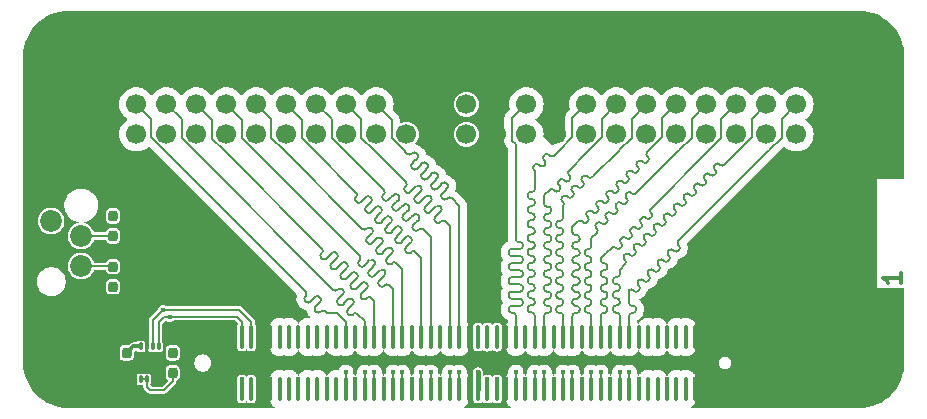
<source format=gtl>
G04 #@! TF.GenerationSoftware,KiCad,Pcbnew,8.0.6*
G04 #@! TF.CreationDate,2024-11-07T02:26:50-08:00*
G04 #@! TF.ProjectId,hvd-50-idc,6876642d-3530-42d6-9964-632e6b696361,1*
G04 #@! TF.SameCoordinates,Original*
G04 #@! TF.FileFunction,Copper,L1,Top*
G04 #@! TF.FilePolarity,Positive*
%FSLAX46Y46*%
G04 Gerber Fmt 4.6, Leading zero omitted, Abs format (unit mm)*
G04 Created by KiCad (PCBNEW 8.0.6) date 2024-11-07 02:26:50*
%MOMM*%
%LPD*%
G01*
G04 APERTURE LIST*
G04 Aperture macros list*
%AMRoundRect*
0 Rectangle with rounded corners*
0 $1 Rounding radius*
0 $2 $3 $4 $5 $6 $7 $8 $9 X,Y pos of 4 corners*
0 Add a 4 corners polygon primitive as box body*
4,1,4,$2,$3,$4,$5,$6,$7,$8,$9,$2,$3,0*
0 Add four circle primitives for the rounded corners*
1,1,$1+$1,$2,$3*
1,1,$1+$1,$4,$5*
1,1,$1+$1,$6,$7*
1,1,$1+$1,$8,$9*
0 Add four rect primitives between the rounded corners*
20,1,$1+$1,$2,$3,$4,$5,0*
20,1,$1+$1,$4,$5,$6,$7,0*
20,1,$1+$1,$6,$7,$8,$9,0*
20,1,$1+$1,$8,$9,$2,$3,0*%
G04 Aperture macros list end*
%ADD10C,0.300000*%
G04 #@! TA.AperFunction,NonConductor*
%ADD11C,0.300000*%
G04 #@! TD*
G04 #@! TA.AperFunction,SMDPad,CuDef*
%ADD12RoundRect,0.100000X0.100000X0.900000X-0.100000X0.900000X-0.100000X-0.900000X0.100000X-0.900000X0*%
G04 #@! TD*
G04 #@! TA.AperFunction,SMDPad,CuDef*
%ADD13RoundRect,0.200000X0.200000X-0.250000X0.200000X0.250000X-0.200000X0.250000X-0.200000X-0.250000X0*%
G04 #@! TD*
G04 #@! TA.AperFunction,SMDPad,CuDef*
%ADD14RoundRect,0.200000X-0.200000X0.250000X-0.200000X-0.250000X0.200000X-0.250000X0.200000X0.250000X0*%
G04 #@! TD*
G04 #@! TA.AperFunction,ComponentPad*
%ADD15C,6.400000*%
G04 #@! TD*
G04 #@! TA.AperFunction,SMDPad,CuDef*
%ADD16RoundRect,0.046875X0.103125X-0.253125X0.103125X0.253125X-0.103125X0.253125X-0.103125X-0.253125X0*%
G04 #@! TD*
G04 #@! TA.AperFunction,SMDPad,CuDef*
%ADD17RoundRect,0.250000X0.550000X-0.550000X0.550000X0.550000X-0.550000X0.550000X-0.550000X-0.550000X0*%
G04 #@! TD*
G04 #@! TA.AperFunction,ComponentPad*
%ADD18C,1.850000*%
G04 #@! TD*
G04 #@! TA.AperFunction,ComponentPad*
%ADD19RoundRect,0.250000X0.600000X-0.600000X0.600000X0.600000X-0.600000X0.600000X-0.600000X-0.600000X0*%
G04 #@! TD*
G04 #@! TA.AperFunction,ComponentPad*
%ADD20C,1.700000*%
G04 #@! TD*
G04 #@! TA.AperFunction,ViaPad*
%ADD21C,0.450000*%
G04 #@! TD*
G04 #@! TA.AperFunction,Conductor*
%ADD22C,0.200000*%
G04 #@! TD*
G04 #@! TA.AperFunction,Conductor*
%ADD23C,0.300000*%
G04 #@! TD*
G04 #@! TA.AperFunction,Conductor*
%ADD24C,0.127500*%
G04 #@! TD*
G04 #@! TA.AperFunction,Conductor*
%ADD25C,0.400000*%
G04 #@! TD*
G04 APERTURE END LIST*
D10*
D11*
X-499172Y11628573D02*
X-499172Y10771430D01*
X-499172Y11200001D02*
X-1999172Y11200001D01*
X-1999172Y11200001D02*
X-1784886Y11057144D01*
X-1784886Y11057144D02*
X-1642029Y10914287D01*
X-1642029Y10914287D02*
X-1570600Y10771430D01*
D12*
G04 #@! TO.P,J1,1,Pin_1*
G04 #@! TO.N,GND*
X-57100000Y1800000D03*
G04 #@! TO.P,J1,2,Pin_2*
X-57100000Y6200000D03*
G04 #@! TO.P,J1,3,Pin_3*
G04 #@! TO.N,+3V3*
X-56300000Y1800000D03*
G04 #@! TO.P,J1,4,Pin_4*
G04 #@! TO.N,/PHY.ID_SDA*
X-56300000Y6200000D03*
G04 #@! TO.P,J1,5,Pin_5*
G04 #@! TO.N,unconnected-(J1-Pin_5-Pad5)*
X-55500000Y1800000D03*
G04 #@! TO.P,J1,6,Pin_6*
G04 #@! TO.N,/PHY.ID_SCL*
X-55500000Y6200000D03*
G04 #@! TO.P,J1,7,Pin_7*
G04 #@! TO.N,GND*
X-54700000Y1800000D03*
G04 #@! TO.P,J1,8,Pin_8*
X-54700000Y6200000D03*
G04 #@! TO.P,J1,9,Pin_9*
X-53900000Y1800000D03*
G04 #@! TO.P,J1,10,Pin_10*
X-53900000Y6200000D03*
G04 #@! TO.P,J1,11,Pin_11*
G04 #@! TO.N,/CON.DB12+*
X-53100000Y1800000D03*
G04 #@! TO.P,J1,12,Pin_12*
G04 #@! TO.N,/CON.DB12-*
X-53100000Y6200000D03*
G04 #@! TO.P,J1,13,Pin_13*
G04 #@! TO.N,/CON.DB13+*
X-52300000Y1800000D03*
G04 #@! TO.P,J1,14,Pin_14*
G04 #@! TO.N,/CON.DB13-*
X-52300000Y6200000D03*
G04 #@! TO.P,J1,15,Pin_15*
G04 #@! TO.N,GND*
X-51500000Y1800000D03*
G04 #@! TO.P,J1,16,Pin_16*
X-51500000Y6200000D03*
G04 #@! TO.P,J1,17,Pin_17*
G04 #@! TO.N,/CON.DB14+*
X-50700000Y1800000D03*
G04 #@! TO.P,J1,18,Pin_18*
G04 #@! TO.N,/CON.DB14-*
X-50700000Y6200000D03*
G04 #@! TO.P,J1,19,Pin_19*
G04 #@! TO.N,/CON.DB15+*
X-49900000Y1800000D03*
G04 #@! TO.P,J1,20,Pin_20*
G04 #@! TO.N,/CON.DB15-*
X-49900000Y6200000D03*
G04 #@! TO.P,J1,21,Pin_21*
G04 #@! TO.N,GND*
X-49100000Y1800000D03*
G04 #@! TO.P,J1,22,Pin_22*
X-49100000Y6200000D03*
G04 #@! TO.P,J1,23,Pin_23*
G04 #@! TO.N,/CON.DP1+*
X-48300000Y1800000D03*
G04 #@! TO.P,J1,24,Pin_24*
G04 #@! TO.N,/CON.DP1-*
X-48300000Y6200000D03*
G04 #@! TO.P,J1,25,Pin_25*
G04 #@! TO.N,/CON.DB0+*
X-47500000Y1800000D03*
G04 #@! TO.P,J1,26,Pin_26*
G04 #@! TO.N,/CON.DB0-*
X-47500000Y6200000D03*
G04 #@! TO.P,J1,27,Pin_27*
G04 #@! TO.N,GND*
X-46700000Y1800000D03*
G04 #@! TO.P,J1,28,Pin_28*
X-46700000Y6200000D03*
G04 #@! TO.P,J1,29,Pin_29*
G04 #@! TO.N,/CON.DB1+*
X-45900000Y1800000D03*
G04 #@! TO.P,J1,30,Pin_30*
G04 #@! TO.N,/CON.DB1-*
X-45900000Y6200000D03*
G04 #@! TO.P,J1,31,Pin_31*
G04 #@! TO.N,/CON.DB2+*
X-45100000Y1800000D03*
G04 #@! TO.P,J1,32,Pin_32*
G04 #@! TO.N,/CON.DB2-*
X-45100000Y6200000D03*
G04 #@! TO.P,J1,33,Pin_33*
G04 #@! TO.N,GND*
X-44300000Y1800000D03*
G04 #@! TO.P,J1,34,Pin_34*
X-44300000Y6200000D03*
G04 #@! TO.P,J1,35,Pin_35*
G04 #@! TO.N,/CON.DB3+*
X-43500000Y1800000D03*
G04 #@! TO.P,J1,36,Pin_36*
G04 #@! TO.N,/CON.DB3-*
X-43500000Y6200000D03*
G04 #@! TO.P,J1,37,Pin_37*
G04 #@! TO.N,/CON.DB4+*
X-42700000Y1800000D03*
G04 #@! TO.P,J1,38,Pin_38*
G04 #@! TO.N,/CON.DB4-*
X-42700000Y6200000D03*
G04 #@! TO.P,J1,39,Pin_39*
G04 #@! TO.N,GND*
X-41900000Y1800000D03*
G04 #@! TO.P,J1,40,Pin_40*
X-41900000Y6200000D03*
G04 #@! TO.P,J1,41,Pin_41*
G04 #@! TO.N,/CON.DB5+*
X-41100000Y1800000D03*
G04 #@! TO.P,J1,42,Pin_42*
G04 #@! TO.N,/CON.DB5-*
X-41100000Y6200000D03*
G04 #@! TO.P,J1,43,Pin_43*
G04 #@! TO.N,/CON.DB6+*
X-40300000Y1800000D03*
G04 #@! TO.P,J1,44,Pin_44*
G04 #@! TO.N,/CON.DB6-*
X-40300000Y6200000D03*
G04 #@! TO.P,J1,45,Pin_45*
G04 #@! TO.N,GND*
X-39500000Y1800000D03*
G04 #@! TO.P,J1,46,Pin_46*
X-39500000Y6200000D03*
G04 #@! TO.P,J1,47,Pin_47*
G04 #@! TO.N,/CON.DB7+*
X-38700000Y1800000D03*
G04 #@! TO.P,J1,48,Pin_48*
G04 #@! TO.N,/CON.DB7-*
X-38700000Y6200000D03*
G04 #@! TO.P,J1,49,Pin_49*
G04 #@! TO.N,/CON.DP0+*
X-37900000Y1800000D03*
G04 #@! TO.P,J1,50,Pin_50*
G04 #@! TO.N,/CON.DP0-*
X-37900000Y6200000D03*
G04 #@! TO.P,J1,51,Pin_51*
G04 #@! TO.N,GND*
X-37100000Y1800000D03*
G04 #@! TO.P,J1,52,Pin_52*
X-37100000Y6200000D03*
G04 #@! TO.P,J1,53,Pin_53*
G04 #@! TO.N,/CON.DIFFSENSE*
X-36300000Y1800000D03*
G04 #@! TO.P,J1,54,Pin_54*
G04 #@! TO.N,unconnected-(J1-Pin_54-Pad54)*
X-36300000Y6200000D03*
G04 #@! TO.P,J1,55,Pin_55*
G04 #@! TO.N,/CON.TERMPWR*
X-35500000Y1800000D03*
G04 #@! TO.P,J1,56,Pin_56*
X-35500000Y6200000D03*
G04 #@! TO.P,J1,57,Pin_57*
X-34700000Y1800000D03*
G04 #@! TO.P,J1,58,Pin_58*
X-34700000Y6200000D03*
G04 #@! TO.P,J1,59,Pin_59*
G04 #@! TO.N,GND*
X-33900000Y1800000D03*
G04 #@! TO.P,J1,60,Pin_60*
X-33900000Y6200000D03*
G04 #@! TO.P,J1,61,Pin_61*
G04 #@! TO.N,/CON.ATN+*
X-33100000Y1800000D03*
G04 #@! TO.P,J1,62,Pin_62*
G04 #@! TO.N,/CON.ATN-*
X-33100000Y6200000D03*
G04 #@! TO.P,J1,63,Pin_63*
G04 #@! TO.N,GND*
X-32300000Y1800000D03*
G04 #@! TO.P,J1,64,Pin_64*
X-32300000Y6200000D03*
G04 #@! TO.P,J1,65,Pin_65*
G04 #@! TO.N,/CON.BSY+*
X-31500000Y1800000D03*
G04 #@! TO.P,J1,66,Pin_66*
G04 #@! TO.N,/CON.BSY-*
X-31500000Y6200000D03*
G04 #@! TO.P,J1,67,Pin_67*
G04 #@! TO.N,/CON.ACK+*
X-30700000Y1800000D03*
G04 #@! TO.P,J1,68,Pin_68*
G04 #@! TO.N,/CON.ACK-*
X-30700000Y6200000D03*
G04 #@! TO.P,J1,69,Pin_69*
G04 #@! TO.N,GND*
X-29900000Y1800000D03*
G04 #@! TO.P,J1,70,Pin_70*
X-29900000Y6200000D03*
G04 #@! TO.P,J1,71,Pin_71*
G04 #@! TO.N,/CON.RST+*
X-29100000Y1800000D03*
G04 #@! TO.P,J1,72,Pin_72*
G04 #@! TO.N,/CON.RST-*
X-29100000Y6200000D03*
G04 #@! TO.P,J1,73,Pin_73*
G04 #@! TO.N,/CON.MSG+*
X-28300000Y1800000D03*
G04 #@! TO.P,J1,74,Pin_74*
G04 #@! TO.N,/CON.MSG-*
X-28300000Y6200000D03*
G04 #@! TO.P,J1,75,Pin_75*
G04 #@! TO.N,GND*
X-27500000Y1800000D03*
G04 #@! TO.P,J1,76,Pin_76*
X-27500000Y6200000D03*
G04 #@! TO.P,J1,77,Pin_77*
G04 #@! TO.N,/CON.SEL+*
X-26700000Y1800000D03*
G04 #@! TO.P,J1,78,Pin_78*
G04 #@! TO.N,/CON.SEL-*
X-26700000Y6200000D03*
G04 #@! TO.P,J1,79,Pin_79*
G04 #@! TO.N,/CON.C{slash}D+*
X-25900000Y1800000D03*
G04 #@! TO.P,J1,80,Pin_80*
G04 #@! TO.N,/CON.C{slash}D-*
X-25900000Y6200000D03*
G04 #@! TO.P,J1,81,Pin_81*
G04 #@! TO.N,GND*
X-25100000Y1800000D03*
G04 #@! TO.P,J1,82,Pin_82*
X-25100000Y6200000D03*
G04 #@! TO.P,J1,83,Pin_83*
G04 #@! TO.N,/CON.REQ+*
X-24300000Y1800000D03*
G04 #@! TO.P,J1,84,Pin_84*
G04 #@! TO.N,/CON.REQ-*
X-24300000Y6200000D03*
G04 #@! TO.P,J1,85,Pin_85*
G04 #@! TO.N,/CON.I{slash}O+*
X-23500000Y1800000D03*
G04 #@! TO.P,J1,86,Pin_86*
G04 #@! TO.N,/CON.I{slash}O-*
X-23500000Y6200000D03*
G04 #@! TO.P,J1,87,Pin_87*
G04 #@! TO.N,GND*
X-22700000Y1800000D03*
G04 #@! TO.P,J1,88,Pin_88*
X-22700000Y6200000D03*
G04 #@! TO.P,J1,89,Pin_89*
G04 #@! TO.N,/CON.DB8+*
X-21900000Y1800000D03*
G04 #@! TO.P,J1,90,Pin_90*
G04 #@! TO.N,/CON.DB8-*
X-21900000Y6200000D03*
G04 #@! TO.P,J1,91,Pin_91*
G04 #@! TO.N,/CON.DB9+*
X-21100000Y1800000D03*
G04 #@! TO.P,J1,92,Pin_92*
G04 #@! TO.N,/CON.DB9-*
X-21100000Y6200000D03*
G04 #@! TO.P,J1,93,Pin_93*
G04 #@! TO.N,GND*
X-20300000Y1800000D03*
G04 #@! TO.P,J1,94,Pin_94*
X-20300000Y6200000D03*
G04 #@! TO.P,J1,95,Pin_95*
G04 #@! TO.N,/CON.DB10+*
X-19500000Y1800000D03*
G04 #@! TO.P,J1,96,Pin_96*
G04 #@! TO.N,/CON.DB10-*
X-19500000Y6200000D03*
G04 #@! TO.P,J1,97,Pin_97*
G04 #@! TO.N,/CON.DB11+*
X-18700000Y1800000D03*
G04 #@! TO.P,J1,98,Pin_98*
G04 #@! TO.N,/CON.DB11-*
X-18700000Y6200000D03*
G04 #@! TO.P,J1,99,Pin_99*
G04 #@! TO.N,GND*
X-17900000Y1800000D03*
G04 #@! TO.P,J1,100,Pin_100*
X-17900000Y6200000D03*
G04 #@! TD*
D13*
G04 #@! TO.P,R3,1*
G04 #@! TO.N,+3V3*
X-67200000Y10450000D03*
G04 #@! TO.P,R3,2*
G04 #@! TO.N,/PHY.ID_SCL*
X-67200000Y12150000D03*
G04 #@! TD*
D14*
G04 #@! TO.P,R2,1*
G04 #@! TO.N,+3V3*
X-67200000Y16450000D03*
G04 #@! TO.P,R2,2*
G04 #@! TO.N,/PHY.ID_SDA*
X-67200000Y14750000D03*
G04 #@! TD*
D13*
G04 #@! TO.P,C1,1*
G04 #@! TO.N,GND*
X-66050000Y3150000D03*
G04 #@! TO.P,C1,2*
G04 #@! TO.N,+3V3*
X-66050000Y4850000D03*
G04 #@! TD*
D15*
G04 #@! TO.P,H4,1,1*
G04 #@! TO.N,GND*
X-4000000Y4000000D03*
G04 #@! TD*
D13*
G04 #@! TO.P,R1,1*
G04 #@! TO.N,Net-(U1-E0)*
X-62150000Y3150000D03*
G04 #@! TO.P,R1,2*
G04 #@! TO.N,+3V3*
X-62150000Y4850000D03*
G04 #@! TD*
D16*
G04 #@! TO.P,U1,1,E0*
G04 #@! TO.N,Net-(U1-E0)*
X-64850001Y2600000D03*
G04 #@! TO.P,U1,2,E1*
X-64350000Y2600000D03*
G04 #@! TO.P,U1,3,E2*
G04 #@! TO.N,GND*
X-63850000Y2600000D03*
G04 #@! TO.P,U1,4,VSS*
X-63349999Y2600000D03*
G04 #@! TO.P,U1,5,SDA*
G04 #@! TO.N,/PHY.ID_SDA*
X-63349999Y5400000D03*
G04 #@! TO.P,U1,6,SCL*
G04 #@! TO.N,/PHY.ID_SCL*
X-63850000Y5400000D03*
G04 #@! TO.P,U1,7,~{WC}*
G04 #@! TO.N,GND*
X-64350000Y5400000D03*
G04 #@! TO.P,U1,8,VCC*
G04 #@! TO.N,+3V3*
X-64850001Y5400000D03*
D17*
G04 #@! TO.P,U1,EP,VSS*
G04 #@! TO.N,GND*
X-64100000Y4000000D03*
G04 #@! TD*
D18*
G04 #@! TO.P,J3,1,Pin_1*
G04 #@! TO.N,+3V3*
X-72440000Y16010000D03*
G04 #@! TO.P,J3,2,Pin_2*
G04 #@! TO.N,/PHY.ID_SDA*
X-69900000Y14740000D03*
G04 #@! TO.P,J3,3,Pin_3*
G04 #@! TO.N,GND*
X-72440000Y13470000D03*
G04 #@! TO.P,J3,4,Pin_4*
G04 #@! TO.N,/PHY.ID_SCL*
X-69900000Y12200000D03*
G04 #@! TD*
D15*
G04 #@! TO.P,H3,1,1*
G04 #@! TO.N,GND*
X-71000000Y4000000D03*
G04 #@! TD*
D19*
G04 #@! TO.P,J2,1,Pin_1*
G04 #@! TO.N,GND*
X-67760000Y23360000D03*
D20*
G04 #@! TO.P,J2,2,Pin_2*
X-67760000Y25900000D03*
G04 #@! TO.P,J2,3,Pin_3*
G04 #@! TO.N,/CON.DB0+*
X-65220000Y23360000D03*
G04 #@! TO.P,J2,4,Pin_4*
G04 #@! TO.N,/CON.DB0-*
X-65220000Y25900000D03*
G04 #@! TO.P,J2,5,Pin_5*
G04 #@! TO.N,/CON.DB1+*
X-62680000Y23360000D03*
G04 #@! TO.P,J2,6,Pin_6*
G04 #@! TO.N,/CON.DB1-*
X-62680000Y25900000D03*
G04 #@! TO.P,J2,7,Pin_7*
G04 #@! TO.N,/CON.DB2+*
X-60140000Y23360000D03*
G04 #@! TO.P,J2,8,Pin_8*
G04 #@! TO.N,/CON.DB2-*
X-60140000Y25900000D03*
G04 #@! TO.P,J2,9,Pin_9*
G04 #@! TO.N,/CON.DB3+*
X-57600000Y23360000D03*
G04 #@! TO.P,J2,10,Pin_10*
G04 #@! TO.N,/CON.DB3-*
X-57600000Y25900000D03*
G04 #@! TO.P,J2,11,Pin_11*
G04 #@! TO.N,/CON.DB4+*
X-55060000Y23360000D03*
G04 #@! TO.P,J2,12,Pin_12*
G04 #@! TO.N,/CON.DB4-*
X-55060000Y25900000D03*
G04 #@! TO.P,J2,13,Pin_13*
G04 #@! TO.N,/CON.DB5+*
X-52520000Y23360000D03*
G04 #@! TO.P,J2,14,Pin_14*
G04 #@! TO.N,/CON.DB5-*
X-52520000Y25900000D03*
G04 #@! TO.P,J2,15,Pin_15*
G04 #@! TO.N,/CON.DB6+*
X-49980000Y23360000D03*
G04 #@! TO.P,J2,16,Pin_16*
G04 #@! TO.N,/CON.DB6-*
X-49980000Y25900000D03*
G04 #@! TO.P,J2,17,Pin_17*
G04 #@! TO.N,/CON.DB7+*
X-47440000Y23360000D03*
G04 #@! TO.P,J2,18,Pin_18*
G04 #@! TO.N,/CON.DB7-*
X-47440000Y25900000D03*
G04 #@! TO.P,J2,19,Pin_19*
G04 #@! TO.N,/CON.DP0+*
X-44900000Y23360000D03*
G04 #@! TO.P,J2,20,Pin_20*
G04 #@! TO.N,/CON.DP0-*
X-44900000Y25900000D03*
G04 #@! TO.P,J2,21,Pin_21*
G04 #@! TO.N,/CON.DIFFSENSE*
X-42360000Y23360000D03*
G04 #@! TO.P,J2,22,Pin_22*
G04 #@! TO.N,GND*
X-42360000Y25900000D03*
G04 #@! TO.P,J2,23,Pin_23*
X-39820000Y23360000D03*
G04 #@! TO.P,J2,24,Pin_24*
X-39820000Y25900000D03*
G04 #@! TO.P,J2,25,Pin_25*
G04 #@! TO.N,/CON.TERMPWR*
X-37280000Y23360000D03*
G04 #@! TO.P,J2,26,Pin_26*
X-37280000Y25900000D03*
G04 #@! TO.P,J2,27,Pin_27*
G04 #@! TO.N,GND*
X-34740000Y23360000D03*
G04 #@! TO.P,J2,28,Pin_28*
X-34740000Y25900000D03*
G04 #@! TO.P,J2,29,Pin_29*
G04 #@! TO.N,/CON.ATN+*
X-32200000Y23360000D03*
G04 #@! TO.P,J2,30,Pin_30*
G04 #@! TO.N,/CON.ATN-*
X-32200000Y25900000D03*
G04 #@! TO.P,J2,31,Pin_31*
G04 #@! TO.N,GND*
X-29660000Y23360000D03*
G04 #@! TO.P,J2,32,Pin_32*
X-29660000Y25900000D03*
G04 #@! TO.P,J2,33,Pin_33*
G04 #@! TO.N,/CON.BSY+*
X-27120000Y23360000D03*
G04 #@! TO.P,J2,34,Pin_34*
G04 #@! TO.N,/CON.BSY-*
X-27120000Y25900000D03*
G04 #@! TO.P,J2,35,Pin_35*
G04 #@! TO.N,/CON.ACK+*
X-24580000Y23360000D03*
G04 #@! TO.P,J2,36,Pin_36*
G04 #@! TO.N,/CON.ACK-*
X-24580000Y25900000D03*
G04 #@! TO.P,J2,37,Pin_37*
G04 #@! TO.N,/CON.RST+*
X-22040000Y23360000D03*
G04 #@! TO.P,J2,38,Pin_38*
G04 #@! TO.N,/CON.RST-*
X-22040000Y25900000D03*
G04 #@! TO.P,J2,39,Pin_39*
G04 #@! TO.N,/CON.MSG+*
X-19500000Y23360000D03*
G04 #@! TO.P,J2,40,Pin_40*
G04 #@! TO.N,/CON.MSG-*
X-19500000Y25900000D03*
G04 #@! TO.P,J2,41,Pin_41*
G04 #@! TO.N,/CON.SEL+*
X-16960000Y23360000D03*
G04 #@! TO.P,J2,42,Pin_42*
G04 #@! TO.N,/CON.SEL-*
X-16960000Y25900000D03*
G04 #@! TO.P,J2,43,Pin_43*
G04 #@! TO.N,/CON.C{slash}D+*
X-14420000Y23360000D03*
G04 #@! TO.P,J2,44,Pin_44*
G04 #@! TO.N,/CON.C{slash}D-*
X-14420000Y25900000D03*
G04 #@! TO.P,J2,45,Pin_45*
G04 #@! TO.N,/CON.REQ+*
X-11880000Y23360000D03*
G04 #@! TO.P,J2,46,Pin_46*
G04 #@! TO.N,/CON.REQ-*
X-11880000Y25900000D03*
G04 #@! TO.P,J2,47,Pin_47*
G04 #@! TO.N,/CON.I{slash}O+*
X-9340000Y23360000D03*
G04 #@! TO.P,J2,48,Pin_48*
G04 #@! TO.N,/CON.I{slash}O-*
X-9340000Y25900000D03*
G04 #@! TO.P,J2,49,Pin_49*
G04 #@! TO.N,GND*
X-6800000Y23360000D03*
G04 #@! TO.P,J2,50,Pin_50*
X-6800000Y25900000D03*
G04 #@! TD*
D21*
G04 #@! TO.N,GND*
X-20300000Y5400000D03*
X-22700000Y1800000D03*
X-49100000Y1800000D03*
X-53900000Y1000000D03*
X-29900000Y2600000D03*
X-17900000Y3200000D03*
X-39500000Y6200000D03*
X-39500000Y1800000D03*
X-44300000Y7000000D03*
X-49100000Y6200000D03*
X-64650000Y4000000D03*
X-46700000Y6200000D03*
X-27500000Y3200000D03*
X-51500000Y2600000D03*
X-27500000Y2600000D03*
X-39500000Y7000000D03*
X-32300000Y1800000D03*
X-53900000Y5400000D03*
X-20300000Y1800000D03*
X-53900000Y2600000D03*
X-37100000Y5400000D03*
X-63600000Y4000000D03*
X-49100000Y3200000D03*
X-25100000Y7000000D03*
X-39500000Y5400000D03*
X-33900000Y1000000D03*
X-41900000Y1000000D03*
X-64100000Y4500000D03*
X-33900000Y2600000D03*
X-49100000Y2600000D03*
X-33900000Y6200000D03*
X-51500000Y5400000D03*
X-44300000Y3200000D03*
X-44300000Y6200000D03*
X-27500000Y6200000D03*
X-39500000Y1000000D03*
X-54700000Y3200000D03*
X-25100000Y1800000D03*
X-41900000Y7000000D03*
X-53900000Y7000000D03*
X-41900000Y6200000D03*
X-46700000Y3200000D03*
X-29900000Y3200000D03*
X-27500000Y5400000D03*
X-54700000Y6200000D03*
X-29900000Y1000000D03*
X-20300000Y1000000D03*
X-53900000Y1800000D03*
X-51500000Y6200000D03*
X-20300000Y2600000D03*
X-22700000Y1000000D03*
X-44300000Y5400000D03*
X-33900000Y1800000D03*
X-32300000Y5400000D03*
X-20300000Y6200000D03*
X-37100000Y6200000D03*
X-25100000Y2600000D03*
X-37100000Y7000000D03*
X-22700000Y3200000D03*
X-39500000Y2600000D03*
X-25100000Y6200000D03*
X-33900000Y7000000D03*
X-51500000Y7000000D03*
X-54700000Y7000000D03*
X-29900000Y7000000D03*
X-44300000Y1800000D03*
X-22700000Y2600000D03*
X-17900000Y5400000D03*
X-41900000Y2600000D03*
X-17900000Y7000000D03*
X-44300000Y1000000D03*
X-32300000Y7000000D03*
X-51500000Y1800000D03*
X-54700000Y5400000D03*
X-22700000Y6200000D03*
X-57100000Y5400000D03*
X-37100000Y1800000D03*
X-46700000Y1000000D03*
X-25100000Y1000000D03*
X-25100000Y3200000D03*
X-32300000Y2600000D03*
X-44300000Y2600000D03*
X-46700000Y5400000D03*
X-39500000Y3200000D03*
X-54700000Y1800000D03*
X-22700000Y7000000D03*
X-20300000Y3200000D03*
X-46700000Y2600000D03*
X-37100000Y1000000D03*
X-37100000Y2600000D03*
X-51500000Y1000000D03*
X-17900000Y1000000D03*
X-20300000Y7000000D03*
X-57100000Y6200000D03*
X-32300000Y1000000D03*
X-41900000Y3200000D03*
X-33900000Y5400000D03*
X-46700000Y1800000D03*
X-29900000Y5400000D03*
X-27500000Y1800000D03*
X-53900000Y3200000D03*
X-51500000Y3200000D03*
X-37100000Y3200000D03*
X-41900000Y1800000D03*
X-53900000Y6200000D03*
X-41900000Y5400000D03*
X-29900000Y6200000D03*
X-49100000Y5400000D03*
X-54700000Y2600000D03*
X-49100000Y7000000D03*
X-49100000Y1000000D03*
X-46700000Y7000000D03*
X-29900000Y1800000D03*
X-25100000Y5400000D03*
X-64100000Y3500000D03*
X-32300000Y6200000D03*
X-32300000Y3200000D03*
X-17900000Y6200000D03*
X-27500000Y1000000D03*
X-57100000Y7000000D03*
X-22700000Y5400000D03*
X-17900000Y2600000D03*
X-54700000Y1000000D03*
X-17900000Y1800000D03*
X-33900000Y3200000D03*
X-27500000Y7000000D03*
X-66050000Y3150000D03*
G04 #@! TO.N,/PHY.ID_SCL*
X-67200000Y12150000D03*
X-63000000Y8500000D03*
G04 #@! TO.N,+3V3*
X-56300000Y1800000D03*
X-67200000Y16500000D03*
X-67200000Y10500000D03*
X-66050000Y4850000D03*
X-56300000Y1000000D03*
X-56300000Y2600000D03*
X-62150000Y4850000D03*
G04 #@! TO.N,/PHY.ID_SDA*
X-67200000Y14750000D03*
X-62400000Y7900000D03*
G04 #@! TO.N,/CON.C{slash}D+*
X-25900000Y3200000D03*
G04 #@! TO.N,/CON.ACK+*
X-30700000Y3200000D03*
G04 #@! TO.N,/CON.TERMPWR*
X-35500000Y6200000D03*
X-34700000Y6200000D03*
X-34700000Y7000000D03*
X-35500000Y1000000D03*
X-35500000Y7000000D03*
X-34700000Y5400000D03*
X-35500000Y2600000D03*
X-34700000Y2600000D03*
X-34700000Y1000000D03*
X-35500000Y1800000D03*
X-34700000Y1800000D03*
X-35500000Y5400000D03*
G04 #@! TO.N,/CON.BSY+*
X-31500000Y3200000D03*
G04 #@! TO.N,/CON.DB5+*
X-41100000Y3200000D03*
G04 #@! TO.N,/CON.DP0+*
X-37900000Y3200000D03*
G04 #@! TO.N,/CON.SEL+*
X-26700000Y3200000D03*
G04 #@! TO.N,/CON.ATN+*
X-33100000Y3200000D03*
G04 #@! TO.N,/CON.DB7+*
X-38700000Y3200000D03*
G04 #@! TO.N,/CON.REQ+*
X-24300000Y3200000D03*
G04 #@! TO.N,/CON.MSG+*
X-28300000Y3200000D03*
G04 #@! TO.N,/CON.DB3+*
X-43500000Y3200000D03*
G04 #@! TO.N,/CON.DIFFSENSE*
X-36300000Y3200000D03*
G04 #@! TO.N,/CON.I{slash}O+*
X-23500000Y3200000D03*
G04 #@! TO.N,/CON.DB4+*
X-42700000Y3200000D03*
G04 #@! TO.N,/CON.RST+*
X-29100000Y3200000D03*
G04 #@! TO.N,/CON.DB6+*
X-40300000Y3200000D03*
G04 #@! TO.N,/CON.DB1+*
X-45900000Y3200000D03*
G04 #@! TO.N,/CON.DB2+*
X-45100000Y3200000D03*
G04 #@! TO.N,/CON.DB0+*
X-47500000Y3200000D03*
G04 #@! TD*
D22*
G04 #@! TO.N,/PHY.ID_SCL*
X-67600000Y12200000D02*
X-69900000Y12200000D01*
X-63850000Y5400000D02*
X-63850000Y7650000D01*
X-56500000Y8500000D02*
X-55500000Y7500000D01*
X-67200000Y12150000D02*
X-67550000Y12150000D01*
X-63000000Y8500000D02*
X-56500000Y8500000D01*
X-67550000Y12150000D02*
X-67600000Y12200000D01*
X-63850000Y7650000D02*
X-63000000Y8500000D01*
X-55500000Y7500000D02*
X-55500000Y6200000D01*
D23*
G04 #@! TO.N,+3V3*
X-64850001Y5400000D02*
X-65500000Y5400000D01*
X-65500000Y5400000D02*
X-66050000Y4850000D01*
D22*
G04 #@! TO.N,/PHY.ID_SDA*
X-62900000Y7900000D02*
X-63349999Y7450001D01*
X-56300000Y7500000D02*
X-56700000Y7900000D01*
X-63349999Y7450001D02*
X-63349999Y5400000D01*
X-67200000Y14750000D02*
X-69890000Y14750000D01*
X-62600000Y7900000D02*
X-62900000Y7900000D01*
X-69890000Y14750000D02*
X-69900000Y14740000D01*
X-56300000Y6199999D02*
X-56300000Y7500000D01*
X-56700000Y7900000D02*
X-62600000Y7900000D01*
D24*
G04 #@! TO.N,/CON.C{slash}D+*
X-25900000Y1800000D02*
X-25900000Y3200000D01*
G04 #@! TO.N,/CON.DB4-*
X-43939514Y12418247D02*
X-44024369Y12503102D01*
X-45721426Y14539590D02*
X-45498048Y14762967D01*
X-44850370Y14562110D02*
X-45073781Y14338700D01*
X-44649515Y13914434D02*
X-44649514Y13914433D01*
X-52741596Y22006515D02*
X-53800000Y23064919D01*
X-43800983Y13065903D02*
X-43800981Y13065900D01*
X-44788071Y13266754D02*
X-44872927Y13351610D01*
X-44024369Y12842514D02*
X-43970689Y12896197D01*
X-44225247Y13490166D02*
X-44448661Y13266755D01*
X-42700000Y11964919D02*
X-43207009Y12471928D01*
X-45274665Y15325760D02*
X-45359518Y15410613D01*
X-44649514Y13914433D02*
X-44426104Y14137844D01*
X-43577544Y13628750D02*
X-43662399Y13713605D01*
X-44225248Y13490168D02*
X-44225247Y13490166D01*
X-45073781Y14338700D02*
X-45073780Y14338699D01*
X-44001810Y13713605D02*
X-44225248Y13490168D01*
X-46092018Y15356937D02*
X-46176870Y15441789D01*
X-46176870Y15441789D02*
X-52741596Y22006515D01*
X-45498047Y14762966D02*
X-45328342Y14932672D01*
X-43970689Y12896197D02*
X-43800983Y13065903D01*
X-45498048Y14762967D02*
X-45498047Y14762966D01*
X-43546421Y12471928D02*
X-43600104Y12418248D01*
X-44872928Y13691022D02*
X-44649515Y13914434D01*
X-44426104Y14477255D02*
X-44510959Y14562110D01*
X-45328342Y14932672D02*
X-45274665Y14986349D01*
X-43800981Y13065900D02*
X-43577544Y13289338D01*
X-53800000Y24640000D02*
X-55060000Y25900000D01*
X-45073780Y14338699D02*
X-45297159Y14115323D01*
X-53800000Y23064919D02*
X-53800000Y24640000D01*
X-45698930Y15410613D02*
X-45752607Y15356937D01*
X-42700000Y6200000D02*
X-42700000Y11964919D01*
X-45636569Y14115322D02*
X-45721425Y14200178D01*
X-44510959Y14562110D02*
G75*
G03*
X-44850371Y14562111I-169706J-169703D01*
G01*
X-43662399Y13713605D02*
G75*
G03*
X-44001809Y13713605I-169705J-169703D01*
G01*
X-44448661Y13266755D02*
G75*
G02*
X-44788104Y13266720I-169739J169745D01*
G01*
X-44024369Y12503102D02*
G75*
G02*
X-44024361Y12842506I169669J169698D01*
G01*
X-43600104Y12418248D02*
G75*
G02*
X-43939504Y12418256I-169696J169652D01*
G01*
X-43207009Y12471928D02*
G75*
G03*
X-43546421Y12471928I-169706J-169701D01*
G01*
X-45359518Y15410613D02*
G75*
G03*
X-45698930Y15410613I-169706J-169704D01*
G01*
X-45274665Y14986349D02*
G75*
G03*
X-45274619Y15325805I-169735J169751D01*
G01*
X-44426104Y14137844D02*
G75*
G03*
X-44426153Y14477205I-169696J169656D01*
G01*
X-45721425Y14200178D02*
G75*
G02*
X-45721442Y14539605I169725J169722D01*
G01*
X-43577544Y13289338D02*
G75*
G03*
X-43577588Y13628706I-169656J169662D01*
G01*
X-45297159Y14115323D02*
G75*
G02*
X-45636605Y14115286I-169741J169677D01*
G01*
X-45752607Y15356937D02*
G75*
G02*
X-46092019Y15356936I-169706J169703D01*
G01*
X-44872927Y13351610D02*
G75*
G02*
X-44872912Y13691006I169727J169690D01*
G01*
G04 #@! TO.N,/CON.ACK+*
X-30700000Y1800000D02*
X-30700000Y3200000D01*
G04 #@! TO.N,/CON.BSY-*
X-31499999Y20284332D02*
X-31580557Y20364890D01*
X-30731998Y21552800D02*
X-30647143Y21637654D01*
X-31853942Y11276281D02*
X-31740000Y11276281D01*
X-31500000Y11516281D02*
X-31500000Y11636281D01*
X-31740000Y10676281D02*
X-31853942Y10676281D01*
X-32093942Y14516281D02*
X-32093942Y14636281D01*
X-32093927Y18116281D02*
X-32093927Y18236281D01*
X-31853942Y13676281D02*
X-31740000Y13676281D01*
X-30307733Y21637653D02*
X-30227204Y21557124D01*
X-30736322Y20708595D02*
X-30651470Y20793449D01*
X-31853927Y18476281D02*
X-31740000Y18476281D01*
X-31500000Y12716281D02*
X-31500000Y12836281D01*
X-31500000Y19486281D02*
X-31500000Y19944920D01*
X-31853942Y14876281D02*
X-31740000Y14876281D01*
X-32093927Y15716281D02*
X-32093927Y15836281D01*
X-30651470Y20793449D02*
X-30651470Y20793450D01*
X-31500000Y17516281D02*
X-31500000Y17636281D01*
X-31740000Y9476281D02*
X-31853942Y9476281D01*
X-31853942Y12476281D02*
X-31740000Y12476281D01*
X-32093942Y13316281D02*
X-32093942Y13436281D01*
X-31500000Y16316281D02*
X-31500000Y16436281D01*
X-28300000Y23144920D02*
X-28300000Y24720000D01*
X-32093942Y8516281D02*
X-32093942Y8636281D01*
X-31500000Y6200000D02*
X-31500000Y8036281D01*
X-31500000Y18716281D02*
X-31500000Y18836281D01*
X-31500000Y13916281D02*
X-31500000Y14036281D01*
X-28300000Y24720000D02*
X-27120000Y25900000D01*
X-31853927Y17276281D02*
X-31740000Y17276281D01*
X-31740000Y14276281D02*
X-31853942Y14276281D01*
X-31500000Y15116281D02*
X-31500000Y15236281D01*
X-29802940Y21641979D02*
X-29465980Y21978940D01*
X-31156293Y20789153D02*
X-31075734Y20708594D01*
X-31740000Y8276281D02*
X-31853942Y8276281D01*
X-31740000Y15476281D02*
X-31853927Y15476281D01*
X-32093942Y12116281D02*
X-32093942Y12236281D01*
X-31853942Y10076281D02*
X-31740000Y10076281D01*
X-31500000Y18836281D02*
X-31500000Y19486281D01*
X-31853942Y8876281D02*
X-31740000Y8876281D01*
X-31740000Y13076281D02*
X-31853942Y13076281D01*
X-31740000Y16676281D02*
X-31853927Y16676281D01*
X-31740000Y17876281D02*
X-31853927Y17876281D01*
X-31500000Y9116281D02*
X-31500000Y9236281D01*
X-32093942Y9716281D02*
X-32093942Y9836281D01*
X-31500000Y10316281D02*
X-31500000Y10436281D01*
X-29465980Y21978940D02*
X-28300000Y23144920D01*
X-32093927Y16916281D02*
X-32093927Y17036281D01*
X-29887792Y21557125D02*
X-29802940Y21641979D01*
X-31853927Y16076281D02*
X-31740000Y16076281D01*
X-31580558Y20704300D02*
X-31495703Y20789154D01*
X-31740000Y11876281D02*
X-31853942Y11876281D01*
X-32093942Y10916281D02*
X-32093942Y11036281D01*
X-30651469Y21132862D02*
X-30731997Y21213390D01*
X-31500000Y9236281D02*
G75*
G03*
X-31740000Y9476300I-240000J19D01*
G01*
X-31853927Y17876281D02*
G75*
G02*
X-32093919Y18116281I27J240019D01*
G01*
X-32093927Y17036281D02*
G75*
G02*
X-31853927Y17276327I240027J19D01*
G01*
X-31853927Y16676281D02*
G75*
G02*
X-32093919Y16916281I27J240019D01*
G01*
X-31740000Y18476281D02*
G75*
G03*
X-31499981Y18716281I0J240019D01*
G01*
X-32093942Y8636281D02*
G75*
G02*
X-31853942Y8876342I240042J19D01*
G01*
X-31580557Y20364890D02*
G75*
G02*
X-31580563Y20704305I169657J169710D01*
G01*
X-31500000Y8036281D02*
G75*
G03*
X-31740000Y8276300I-240000J19D01*
G01*
X-31075734Y20708594D02*
G75*
G03*
X-30736294Y20708566I169734J169706D01*
G01*
X-31740000Y10076281D02*
G75*
G03*
X-31499981Y10316281I0J240019D01*
G01*
X-31500000Y12836281D02*
G75*
G03*
X-31740000Y13076300I-240000J19D01*
G01*
X-32093942Y11036281D02*
G75*
G02*
X-31853942Y11276342I240042J19D01*
G01*
X-31740000Y14876281D02*
G75*
G03*
X-31499981Y15116281I0J240019D01*
G01*
X-31853942Y9476281D02*
G75*
G02*
X-32093919Y9716281I42J240019D01*
G01*
X-31740000Y17276281D02*
G75*
G03*
X-31499981Y17516281I0J240019D01*
G01*
X-32093927Y18236281D02*
G75*
G02*
X-31853927Y18476327I240027J19D01*
G01*
X-30731997Y21213390D02*
G75*
G02*
X-30732003Y21552805I169697J169710D01*
G01*
X-31853942Y13076281D02*
G75*
G02*
X-32093919Y13316281I42J240019D01*
G01*
X-32093927Y15836281D02*
G75*
G02*
X-31853927Y16076327I240027J19D01*
G01*
X-31740000Y11276281D02*
G75*
G03*
X-31499981Y11516281I0J240019D01*
G01*
X-31500000Y15236281D02*
G75*
G03*
X-31740000Y15476300I-240000J19D01*
G01*
X-31853942Y14276281D02*
G75*
G02*
X-32093919Y14516281I42J240019D01*
G01*
X-31500000Y17636281D02*
G75*
G03*
X-31740000Y17876300I-240000J19D01*
G01*
X-31740000Y13676281D02*
G75*
G03*
X-31499981Y13916281I0J240019D01*
G01*
X-31500000Y11636281D02*
G75*
G03*
X-31740000Y11876300I-240000J19D01*
G01*
X-32093942Y14636281D02*
G75*
G02*
X-31853942Y14876342I240042J19D01*
G01*
X-31500000Y19944920D02*
G75*
G03*
X-31500025Y20284305I-169700J169680D01*
G01*
X-31740000Y12476281D02*
G75*
G03*
X-31499981Y12716281I0J240019D01*
G01*
X-31495703Y20789154D02*
G75*
G02*
X-31156294Y20789152I169703J-169754D01*
G01*
X-32093942Y12236281D02*
G75*
G02*
X-31853942Y12476342I240042J19D01*
G01*
X-31853927Y15476281D02*
G75*
G02*
X-32093919Y15716281I27J240019D01*
G01*
X-31740000Y8876281D02*
G75*
G03*
X-31499981Y9116281I0J240019D01*
G01*
X-31500000Y14036281D02*
G75*
G03*
X-31740000Y14276300I-240000J19D01*
G01*
X-31740000Y16076281D02*
G75*
G03*
X-31499981Y16316281I0J240019D01*
G01*
X-30647143Y21637654D02*
G75*
G02*
X-30307695Y21637692I169743J-169754D01*
G01*
X-31853942Y11876281D02*
G75*
G02*
X-32093919Y12116281I42J240019D01*
G01*
X-31853942Y10676281D02*
G75*
G02*
X-32093919Y10916281I42J240019D01*
G01*
X-31500000Y10436281D02*
G75*
G03*
X-31740000Y10676300I-240000J19D01*
G01*
X-30651470Y20793450D02*
G75*
G03*
X-30651425Y21132905I-169730J169750D01*
G01*
X-32093942Y9836281D02*
G75*
G02*
X-31853942Y10076342I240042J19D01*
G01*
X-31500000Y16436281D02*
G75*
G03*
X-31740000Y16676300I-240000J19D01*
G01*
X-31853942Y8276281D02*
G75*
G02*
X-32093919Y8516281I42J240019D01*
G01*
X-32093942Y13436281D02*
G75*
G02*
X-31853942Y13676342I240042J19D01*
G01*
X-30227204Y21557124D02*
G75*
G03*
X-29887794Y21557127I169704J169676D01*
G01*
G04 #@! TO.N,/CON.RST-*
X-27047384Y19794366D02*
X-26978673Y19725655D01*
X-29100000Y12687054D02*
X-29100000Y12807054D01*
X-28744470Y18097329D02*
X-28675734Y18028593D01*
X-29340000Y11847054D02*
X-29437186Y11847054D01*
X-24359587Y22005332D02*
X-23300000Y23064919D01*
X-29677186Y10887054D02*
X-29677186Y11007054D01*
X-29437186Y8847054D02*
X-29340000Y8847054D01*
X-29099999Y17604331D02*
X-29168734Y17673066D01*
X-29168735Y18012476D02*
X-29083880Y18097330D01*
X-29340000Y10647054D02*
X-29437186Y10647054D01*
X-27471649Y19709513D02*
X-27386796Y19794365D01*
X-28251469Y18452861D02*
X-28320170Y18521562D01*
X-26554410Y19810508D02*
X-24397731Y21967188D01*
X-29677186Y14487054D02*
X-29677186Y14607054D01*
X-29437186Y14847054D02*
X-29340000Y14847054D01*
X-29677186Y13287054D02*
X-29677186Y13407054D01*
X-27402940Y18961978D02*
X-27402940Y18961979D01*
X-29100000Y17057054D02*
X-29100000Y17264919D01*
X-29437186Y16047054D02*
X-29340000Y16047054D01*
X-23300000Y24640000D02*
X-22040000Y25900000D01*
X-29100000Y9087054D02*
X-29100000Y9207054D01*
X-29437186Y10047054D02*
X-29340000Y10047054D01*
X-29340000Y9447054D02*
X-29437186Y9447054D01*
X-29677186Y15687054D02*
X-29677186Y15807054D01*
X-29100000Y10287054D02*
X-29100000Y10407054D01*
X-29100000Y11487054D02*
X-29100000Y11607054D01*
X-29100000Y13887054D02*
X-29100000Y14007054D01*
X-29437186Y13647054D02*
X-29340000Y13647054D01*
X-29437186Y12447054D02*
X-29340000Y12447054D01*
X-29677186Y12087054D02*
X-29677186Y12207054D01*
X-27487792Y18877124D02*
X-27402940Y18961978D01*
X-29677186Y9687054D02*
X-29677186Y9807054D01*
X-29100000Y15087054D02*
X-29100000Y15207054D01*
X-23300000Y23064919D02*
X-23300000Y24640000D01*
X-28320171Y18860972D02*
X-28235316Y18945826D01*
X-24397731Y21967188D02*
X-24359587Y22005332D01*
X-26639261Y19725655D02*
X-26554410Y19810508D01*
X-28251470Y18113448D02*
X-28251470Y18113449D01*
X-28336322Y18028594D02*
X-28251470Y18113448D01*
X-29677186Y8487054D02*
X-29677186Y8607054D01*
X-29340000Y13047054D02*
X-29437186Y13047054D01*
X-29340000Y14247054D02*
X-29437186Y14247054D01*
X-29437186Y11247054D02*
X-29340000Y11247054D01*
X-29340000Y15447054D02*
X-29437186Y15447054D01*
X-29100000Y16287054D02*
X-29100000Y16407054D01*
X-27402939Y19301391D02*
X-27471649Y19370101D01*
X-29340000Y8247054D02*
X-29437186Y8247054D01*
X-29100000Y16407054D02*
X-29100000Y17057054D01*
X-29100000Y6200000D02*
X-29100000Y8007054D01*
X-27895906Y18945825D02*
X-27827204Y18877123D01*
X-29677186Y12207054D02*
G75*
G02*
X-29437186Y12447086I239986J46D01*
G01*
X-29437186Y14247054D02*
G75*
G02*
X-29677246Y14487054I-14J240046D01*
G01*
X-29100000Y17264919D02*
G75*
G03*
X-29100024Y17604305I-169700J169681D01*
G01*
X-29677186Y11007054D02*
G75*
G02*
X-29437186Y11247086I239986J46D01*
G01*
X-29340000Y13647054D02*
G75*
G03*
X-29099954Y13887054I0J240046D01*
G01*
X-29340000Y8847054D02*
G75*
G03*
X-29099954Y9087054I0J240046D01*
G01*
X-29437186Y10647054D02*
G75*
G02*
X-29677246Y10887054I-14J240046D01*
G01*
X-28235316Y18945826D02*
G75*
G02*
X-27895895Y18945837I169716J-169726D01*
G01*
X-29677186Y14607054D02*
G75*
G02*
X-29437186Y14847086I239986J46D01*
G01*
X-29168734Y17673066D02*
G75*
G02*
X-29168764Y18012504I169734J169734D01*
G01*
X-28675734Y18028593D02*
G75*
G03*
X-28336294Y18028565I169734J169707D01*
G01*
X-29100000Y10407054D02*
G75*
G03*
X-29340000Y10647100I-240000J46D01*
G01*
X-27402940Y18961979D02*
G75*
G03*
X-27402924Y19301406I-169660J169721D01*
G01*
X-29677186Y13407054D02*
G75*
G02*
X-29437186Y13647086I239986J46D01*
G01*
X-29100000Y8007054D02*
G75*
G03*
X-29340000Y8247100I-240000J46D01*
G01*
X-28251470Y18113449D02*
G75*
G03*
X-28251424Y18452905I-169730J169751D01*
G01*
X-29100000Y9207054D02*
G75*
G03*
X-29340000Y9447100I-240000J46D01*
G01*
X-29677186Y15807054D02*
G75*
G02*
X-29437186Y16047086I239986J46D01*
G01*
X-29437186Y13047054D02*
G75*
G02*
X-29677246Y13287054I-14J240046D01*
G01*
X-29100000Y11607054D02*
G75*
G03*
X-29340000Y11847100I-240000J46D01*
G01*
X-29437186Y15447054D02*
G75*
G02*
X-29677246Y15687054I-14J240046D01*
G01*
X-27386796Y19794365D02*
G75*
G02*
X-27047395Y19794356I169696J-169665D01*
G01*
X-29677186Y9807054D02*
G75*
G02*
X-29437186Y10047086I239986J46D01*
G01*
X-26978673Y19725655D02*
G75*
G03*
X-26639261Y19725655I169706J169701D01*
G01*
X-29340000Y16047054D02*
G75*
G03*
X-29099954Y16287054I0J240046D01*
G01*
X-29100000Y12807054D02*
G75*
G03*
X-29340000Y13047100I-240000J46D01*
G01*
X-29437186Y11847054D02*
G75*
G02*
X-29677246Y12087054I-14J240046D01*
G01*
X-29340000Y12447054D02*
G75*
G03*
X-29099954Y12687054I0J240046D01*
G01*
X-29340000Y10047054D02*
G75*
G03*
X-29099954Y10287054I0J240046D01*
G01*
X-29340000Y11247054D02*
G75*
G03*
X-29099954Y11487054I0J240046D01*
G01*
X-29437186Y8247054D02*
G75*
G02*
X-29677246Y8487054I-14J240046D01*
G01*
X-27827204Y18877123D02*
G75*
G03*
X-27487794Y18877126I169704J169677D01*
G01*
X-29437186Y9447054D02*
G75*
G02*
X-29677246Y9687054I-14J240046D01*
G01*
X-27471649Y19370101D02*
G75*
G02*
X-27471642Y19709506I169749J169699D01*
G01*
X-29083880Y18097330D02*
G75*
G02*
X-28744494Y18097305I169680J-169730D01*
G01*
X-29677186Y8607054D02*
G75*
G02*
X-29437186Y8847086I239986J46D01*
G01*
X-28320170Y18521562D02*
G75*
G02*
X-28320204Y18861005I169670J169738D01*
G01*
X-29100000Y15207054D02*
G75*
G03*
X-29340000Y15447100I-240000J46D01*
G01*
X-29100000Y14007054D02*
G75*
G03*
X-29340000Y14247100I-240000J46D01*
G01*
X-29340000Y14847054D02*
G75*
G03*
X-29099954Y15087054I0J240046D01*
G01*
G04 #@! TO.N,/CON.DB2-*
X-49073142Y12918650D02*
X-49149343Y12842449D01*
X-57821939Y22006858D02*
X-58800000Y22984919D01*
X-45100000Y9284919D02*
X-45339598Y9524517D01*
X-46943156Y10296850D02*
X-47028012Y10381706D01*
X-46782106Y10967024D02*
X-46782103Y10967022D01*
X-46357836Y10542755D02*
X-46603744Y10296850D01*
X-47876511Y11569683D02*
X-47630637Y11815556D01*
X-49573608Y13266714D02*
X-49497406Y13342915D01*
X-47384749Y12400855D02*
X-47469604Y12485710D01*
X-47809015Y12485710D02*
X-48054903Y12239823D01*
X-48233279Y13249390D02*
X-48318134Y13334245D01*
X-47206369Y11391288D02*
X-47452244Y11145416D01*
X-58800000Y24560000D02*
X-60140000Y25900000D01*
X-48725051Y12418209D02*
X-48479170Y12664089D01*
X-46782103Y10967022D02*
X-46536192Y11212934D01*
X-58800000Y22984919D02*
X-58800000Y24560000D01*
X-46103278Y9948786D02*
X-45933572Y10118492D01*
X-46111925Y10788667D02*
X-46357837Y10542756D01*
X-48479169Y12664088D02*
X-48233279Y12909979D01*
X-47791654Y11145415D02*
X-47876510Y11230271D01*
X-46536192Y11552345D02*
X-46621047Y11637200D01*
X-46357837Y10542756D02*
X-46357836Y10542755D01*
X-47630637Y11815556D02*
X-47630636Y11815555D01*
X-45933570Y10118489D02*
X-45687659Y10364401D01*
X-46094586Y9448353D02*
X-46179441Y9533208D01*
X-49488755Y12842449D02*
X-49573608Y12927302D01*
X-47028011Y10721116D02*
X-46782106Y10967024D01*
X-46960458Y11637200D02*
X-47206370Y11391289D01*
X-45679010Y9524517D02*
X-45755176Y9448354D01*
X-48657545Y13334245D02*
X-48903436Y13088355D01*
X-47630636Y11815555D02*
X-47384749Y12061443D01*
X-48054902Y12239821D02*
X-48300784Y11993942D01*
X-48054903Y12239823D02*
X-48054902Y12239821D01*
X-45687659Y10703812D02*
X-45772514Y10788667D01*
X-47206370Y11391289D02*
X-47206369Y11391288D01*
X-48903436Y13088355D02*
X-48903435Y13088354D01*
X-48640194Y11993941D02*
X-48725050Y12078797D01*
X-45100000Y6199999D02*
X-45100000Y9284919D01*
X-49582258Y13767177D02*
X-57821939Y22006858D01*
X-45933572Y10118492D02*
X-45933570Y10118489D01*
X-46179441Y9872620D02*
X-46103278Y9948786D01*
X-49497407Y13682327D02*
X-49582258Y13767177D01*
X-48479170Y12664089D02*
X-48479169Y12664088D01*
X-48903435Y13088354D02*
X-49073142Y12918650D01*
X-47028012Y10381706D02*
G75*
G02*
X-47028001Y10721106I169712J169694D01*
G01*
X-49149343Y12842449D02*
G75*
G02*
X-49488755Y12842449I-169706J169701D01*
G01*
X-47469604Y12485710D02*
G75*
G03*
X-47809016Y12485711I-169706J-169703D01*
G01*
X-48233279Y12909979D02*
G75*
G03*
X-48233263Y13249405I-169721J169721D01*
G01*
X-46603744Y10296850D02*
G75*
G02*
X-46943156Y10296850I-169706J169701D01*
G01*
X-45687659Y10364401D02*
G75*
G03*
X-45687665Y10703806I-169741J169699D01*
G01*
X-45339598Y9524517D02*
G75*
G03*
X-45679010Y9524517I-169706J-169701D01*
G01*
X-48300784Y11993942D02*
G75*
G02*
X-48640205Y11993930I-169716J169658D01*
G01*
X-47876510Y11230271D02*
G75*
G02*
X-47876534Y11569705I169710J169729D01*
G01*
X-46536192Y11212934D02*
G75*
G03*
X-46536231Y11552305I-169708J169666D01*
G01*
X-48318134Y13334245D02*
G75*
G03*
X-48657544Y13334245I-169705J-169703D01*
G01*
X-47384749Y12061443D02*
G75*
G03*
X-47384798Y12400806I-169751J169657D01*
G01*
X-45772514Y10788667D02*
G75*
G03*
X-46111924Y10788667I-169705J-169703D01*
G01*
X-49497406Y13342915D02*
G75*
G03*
X-49497427Y13682306I-169694J169685D01*
G01*
X-49573608Y12927302D02*
G75*
G02*
X-49573600Y13266706I169708J169698D01*
G01*
X-45755176Y9448354D02*
G75*
G02*
X-46094604Y9448334I-169724J169746D01*
G01*
X-46179441Y9533208D02*
G75*
G02*
X-46179427Y9872606I169741J169692D01*
G01*
X-47452244Y11145416D02*
G75*
G02*
X-47791604Y11145464I-169656J169684D01*
G01*
X-46621047Y11637200D02*
G75*
G03*
X-46960457Y11637200I-169705J-169703D01*
G01*
X-48725050Y12078797D02*
G75*
G02*
X-48725047Y12418206I169750J169703D01*
G01*
G04 #@! TO.N,/CON.BSY+*
X-31500000Y1800000D02*
X-31500000Y3200000D01*
G04 #@! TO.N,/CON.DB5+*
X-41099999Y1800000D02*
X-41099999Y3199999D01*
X-41099999Y3199999D02*
X-41100000Y3200000D01*
G04 #@! TO.N,/CON.ATN-*
X-33100000Y11842731D02*
X-33459711Y11842731D01*
X-33459711Y12442731D02*
X-33100000Y12442731D01*
X-33340000Y8842731D02*
X-33100000Y8842731D01*
X-32500289Y12682731D02*
X-32500289Y12802731D01*
X-33100000Y9442731D02*
X-33459711Y9442731D01*
X-33699711Y10882731D02*
X-33699711Y11002731D01*
X-33459711Y11242731D02*
X-33100000Y11242731D01*
X-32860000Y13642731D02*
X-32740260Y13642731D01*
X-33100000Y12442731D02*
X-32740289Y12442731D01*
X-33100000Y13642731D02*
X-32860000Y13642731D01*
X-32740289Y11842731D02*
X-33100000Y11842731D01*
X-33459711Y8842731D02*
X-33340000Y8842731D01*
X-33100000Y22025612D02*
X-33100000Y22500000D01*
X-33699711Y9682731D02*
X-33699711Y9802731D01*
X-33699725Y13282731D02*
X-33699725Y13402731D01*
X-33100000Y22500000D02*
X-33400000Y22800000D01*
X-33100000Y14602731D02*
X-33100000Y22025612D01*
X-33699711Y12082731D02*
X-33699711Y12202731D01*
X-33100000Y14482731D02*
X-33100000Y14602731D01*
X-33459711Y10042731D02*
X-33100000Y10042731D01*
X-32740289Y9442731D02*
X-33100000Y9442731D01*
X-33100000Y11242731D02*
X-32740289Y11242731D01*
X-32500289Y10282731D02*
X-32500289Y10402731D01*
X-33340000Y8242731D02*
X-33459711Y8242731D01*
X-32740289Y13042731D02*
X-33100000Y13042731D01*
X-32500289Y9082731D02*
X-32500289Y9202731D01*
X-33459725Y13642731D02*
X-33100000Y13642731D01*
X-33100000Y10642731D02*
X-33459711Y10642731D01*
X-32740289Y10642731D02*
X-33100000Y10642731D01*
X-33100000Y6200000D02*
X-33100000Y8002731D01*
X-33400000Y22800000D02*
X-33400000Y24700000D01*
X-32500289Y11482731D02*
X-32500289Y11602731D01*
X-33100000Y10042731D02*
X-32740289Y10042731D01*
X-32740260Y14242731D02*
X-32860000Y14242731D01*
X-33699711Y8482731D02*
X-33699711Y8602731D01*
X-32500260Y13882731D02*
X-32500260Y14002731D01*
X-33100000Y8842731D02*
X-32740289Y8842731D01*
X-33100000Y13042731D02*
X-33459725Y13042731D01*
X-33400000Y24700000D02*
X-32200000Y25900000D01*
X-32500289Y9202731D02*
G75*
G03*
X-32740289Y9442711I-240011J-31D01*
G01*
X-33459711Y9442731D02*
G75*
G02*
X-33699669Y9682731I11J239969D01*
G01*
X-33459711Y10642731D02*
G75*
G02*
X-33699669Y10882731I11J239969D01*
G01*
X-33459725Y13042731D02*
G75*
G02*
X-33699669Y13282731I25J239969D01*
G01*
X-32500289Y10402731D02*
G75*
G03*
X-32740289Y10642711I-240011J-31D01*
G01*
X-32740289Y10042731D02*
G75*
G03*
X-32500331Y10282731I-11J239969D01*
G01*
X-33459711Y8242731D02*
G75*
G02*
X-33699669Y8482731I11J239969D01*
G01*
X-32740289Y8842731D02*
G75*
G03*
X-32500331Y9082731I-11J239969D01*
G01*
X-33459711Y11842731D02*
G75*
G02*
X-33699669Y12082731I11J239969D01*
G01*
X-32740260Y13642731D02*
G75*
G03*
X-32500331Y13882731I-40J239969D01*
G01*
X-33699725Y13402731D02*
G75*
G02*
X-33459725Y13642725I240025J-31D01*
G01*
X-33699711Y9802731D02*
G75*
G02*
X-33459711Y10042711I240011J-31D01*
G01*
X-33699711Y12202731D02*
G75*
G02*
X-33459711Y12442711I240011J-31D01*
G01*
X-33699711Y11002731D02*
G75*
G02*
X-33459711Y11242711I240011J-31D01*
G01*
X-32500289Y11602731D02*
G75*
G03*
X-32740289Y11842711I-240011J-31D01*
G01*
X-32500289Y12802731D02*
G75*
G03*
X-32740289Y13042711I-240011J-31D01*
G01*
X-32740289Y12442731D02*
G75*
G03*
X-32500331Y12682731I-11J239969D01*
G01*
X-33100000Y8002731D02*
G75*
G03*
X-33340000Y8242700I-240000J-31D01*
G01*
X-32500260Y14002731D02*
G75*
G03*
X-32740260Y14242740I-240040J-31D01*
G01*
X-33699711Y8602731D02*
G75*
G02*
X-33459711Y8842711I240011J-31D01*
G01*
X-32860000Y14242731D02*
G75*
G02*
X-33099969Y14482731I0J239969D01*
G01*
X-32740289Y11242731D02*
G75*
G03*
X-32500331Y11482731I-11J239969D01*
G01*
G04 #@! TO.N,/CON.DP0+*
X-37900000Y1800000D02*
X-37900000Y3200000D01*
G04 #@! TO.N,/CON.SEL+*
X-26700000Y1800000D02*
X-26700000Y3200000D01*
G04 #@! TO.N,/CON.ATN+*
X-33100000Y1800000D02*
X-33100000Y3200000D01*
G04 #@! TO.N,/CON.SEL-*
X-25391850Y16232480D02*
X-25446152Y16286782D01*
X-26940000Y10636684D02*
X-27016810Y10636684D01*
X-26940000Y13036684D02*
X-27016810Y13036684D01*
X-19262659Y22022260D02*
X-18200000Y23084919D01*
X-26700000Y11476684D02*
X-26700000Y11596684D01*
X-26700000Y10276684D02*
X-26700000Y10396684D01*
X-27016810Y10036684D02*
X-26940000Y10036684D01*
X-24628172Y16656744D02*
X-24543321Y16741597D01*
X-25446152Y16626194D02*
X-25361299Y16711046D01*
X-26294675Y15777654D02*
X-26209820Y15862508D01*
X-27256810Y10876684D02*
X-27256810Y10996684D01*
X-26940000Y9436684D02*
X-27016810Y9436684D01*
X-27016810Y8836684D02*
X-26940000Y8836684D01*
X-22931112Y18353804D02*
X-22846261Y18438657D01*
X-27016810Y11236684D02*
X-26940000Y11236684D01*
X-23694791Y17590127D02*
X-23694791Y17590128D01*
X-27256810Y8476684D02*
X-27256810Y8596684D01*
X-18200000Y24660000D02*
X-16960000Y25900000D01*
X-23779642Y17505274D02*
X-23694791Y17590127D01*
X-24543321Y16741597D02*
X-24543321Y16741598D01*
X-26700000Y14584919D02*
X-26240381Y15044538D01*
X-25391851Y15893067D02*
X-25391851Y15893068D01*
X-26700000Y12676684D02*
X-26700000Y12796684D01*
X-24543320Y17081010D02*
X-24597654Y17135344D01*
X-24597654Y17474756D02*
X-24512801Y17559608D01*
X-25870410Y15862507D02*
X-25816115Y15808212D01*
X-27256810Y12076684D02*
X-27256810Y12196684D01*
X-24173389Y17559609D02*
X-24119054Y17505274D01*
X-22846261Y18438657D02*
X-19262659Y22022260D01*
X-23324868Y18408148D02*
X-23270524Y18353804D01*
X-26700000Y9076684D02*
X-26700000Y9196684D01*
X-27016810Y13636684D02*
X-26940000Y13636684D01*
X-25021887Y16711047D02*
X-24967584Y16656744D01*
X-18200000Y23084919D02*
X-18200000Y24660000D01*
X-26940000Y8236684D02*
X-27016810Y8236684D01*
X-26700000Y13996684D02*
X-26700000Y14584919D01*
X-25476703Y15808213D02*
X-25391851Y15893067D01*
X-26700000Y6200000D02*
X-26700000Y7996684D01*
X-26700000Y13876684D02*
X-26700000Y13996684D01*
X-27256810Y13276684D02*
X-27256810Y13396684D01*
X-23749133Y18323295D02*
X-23664280Y18408147D01*
X-26240380Y15383950D02*
X-26294674Y15438244D01*
X-26940000Y11836684D02*
X-27016810Y11836684D01*
X-27256810Y9676684D02*
X-27256810Y9796684D01*
X-23694790Y17929540D02*
X-23749133Y17983883D01*
X-27016810Y12436684D02*
X-26940000Y12436684D01*
X-26700000Y11596684D02*
G75*
G03*
X-26940000Y11836700I-240000J16D01*
G01*
X-24512801Y17559608D02*
G75*
G02*
X-24173394Y17559604I169701J-169708D01*
G01*
X-26240381Y15044538D02*
G75*
G03*
X-26240424Y15383905I-169719J169662D01*
G01*
X-26940000Y13636684D02*
G75*
G03*
X-26699984Y13876684I0J240016D01*
G01*
X-26700000Y10396684D02*
G75*
G03*
X-26940000Y10636700I-240000J16D01*
G01*
X-27016810Y13036684D02*
G75*
G02*
X-27256816Y13276684I10J240016D01*
G01*
X-24967584Y16656744D02*
G75*
G03*
X-24628172Y16656744I169706J169701D01*
G01*
X-27016810Y8236684D02*
G75*
G02*
X-27256816Y8476684I10J240016D01*
G01*
X-26940000Y10036684D02*
G75*
G03*
X-26699984Y10276684I0J240016D01*
G01*
X-25391851Y15893068D02*
G75*
G03*
X-25391824Y16232505I-169749J169732D01*
G01*
X-26940000Y11236684D02*
G75*
G03*
X-26699984Y11476684I0J240016D01*
G01*
X-23664280Y18408147D02*
G75*
G02*
X-23324894Y18408122I169680J-169747D01*
G01*
X-26294674Y15438244D02*
G75*
G02*
X-26294626Y15777604I169674J169656D01*
G01*
X-24119054Y17505274D02*
G75*
G03*
X-23779642Y17505274I169706J169701D01*
G01*
X-25446152Y16286782D02*
G75*
G02*
X-25446164Y16626206I169652J169718D01*
G01*
X-26940000Y12436684D02*
G75*
G03*
X-26699984Y12676684I0J240016D01*
G01*
X-27016810Y11836684D02*
G75*
G02*
X-27256816Y12076684I10J240016D01*
G01*
X-24543321Y16741598D02*
G75*
G03*
X-24543324Y17081005I-169679J169702D01*
G01*
X-26209820Y15862508D02*
G75*
G02*
X-25870395Y15862523I169720J-169708D01*
G01*
X-27256810Y10996684D02*
G75*
G02*
X-27016810Y11236710I240010J16D01*
G01*
X-25361299Y16711046D02*
G75*
G02*
X-25021894Y16711040I169699J-169746D01*
G01*
X-27016810Y10636684D02*
G75*
G02*
X-27256816Y10876684I10J240016D01*
G01*
X-26700000Y7996684D02*
G75*
G03*
X-26940000Y8236700I-240000J16D01*
G01*
X-25816115Y15808212D02*
G75*
G03*
X-25476693Y15808203I169715J169688D01*
G01*
X-23270524Y18353804D02*
G75*
G03*
X-22931112Y18353804I169706J169701D01*
G01*
X-27256810Y12196684D02*
G75*
G02*
X-27016810Y12436710I240010J16D01*
G01*
X-27256810Y13396684D02*
G75*
G02*
X-27016810Y13636710I240010J16D01*
G01*
X-23749133Y17983883D02*
G75*
G02*
X-23749144Y18323306I169733J169717D01*
G01*
X-27256810Y9796684D02*
G75*
G02*
X-27016810Y10036710I240010J16D01*
G01*
X-26700000Y9196684D02*
G75*
G03*
X-26940000Y9436700I-240000J16D01*
G01*
X-26700000Y12796684D02*
G75*
G03*
X-26940000Y13036700I-240000J16D01*
G01*
X-26940000Y8836684D02*
G75*
G03*
X-26699984Y9076684I0J240016D01*
G01*
X-24597654Y17135344D02*
G75*
G02*
X-24597604Y17474706I169654J169656D01*
G01*
X-27256810Y8596684D02*
G75*
G02*
X-27016810Y8836710I240010J16D01*
G01*
X-27016810Y9436684D02*
G75*
G02*
X-27256816Y9676684I10J240016D01*
G01*
X-23694791Y17590128D02*
G75*
G03*
X-23694824Y17929505I-169709J169672D01*
G01*
G04 #@! TO.N,/CON.DB0-*
X-62894760Y21999678D02*
X-64000000Y23104918D01*
X-47500000Y6200000D02*
X-47500000Y7500000D01*
X-49608808Y8374314D02*
X-49659299Y8323826D01*
X-50067378Y9612809D02*
X-50287635Y9392553D01*
X-50966457Y10071375D02*
X-62894760Y21999678D01*
X-64000000Y24680000D02*
X-65220000Y25900000D01*
X-49095082Y8200000D02*
X-49269396Y8374314D01*
X-49863368Y8968286D02*
X-49643112Y9188543D01*
X-49998709Y8323825D02*
X-50083564Y8408680D01*
X-50287635Y9392553D02*
X-50287634Y9392552D01*
X-50287634Y9392552D02*
X-50457341Y9222848D01*
X-64000000Y23104918D02*
X-64000000Y24680000D01*
X-47500000Y7500000D02*
X-48200000Y8200000D01*
X-50033076Y8798583D02*
X-49863370Y8968289D01*
X-50932114Y9596602D02*
X-50881605Y9647114D01*
X-49863370Y8968289D02*
X-49863368Y8968286D01*
X-50881604Y9986524D02*
X-50966457Y10071375D01*
X-50847261Y9172337D02*
X-50932114Y9257190D01*
X-49643112Y9527954D02*
X-49727967Y9612809D01*
X-50083564Y8748092D02*
X-50033076Y8798583D01*
X-50457341Y9222848D02*
X-50507851Y9172338D01*
X-48200000Y8200000D02*
X-49095082Y8200000D01*
X-50507851Y9172338D02*
G75*
G02*
X-50847305Y9172293I-169749J169662D01*
G01*
X-50881605Y9647114D02*
G75*
G03*
X-50881623Y9986504I-169695J169686D01*
G01*
X-49727967Y9612809D02*
G75*
G03*
X-50067377Y9612809I-169705J-169703D01*
G01*
X-49643112Y9188543D02*
G75*
G03*
X-49643160Y9527905I-169688J169657D01*
G01*
X-50083564Y8408680D02*
G75*
G02*
X-50083578Y8748106I169664J169720D01*
G01*
X-50932114Y9257190D02*
G75*
G02*
X-50932118Y9596606I169714J169710D01*
G01*
X-49269396Y8374314D02*
G75*
G03*
X-49608808Y8374314I-169706J-169701D01*
G01*
X-49659299Y8323826D02*
G75*
G02*
X-49998704Y8323829I-169701J169674D01*
G01*
G04 #@! TO.N,/CON.DB7+*
X-38700000Y1800000D02*
X-38700000Y3200000D01*
G04 #@! TO.N,/CON.DB5-*
X-45590269Y17395189D02*
X-45358515Y17626944D01*
X-42620404Y14425324D02*
X-42620403Y14425323D01*
X-43044670Y14849590D02*
X-42812912Y15081349D01*
X-44040147Y15042057D02*
X-44125003Y15126913D01*
X-43191573Y14193565D02*
X-43276429Y14278421D01*
X-45166003Y16970923D02*
X-45166002Y16970922D01*
X-42343043Y13345034D02*
X-42427898Y13429889D01*
X-44125004Y15466325D02*
X-43893204Y15698124D01*
X-44317470Y16122390D02*
X-44317469Y16122389D01*
X-43468936Y15273856D02*
X-43700737Y15042058D01*
X-44509978Y17117826D02*
X-44594833Y17202681D01*
X-51200000Y23004920D02*
X-51200000Y24580000D01*
X-42427898Y13769301D02*
X-42365845Y13831353D01*
X-44888639Y15890631D02*
X-44973495Y15975487D01*
X-41941577Y13407085D02*
X-42003631Y13345034D01*
X-51200000Y24580000D02*
X-52520000Y25900000D01*
X-43237178Y15505615D02*
X-43468937Y15273857D01*
X-45358515Y17966356D02*
X-45443370Y18051211D01*
X-43468937Y15273857D02*
X-43468936Y15273856D01*
X-45782781Y18051211D02*
X-46014536Y17819457D01*
X-46585756Y17587649D02*
X-46670609Y17672502D01*
X-42196139Y14001059D02*
X-42196137Y14001057D01*
X-43276430Y14617833D02*
X-43044671Y14849591D01*
X-41099999Y12904919D02*
X-41602165Y13407085D01*
X-44973496Y16314899D02*
X-44741737Y16546657D01*
X-46184242Y17649751D02*
X-46246344Y17587649D01*
X-44741737Y16546657D02*
X-44741736Y16546656D01*
X-43661445Y16269293D02*
X-43746300Y16354148D01*
X-42388645Y14657082D02*
X-42620404Y14425324D01*
X-44741736Y16546656D02*
X-44509978Y16778415D01*
X-42365845Y13831353D02*
X-42196139Y14001059D01*
X-41964379Y14572227D02*
X-42049234Y14657082D01*
X-42196137Y14001057D02*
X-41964379Y14232816D01*
X-46670609Y18011914D02*
X-46608506Y18074016D01*
X-43893204Y15698124D02*
X-43893203Y15698123D01*
X-46608507Y18413428D02*
X-46693358Y18498278D01*
X-42812912Y15420760D02*
X-42897767Y15505615D01*
X-46693358Y18498278D02*
X-50223497Y22028417D01*
X-46014536Y17819457D02*
X-46014535Y17819455D01*
X-44085711Y16354148D02*
X-44317470Y16122390D01*
X-41099999Y6200000D02*
X-41099999Y12904919D01*
X-45590270Y17395190D02*
X-45590269Y17395189D01*
X-45822029Y17163432D02*
X-45590270Y17395190D01*
X-42620403Y14425323D02*
X-42852163Y14193566D01*
X-44317469Y16122389D02*
X-44549229Y15890632D01*
X-44934244Y17202681D02*
X-45166003Y16970923D01*
X-50223497Y22028417D02*
X-51200000Y23004920D01*
X-45166002Y16970922D02*
X-45397762Y16739165D01*
X-43044671Y14849591D02*
X-43044670Y14849590D01*
X-45737172Y16739164D02*
X-45822028Y16824020D01*
X-43893203Y15698123D02*
X-43661445Y15929882D01*
X-46014535Y17819455D02*
X-46184242Y17649751D01*
X-42003631Y13345034D02*
G75*
G02*
X-42343043Y13345034I-169706J169701D01*
G01*
X-43276429Y14278421D02*
G75*
G02*
X-43276403Y14617806I169729J169679D01*
G01*
X-44549229Y15890632D02*
G75*
G02*
X-44888604Y15890665I-169671J169668D01*
G01*
X-42852163Y14193566D02*
G75*
G02*
X-43191604Y14193533I-169737J169734D01*
G01*
X-41602165Y13407085D02*
G75*
G03*
X-41941577Y13407085I-169706J-169701D01*
G01*
X-44125003Y15126913D02*
G75*
G02*
X-44124985Y15466305I169703J169687D01*
G01*
X-46246344Y17587649D02*
G75*
G02*
X-46585756Y17587649I-169706J169701D01*
G01*
X-46608506Y18074016D02*
G75*
G03*
X-46608528Y18413406I-169694J169684D01*
G01*
X-42812912Y15081349D02*
G75*
G03*
X-42812866Y15420805I-169688J169751D01*
G01*
X-42049234Y14657082D02*
G75*
G03*
X-42388646Y14657083I-169706J-169703D01*
G01*
X-44594833Y17202681D02*
G75*
G03*
X-44934243Y17202681I-169705J-169703D01*
G01*
X-45443370Y18051211D02*
G75*
G03*
X-45782780Y18051211I-169705J-169703D01*
G01*
X-43746300Y16354148D02*
G75*
G03*
X-44085710Y16354148I-169705J-169703D01*
G01*
X-45822028Y16824020D02*
G75*
G02*
X-45822003Y17163406I169728J169680D01*
G01*
X-42427898Y13429889D02*
G75*
G02*
X-42427903Y13769306I169698J169711D01*
G01*
X-45358515Y17626944D02*
G75*
G03*
X-45358565Y17966306I-169685J169656D01*
G01*
X-43700737Y15042058D02*
G75*
G02*
X-44040105Y15042099I-169663J169742D01*
G01*
X-42897767Y15505615D02*
G75*
G03*
X-43237177Y15505615I-169705J-169703D01*
G01*
X-44509978Y16778415D02*
G75*
G03*
X-44509998Y17117806I-169722J169685D01*
G01*
X-46670609Y17672502D02*
G75*
G02*
X-46670601Y18011906I169709J169698D01*
G01*
X-45397762Y16739165D02*
G75*
G02*
X-45737204Y16739131I-169738J169735D01*
G01*
X-44973495Y15975487D02*
G75*
G02*
X-44973503Y16314906I169695J169713D01*
G01*
X-43661445Y15929882D02*
G75*
G03*
X-43661432Y16269306I-169655J169718D01*
G01*
X-41964379Y14232816D02*
G75*
G03*
X-41964400Y14572206I-169721J169684D01*
G01*
G04 #@! TO.N,/CON.REQ-*
X-24635412Y10068591D02*
X-24540000Y10068591D01*
X-22228173Y13976743D02*
X-22143321Y14061597D01*
X-16695353Y19983930D02*
X-16627875Y19916452D01*
X-16203611Y20001307D02*
X-16203611Y20001308D01*
X-17119618Y19899077D02*
X-17034763Y19983931D01*
X-21379642Y14825274D02*
X-21294791Y14910127D01*
X-20513697Y16504916D02*
X-20428842Y16589770D01*
X-18749200Y17795130D02*
X-18816661Y17862591D01*
X-19665249Y17353528D02*
X-19580394Y17438382D01*
X-17900670Y18643660D02*
X-17968147Y18711137D01*
X-23059307Y13959346D02*
X-22974452Y14044200D01*
X-19597730Y16946600D02*
X-19665248Y17014118D01*
X-24300000Y10308591D02*
X-24300000Y10428591D01*
X-20446260Y16098070D02*
X-20513696Y16165506D01*
X-19682583Y16522333D02*
X-19597731Y16607187D01*
X-22143320Y14401010D02*
X-22210770Y14468460D01*
X-16203610Y20340720D02*
X-16271066Y20408176D01*
X-24300000Y11628591D02*
X-24300000Y11904919D01*
X-24540000Y10668591D02*
X-24635427Y10668591D01*
X-20446261Y15758657D02*
X-20446261Y15758658D01*
X-19240984Y17438381D02*
X-19173465Y17370862D01*
X-13100000Y23104919D02*
X-13100000Y24680000D01*
X-24300000Y9108591D02*
X-24300000Y9228591D01*
X-24540000Y8268591D02*
X-24635412Y8268591D01*
X-23840380Y12703950D02*
X-23907846Y12771416D01*
X-15846802Y20832439D02*
X-15779345Y20764982D01*
X-22991851Y13213067D02*
X-22991851Y13213068D01*
X-24875427Y10908591D02*
X-24875427Y11028591D01*
X-22991850Y13552480D02*
X-23059306Y13619936D01*
X-13100000Y24680000D02*
X-11880000Y25900000D01*
X-16271067Y20747586D02*
X-16186212Y20832440D01*
X-18816662Y18202001D02*
X-18731807Y18286855D01*
X-24875412Y9708591D02*
X-24875412Y9828591D01*
X-24300000Y6199999D02*
X-24300000Y8028591D01*
X-16288463Y19916453D02*
X-16203611Y20001307D01*
X-18392397Y18286854D02*
X-18324935Y18219392D01*
X-24635412Y8868591D02*
X-24540000Y8868591D01*
X-17052141Y19152777D02*
X-17052141Y19152778D01*
X-20089432Y16589769D02*
X-20021995Y16522332D01*
X-24300000Y11904919D02*
X-23840381Y12364538D01*
X-24875412Y8508591D02*
X-24875412Y8628591D01*
X-17900671Y18304247D02*
X-17900671Y18304248D01*
X-17052140Y19492190D02*
X-17119617Y19559667D01*
X-17136993Y19067923D02*
X-17052141Y19152777D01*
X-24300000Y11508591D02*
X-24300000Y11628591D01*
X-21294791Y14910127D02*
X-21294791Y14910128D01*
X-24540000Y9468591D02*
X-24635412Y9468591D01*
X-14199609Y22005310D02*
X-13100000Y23104919D01*
X-18834053Y17370863D02*
X-18749201Y17455717D01*
X-20937982Y15741259D02*
X-20870525Y15673802D01*
X-23907847Y13110826D02*
X-23822992Y13195680D01*
X-22143321Y14061597D02*
X-22143321Y14061598D01*
X-22210770Y14807872D02*
X-22125917Y14892724D01*
X-18749201Y17455717D02*
X-18749201Y17455718D01*
X-15439933Y20764983D02*
X-15355081Y20849837D01*
X-21362247Y15656406D02*
X-21277392Y15741260D01*
X-15355081Y20849837D02*
X-14199609Y22005310D01*
X-17985523Y18219393D02*
X-17900671Y18304247D01*
X-24635427Y11268591D02*
X-24540000Y11268591D01*
X-21294790Y15249540D02*
X-21362246Y15316996D01*
X-21786505Y14892725D02*
X-21719054Y14825274D01*
X-20531113Y15673803D02*
X-20446261Y15758657D01*
X-17543883Y19135400D02*
X-17476405Y19067922D01*
X-23483582Y13195679D02*
X-23416115Y13128212D01*
X-17968148Y19050547D02*
X-17883293Y19135401D01*
X-19597731Y16607187D02*
X-19597731Y16607188D01*
X-23076703Y13128213D02*
X-22991851Y13213067D01*
X-22635042Y14044199D02*
X-22567585Y13976742D01*
X-21294791Y14910128D02*
G75*
G03*
X-21294824Y15249505I-169709J169672D01*
G01*
X-22974452Y14044200D02*
G75*
G02*
X-22634995Y14044247I169752J-169700D01*
G01*
X-18731807Y18286855D02*
G75*
G02*
X-18392394Y18286856I169707J-169655D01*
G01*
X-21362246Y15316996D02*
G75*
G02*
X-21362245Y15656405I169746J169704D01*
G01*
X-24300000Y8028591D02*
G75*
G03*
X-24540000Y8268600I-240000J9D01*
G01*
X-22210770Y14468460D02*
G75*
G02*
X-22210804Y14807906I169670J169740D01*
G01*
X-23822992Y13195680D02*
G75*
G02*
X-23483595Y13195667I169692J-169680D01*
G01*
X-20021995Y16522332D02*
G75*
G03*
X-19682594Y16522343I169695J169668D01*
G01*
X-18324935Y18219392D02*
G75*
G03*
X-17985494Y18219363I169735J169708D01*
G01*
X-24300000Y9228591D02*
G75*
G03*
X-24540000Y9468600I-240000J9D01*
G01*
X-20870525Y15673802D02*
G75*
G03*
X-20531094Y15673783I169725J169698D01*
G01*
X-22567585Y13976742D02*
G75*
G03*
X-22228194Y13976763I169685J169658D01*
G01*
X-18816661Y17862591D02*
G75*
G02*
X-18816666Y18202005I169661J169709D01*
G01*
X-19173465Y17370862D02*
G75*
G03*
X-18834093Y17370903I169665J169738D01*
G01*
X-16203611Y20001308D02*
G75*
G03*
X-16203624Y20340705I-169689J169692D01*
G01*
X-24875427Y11028591D02*
G75*
G02*
X-24635427Y11268627I240027J9D01*
G01*
X-22991851Y13213068D02*
G75*
G03*
X-22991824Y13552505I-169749J169732D01*
G01*
X-17052141Y19152778D02*
G75*
G03*
X-17052124Y19492206I-169659J169722D01*
G01*
X-22143321Y14061598D02*
G75*
G03*
X-22143324Y14401005I-169679J169702D01*
G01*
X-24875412Y9828591D02*
G75*
G02*
X-24635412Y10068612I240012J9D01*
G01*
X-24540000Y8868591D02*
G75*
G03*
X-24299991Y9108591I0J240009D01*
G01*
X-17883293Y19135401D02*
G75*
G02*
X-17543895Y19135389I169693J-169701D01*
G01*
X-17900671Y18304248D02*
G75*
G03*
X-17900624Y18643705I-169729J169752D01*
G01*
X-24635427Y10668591D02*
G75*
G02*
X-24875409Y10908591I27J240009D01*
G01*
X-17034763Y19983931D02*
G75*
G02*
X-16695394Y19983889I169663J-169731D01*
G01*
X-17968147Y18711137D02*
G75*
G02*
X-17968106Y19050505I169747J169663D01*
G01*
X-23840381Y12364538D02*
G75*
G03*
X-23840424Y12703905I-169719J169662D01*
G01*
X-19665248Y17014118D02*
G75*
G02*
X-19665226Y17353505I169748J169682D01*
G01*
X-24540000Y11268591D02*
G75*
G03*
X-24299991Y11508591I0J240009D01*
G01*
X-21277392Y15741260D02*
G75*
G02*
X-20937995Y15741247I169692J-169660D01*
G01*
X-21719054Y14825274D02*
G75*
G03*
X-21379642Y14825274I169706J169701D01*
G01*
X-22125917Y14892724D02*
G75*
G02*
X-21786495Y14892736I169717J-169724D01*
G01*
X-16186212Y20832440D02*
G75*
G02*
X-15846795Y20832447I169712J-169740D01*
G01*
X-17119617Y19559667D02*
G75*
G02*
X-17119646Y19899104I169717J169733D01*
G01*
X-24635412Y8268591D02*
G75*
G02*
X-24875409Y8508591I12J240009D01*
G01*
X-23416115Y13128212D02*
G75*
G03*
X-23076693Y13128203I169715J169688D01*
G01*
X-19597731Y16607188D02*
G75*
G03*
X-19597724Y16946606I-169669J169712D01*
G01*
X-15779345Y20764982D02*
G75*
G03*
X-15439894Y20764943I169745J169718D01*
G01*
X-16627875Y19916452D02*
G75*
G03*
X-16288493Y19916483I169675J169748D01*
G01*
X-20428842Y16589770D02*
G75*
G02*
X-20089394Y16589807I169742J-169670D01*
G01*
X-20513696Y16165506D02*
G75*
G02*
X-20513686Y16504904I169696J169694D01*
G01*
X-24540000Y10068591D02*
G75*
G03*
X-24299991Y10308591I0J240009D01*
G01*
X-16271066Y20408176D02*
G75*
G02*
X-16271086Y20747605I169666J169724D01*
G01*
X-24300000Y10428591D02*
G75*
G03*
X-24540000Y10668600I-240000J9D01*
G01*
X-19580394Y17438382D02*
G75*
G02*
X-19240995Y17438371I169694J-169682D01*
G01*
X-24635412Y9468591D02*
G75*
G02*
X-24875409Y9708591I12J240009D01*
G01*
X-20446261Y15758658D02*
G75*
G03*
X-20446224Y16098105I-169739J169742D01*
G01*
X-18749201Y17455718D02*
G75*
G03*
X-18749224Y17795105I-169699J169682D01*
G01*
X-23907846Y12771416D02*
G75*
G02*
X-23907826Y13110805I169746J169684D01*
G01*
X-24875412Y8628591D02*
G75*
G02*
X-24635412Y8868612I240012J9D01*
G01*
X-23059306Y13619936D02*
G75*
G02*
X-23059266Y13959304I169706J169664D01*
G01*
X-17476405Y19067922D02*
G75*
G03*
X-17136994Y19067924I169705J169678D01*
G01*
G04 #@! TO.N,/CON.DB1-*
X-47779636Y9763966D02*
X-47727647Y9815955D01*
X-47303358Y9391711D02*
X-47525075Y9169995D01*
X-47949342Y9594261D02*
X-47949341Y9594260D01*
X-47727647Y10155366D02*
X-47812500Y10240219D01*
X-48151912Y10240219D02*
X-48203901Y10188231D01*
X-47322534Y8524003D02*
X-47270516Y8576024D01*
X-46846248Y8151755D02*
X-46898269Y8099737D01*
X-48543312Y10188231D02*
X-48628164Y10273083D01*
X-45900000Y6200000D02*
X-45900000Y7544919D01*
X-47525075Y9169995D02*
X-47525074Y9169993D01*
X-47525074Y9169993D02*
X-47746760Y8948310D01*
X-47270516Y8576024D02*
X-47100810Y8745730D01*
X-48171027Y9372577D02*
X-47949342Y9594261D01*
X-47949341Y9594260D02*
X-47779636Y9763966D01*
X-48086170Y8948309D02*
X-48171026Y9033165D01*
X-61400000Y24620000D02*
X-62680000Y25900000D01*
X-45900000Y7544919D02*
X-46506836Y8151755D01*
X-47100808Y8745727D02*
X-46879092Y8967444D01*
X-47237679Y8099736D02*
X-47322534Y8184591D01*
X-48628164Y10273083D02*
X-60372505Y22017424D01*
X-46879092Y9306856D02*
X-46963947Y9391711D01*
X-47100810Y8745730D02*
X-47100808Y8745727D01*
X-60372505Y22017424D02*
X-61400000Y23044919D01*
X-61400000Y23044919D02*
X-61400000Y24620000D01*
X-46898269Y8099737D02*
G75*
G02*
X-47237705Y8099710I-169731J169663D01*
G01*
X-47322534Y8184591D02*
G75*
G02*
X-47322537Y8524006I169734J169709D01*
G01*
X-46963947Y9391711D02*
G75*
G03*
X-47303357Y9391711I-169705J-169703D01*
G01*
X-47727647Y9815955D02*
G75*
G03*
X-47727607Y10155405I-169753J169745D01*
G01*
X-47746760Y8948310D02*
G75*
G02*
X-48086204Y8948274I-169740J169690D01*
G01*
X-46506836Y8151755D02*
G75*
G03*
X-46846248Y8151755I-169706J-169701D01*
G01*
X-48203901Y10188231D02*
G75*
G02*
X-48543311Y10188231I-169705J169703D01*
G01*
X-46879092Y8967444D02*
G75*
G03*
X-46879142Y9306806I-169708J169656D01*
G01*
X-47812500Y10240219D02*
G75*
G03*
X-48151912Y10240219I-169706J-169704D01*
G01*
X-48171026Y9033165D02*
G75*
G02*
X-48171056Y9372605I169726J169735D01*
G01*
G04 #@! TO.N,/CON.REQ+*
X-24300000Y1800001D02*
X-24300000Y3200000D01*
G04 #@! TO.N,/CON.DB3-*
X-44214565Y11751914D02*
X-44299420Y11836769D01*
X-45299608Y12024527D02*
X-45299607Y12024526D01*
X-45063118Y12600427D02*
X-45147973Y12685282D01*
X-45893580Y12279088D02*
X-45960344Y12212324D01*
X-44196514Y10582021D02*
X-44263288Y10515250D01*
X-45451256Y11363755D02*
X-45536112Y11448611D01*
X-45723873Y12448792D02*
X-45893580Y12279088D01*
X-45299607Y12024526D02*
X-45063118Y12261016D01*
X-46402696Y13127615D02*
X-55278568Y22003487D01*
X-46299756Y12212324D02*
X-46384609Y12297177D01*
X-44602700Y10515250D02*
X-44687555Y10600105D01*
X-44687555Y10939517D02*
X-44620782Y11006289D01*
X-44875341Y11600260D02*
X-44875340Y11600259D01*
X-45536113Y11788023D02*
X-45299608Y12024527D01*
X-56300000Y24600000D02*
X-57600000Y25900000D01*
X-45487384Y12685282D02*
X-45723874Y12448793D01*
X-46384609Y12636589D02*
X-46317844Y12703353D01*
X-56300000Y23024919D02*
X-56300000Y24600000D01*
X-44620782Y11006289D02*
X-44451076Y11175995D01*
X-44638831Y11836769D02*
X-44875341Y11600260D01*
X-44451074Y11175993D02*
X-44214565Y11412503D01*
X-43500000Y10224919D02*
X-43857102Y10582021D01*
X-55278568Y22003487D02*
X-56300000Y23024919D01*
X-45723874Y12448793D02*
X-45723873Y12448792D01*
X-44875340Y11600259D02*
X-45111846Y11363756D01*
X-46317845Y13042765D02*
X-46402696Y13127615D01*
X-43500000Y6200000D02*
X-43500000Y10224919D01*
X-44451076Y11175995D02*
X-44451074Y11175993D01*
X-45063118Y12261016D02*
G75*
G03*
X-45063139Y12600405I-169682J169684D01*
G01*
X-45536112Y11448611D02*
G75*
G02*
X-45536096Y11788005I169712J169689D01*
G01*
X-45960344Y12212324D02*
G75*
G02*
X-46299756Y12212324I-169706J169701D01*
G01*
X-44299420Y11836769D02*
G75*
G03*
X-44638832Y11836770I-169706J-169703D01*
G01*
X-43857102Y10582021D02*
G75*
G03*
X-44196514Y10582021I-169706J-169701D01*
G01*
X-46317844Y12703353D02*
G75*
G03*
X-46317803Y13042806I-169756J169747D01*
G01*
X-44687555Y10600105D02*
G75*
G02*
X-44687544Y10939506I169755J169695D01*
G01*
X-45147973Y12685282D02*
G75*
G03*
X-45487385Y12685283I-169706J-169703D01*
G01*
X-44263288Y10515250D02*
G75*
G02*
X-44602700Y10515250I-169706J169701D01*
G01*
X-45111846Y11363756D02*
G75*
G02*
X-45451304Y11363706I-169754J169744D01*
G01*
X-46384609Y12297177D02*
G75*
G02*
X-46384626Y12636606I169709J169723D01*
G01*
X-44214565Y11412503D02*
G75*
G03*
X-44214573Y11751906I-169735J169697D01*
G01*
G04 #@! TO.N,/CON.MSG+*
X-28300001Y3199999D02*
X-28300000Y3200000D01*
X-28300001Y1800000D02*
X-28300001Y3199999D01*
G04 #@! TO.N,/CON.DB3+*
X-43500000Y1800000D02*
X-43500000Y3200000D01*
G04 #@! TO.N,/CON.ACK-*
X-30103289Y14480000D02*
X-30103289Y14600000D01*
X-30460000Y11840000D02*
X-30343289Y11840000D01*
X-30700000Y18204918D02*
X-30240381Y18664537D01*
X-30103289Y9680000D02*
X-30103289Y9800000D01*
X-30700000Y9080000D02*
X-30700000Y9200000D01*
X-30103289Y8480000D02*
X-30103289Y8600000D01*
X-30460000Y16640000D02*
X-30343275Y16640000D01*
X-30343289Y11240000D02*
X-30460000Y11240000D01*
X-30103289Y12080000D02*
X-30103289Y12200000D01*
X-30343289Y13640000D02*
X-30460000Y13640000D01*
X-29476708Y19428214D02*
X-29391853Y19513066D01*
X-30343275Y16040000D02*
X-30460000Y16040000D01*
X-29052441Y19513066D02*
X-28969904Y19430529D01*
X-30460000Y9440000D02*
X-30343289Y9440000D01*
X-30700000Y13880000D02*
X-30700000Y14000000D01*
X-26908432Y21996486D02*
X-25800000Y23104918D01*
X-30460000Y15440000D02*
X-30343275Y15440000D01*
X-28543324Y20361595D02*
X-27235175Y21669743D01*
X-30343289Y10040000D02*
X-30460000Y10040000D01*
X-25800000Y24680000D02*
X-24580000Y25900000D01*
X-30460000Y8240000D02*
X-30343289Y8240000D01*
X-28630493Y19430529D02*
X-28545641Y19515382D01*
X-29900970Y18664537D02*
X-29818464Y18582031D01*
X-30460000Y13040000D02*
X-30343289Y13040000D01*
X-29479053Y18582031D02*
X-29394201Y18666884D01*
X-30343289Y14840000D02*
X-30460000Y14840000D01*
X-25800000Y23104918D02*
X-25800000Y24680000D01*
X-30700000Y15080000D02*
X-30700000Y15200000D01*
X-29394201Y19006296D02*
X-29476708Y19088803D01*
X-30103289Y10880000D02*
X-30103289Y11000000D01*
X-28628179Y20276743D02*
X-28543324Y20361595D01*
X-30700000Y12680000D02*
X-30700000Y12800000D01*
X-30700000Y6200000D02*
X-30700000Y8000000D01*
X-30343289Y12440000D02*
X-30460000Y12440000D01*
X-28545641Y19854794D02*
X-28628179Y19937332D01*
X-27235175Y21669743D02*
X-26908432Y21996486D01*
X-30700000Y10280000D02*
X-30700000Y10400000D01*
X-30103289Y13280000D02*
X-30103289Y13400000D01*
X-30103275Y15680000D02*
X-30103275Y15800000D01*
X-30700000Y16280000D02*
X-30700000Y16400000D01*
X-30343275Y17240000D02*
X-30460000Y17240000D01*
X-30700000Y11480000D02*
X-30700000Y11600000D01*
X-30700000Y17480000D02*
X-30700000Y17600000D01*
X-30460000Y10640000D02*
X-30343289Y10640000D01*
X-30460000Y14240000D02*
X-30343289Y14240000D01*
X-30343289Y8840000D02*
X-30460000Y8840000D01*
X-30700000Y17600000D02*
X-30700000Y18204918D01*
X-29391853Y19513066D02*
X-29391852Y19513066D01*
X-30103275Y16880000D02*
X-30103275Y17000000D01*
X-30103289Y8600000D02*
G75*
G03*
X-30343289Y8840011I-240011J0D01*
G01*
X-30700000Y15200000D02*
G75*
G02*
X-30460000Y15440000I240000J0D01*
G01*
X-28628179Y19937332D02*
G75*
G02*
X-28628142Y20276705I169679J169668D01*
G01*
X-30700000Y12800000D02*
G75*
G02*
X-30460000Y13040000I240000J0D01*
G01*
X-30103289Y12200000D02*
G75*
G03*
X-30343289Y12440011I-240011J0D01*
G01*
X-30460000Y17240000D02*
G75*
G02*
X-30700000Y17480000I0J240000D01*
G01*
X-30343289Y8240000D02*
G75*
G03*
X-30103300Y8480000I-11J240000D01*
G01*
X-30700000Y14000000D02*
G75*
G02*
X-30460000Y14240000I240000J0D01*
G01*
X-30460000Y10040000D02*
G75*
G02*
X-30700000Y10280000I0J240000D01*
G01*
X-30103289Y11000000D02*
G75*
G03*
X-30343289Y11240011I-240011J0D01*
G01*
X-29394201Y18666884D02*
G75*
G03*
X-29394191Y19006306I-169699J169716D01*
G01*
X-30460000Y11240000D02*
G75*
G02*
X-30700000Y11480000I0J240000D01*
G01*
X-30343289Y13040000D02*
G75*
G03*
X-30103300Y13280000I-11J240000D01*
G01*
X-30103275Y17000000D02*
G75*
G03*
X-30343275Y17240025I-240025J0D01*
G01*
X-29476708Y19088803D02*
G75*
G02*
X-29476700Y19428205I169708J169697D01*
G01*
X-30343289Y9440000D02*
G75*
G03*
X-30103300Y9680000I-11J240000D01*
G01*
X-30460000Y8840000D02*
G75*
G02*
X-30700000Y9080000I0J240000D01*
G01*
X-30700000Y9200000D02*
G75*
G02*
X-30460000Y9440000I240000J0D01*
G01*
X-30460000Y12440000D02*
G75*
G02*
X-30700000Y12680000I0J240000D01*
G01*
X-30700000Y16400000D02*
G75*
G02*
X-30460000Y16640000I240000J0D01*
G01*
X-30460000Y16040000D02*
G75*
G02*
X-30700000Y16280000I0J240000D01*
G01*
X-30103289Y9800000D02*
G75*
G03*
X-30343289Y10040011I-240011J0D01*
G01*
X-30700000Y11600000D02*
G75*
G02*
X-30460000Y11840000I240000J0D01*
G01*
X-30103289Y13400000D02*
G75*
G03*
X-30343289Y13640011I-240011J0D01*
G01*
X-29818464Y18582031D02*
G75*
G03*
X-29479053Y18582030I169706J169707D01*
G01*
X-30343289Y11840000D02*
G75*
G03*
X-30103300Y12080000I-11J240000D01*
G01*
X-30103275Y15800000D02*
G75*
G03*
X-30343275Y16040025I-240025J0D01*
G01*
X-30343289Y10640000D02*
G75*
G03*
X-30103300Y10880000I-11J240000D01*
G01*
X-30460000Y13640000D02*
G75*
G02*
X-30700000Y13880000I0J240000D01*
G01*
X-30343275Y16640000D02*
G75*
G03*
X-30103300Y16880000I-25J240000D01*
G01*
X-30460000Y14840000D02*
G75*
G02*
X-30700000Y15080000I0J240000D01*
G01*
X-28969904Y19430529D02*
G75*
G03*
X-28630493Y19430528I169706J169707D01*
G01*
X-30700000Y10400000D02*
G75*
G02*
X-30460000Y10640000I240000J0D01*
G01*
X-30240381Y18664537D02*
G75*
G02*
X-29900970Y18664538I169706J-169707D01*
G01*
X-30700000Y8000000D02*
G75*
G02*
X-30460000Y8240000I240000J0D01*
G01*
X-30343275Y15440000D02*
G75*
G03*
X-30103300Y15680000I-25J240000D01*
G01*
X-30343289Y14240000D02*
G75*
G03*
X-30103300Y14480000I-11J240000D01*
G01*
X-29391852Y19513066D02*
G75*
G02*
X-29052441Y19513067I169706J-169707D01*
G01*
X-30103289Y14600000D02*
G75*
G03*
X-30343289Y14840011I-240011J0D01*
G01*
X-28545641Y19515382D02*
G75*
G03*
X-28545629Y19854806I-169659J169718D01*
G01*
D25*
G04 #@! TO.N,/CON.DIFFSENSE*
X-36300000Y1800000D02*
X-36300000Y3200000D01*
D24*
G04 #@! TO.N,/CON.I{slash}O+*
X-23500000Y1800000D02*
X-23500000Y3200000D01*
G04 #@! TO.N,/CON.I{slash}O-*
X-23500000Y6200000D02*
X-23500000Y7997396D01*
X-22665862Y10518720D02*
X-22736327Y10589185D01*
X-23160348Y8837396D02*
X-23260000Y8837396D01*
X-22736327Y10928596D02*
X-22651472Y11013448D01*
X-10600000Y24640000D02*
X-9340000Y25900000D01*
X-23500000Y9077396D02*
X-23500000Y9197396D01*
X-20954414Y12710506D02*
X-20954413Y12710506D01*
X-23500000Y9197396D02*
X-23500000Y9847396D01*
X-21039269Y12625654D02*
X-20954414Y12710506D01*
X-19356598Y13488571D02*
X-19271746Y13573424D01*
X-11640005Y22024914D02*
X-10600000Y23064919D01*
X-21463531Y11861977D02*
X-21393036Y11791482D01*
X-21902154Y10942953D02*
X-21817302Y11027806D01*
X-20205137Y12640052D02*
X-20120285Y12724905D01*
X-19342211Y14322712D02*
X-19257356Y14407564D01*
X-22651472Y11013448D02*
X-22651471Y11013448D01*
X-10600000Y23064919D02*
X-10600000Y24640000D01*
X-23160589Y10164919D02*
X-23090125Y10094455D01*
X-20968773Y12215747D02*
X-21039269Y12286243D01*
X-20190740Y13474183D02*
X-20105885Y13559035D01*
X-12009504Y21655415D02*
X-11640005Y22024914D01*
X-21802943Y11861977D02*
X-21802942Y11861977D01*
X-21887798Y11777125D02*
X-21802943Y11861977D01*
X-23500000Y9847396D02*
X-23500000Y10164919D01*
X-21817302Y11367218D02*
X-21887798Y11437714D01*
X-22750714Y10094455D02*
X-22665862Y10179308D01*
X-20615002Y12710506D02*
X-20544548Y12640052D01*
X-19257356Y14407564D02*
X-12009504Y21655415D01*
X-22312060Y11013448D02*
X-22241565Y10942953D01*
X-19271746Y13912836D02*
X-19342211Y13983301D01*
X-20120285Y13064317D02*
X-20190740Y13134772D01*
X-20105885Y13559035D02*
X-20105884Y13559035D01*
X-22920348Y8477396D02*
X-22920348Y8597396D01*
X-19766473Y13559035D02*
X-19696009Y13488571D01*
X-21053625Y11791482D02*
X-20968773Y11876335D01*
X-23260000Y8237396D02*
X-23160348Y8237396D01*
X-22651471Y11013448D02*
G75*
G02*
X-22312060Y11013449I169706J-169707D01*
G01*
X-20544548Y12640052D02*
G75*
G03*
X-20205137Y12640052I169705J169707D01*
G01*
X-20968773Y11876335D02*
G75*
G03*
X-20968814Y12215706I-169727J169665D01*
G01*
X-19271746Y13573424D02*
G75*
G03*
X-19271776Y13912806I-169754J169676D01*
G01*
X-21817302Y11027806D02*
G75*
G03*
X-21817314Y11367206I-169698J169694D01*
G01*
X-23500000Y7997396D02*
G75*
G02*
X-23260000Y8237400I240000J4D01*
G01*
X-22920348Y8597396D02*
G75*
G03*
X-23160348Y8837352I-239952J4D01*
G01*
X-22736327Y10589185D02*
G75*
G02*
X-22736337Y10928605I169727J169715D01*
G01*
X-22241565Y10942953D02*
G75*
G03*
X-21902154Y10942952I169706J169707D01*
G01*
X-23160348Y8237396D02*
G75*
G03*
X-22920296Y8477396I48J240004D01*
G01*
X-20105884Y13559035D02*
G75*
G02*
X-19766473Y13559036I169706J-169707D01*
G01*
X-20120285Y12724905D02*
G75*
G03*
X-20120296Y13064306I-169715J169695D01*
G01*
X-23090125Y10094455D02*
G75*
G03*
X-22750714Y10094454I169706J169707D01*
G01*
X-21802942Y11861977D02*
G75*
G02*
X-21463531Y11861978I169706J-169707D01*
G01*
X-20954413Y12710506D02*
G75*
G02*
X-20615002Y12710506I169705J-169707D01*
G01*
X-23260000Y8837396D02*
G75*
G02*
X-23500004Y9077396I0J240004D01*
G01*
X-21039269Y12286243D02*
G75*
G02*
X-21039221Y12625605I169669J169657D01*
G01*
X-21393036Y11791482D02*
G75*
G03*
X-21053625Y11791481I169706J169707D01*
G01*
X-20190740Y13134772D02*
G75*
G02*
X-20190763Y13474205I169740J169728D01*
G01*
X-19696009Y13488571D02*
G75*
G03*
X-19356598Y13488570I169706J169707D01*
G01*
X-22665862Y10179308D02*
G75*
G03*
X-22665876Y10518706I-169738J169692D01*
G01*
X-23500000Y10164919D02*
G75*
G02*
X-23160589Y10164920I169706J-169707D01*
G01*
X-19342211Y13983301D02*
G75*
G02*
X-19342205Y14322706I169711J169699D01*
G01*
X-21887798Y11437714D02*
G75*
G02*
X-21887779Y11777105I169698J169686D01*
G01*
G04 #@! TO.N,/CON.DB4+*
X-42700000Y1800000D02*
X-42700000Y3200000D01*
G04 #@! TO.N,/CON.DB6-*
X-43489901Y17367408D02*
X-43256197Y17601115D01*
X-43256197Y17601115D02*
X-43256194Y17601113D01*
X-44274432Y18619352D02*
X-44359283Y18704202D01*
X-43680461Y18025380D02*
X-43680460Y18025379D01*
X-41325430Y16477157D02*
X-41410285Y16562012D01*
X-42556522Y16094597D02*
X-42641378Y16179453D01*
X-41708005Y15246050D02*
X-41792860Y15330905D01*
X-41983394Y16328313D02*
X-42217112Y16094598D01*
X-40300000Y14644919D02*
X-40965156Y15310075D01*
X-43850167Y17855675D02*
X-43914198Y17791644D01*
X-44253610Y17791644D02*
X-44338463Y17876497D01*
X-41304568Y15310075D02*
X-41368595Y15246051D01*
X-42173966Y17325688D02*
X-42258821Y17410543D01*
X-41728836Y15734344D02*
X-41559130Y15904050D01*
X-42831928Y17176848D02*
X-42831927Y17176846D01*
X-43405046Y16943142D02*
X-43489902Y17027998D01*
X-41559130Y15904050D02*
X-41559128Y15904047D01*
X-44338463Y18215909D02*
X-44274431Y18279940D01*
X-42831927Y17176846D02*
X-43065634Y16943142D01*
X-42598232Y17410543D02*
X-42831928Y17176848D01*
X-41749696Y16562012D02*
X-41983395Y16328314D01*
X-44359283Y18704202D02*
X-47654243Y21999162D01*
X-43256194Y17601113D02*
X-43022464Y17834844D01*
X-41983395Y16328314D02*
X-41983394Y16328313D01*
X-48700000Y24620000D02*
X-49980000Y25900000D01*
X-42641379Y16518865D02*
X-42407662Y16752581D01*
X-40300000Y6200000D02*
X-40300000Y14644919D01*
X-43680460Y18025379D02*
X-43850167Y17855675D01*
X-43022464Y18174255D02*
X-43107319Y18259110D01*
X-42407662Y16752581D02*
X-42407661Y16752580D01*
X-41792860Y15670317D02*
X-41728836Y15734344D01*
X-41559128Y15904047D02*
X-41325430Y16137746D01*
X-43446730Y18259110D02*
X-43680461Y18025380D01*
X-42407661Y16752580D02*
X-42173966Y16986276D01*
X-48700000Y23044919D02*
X-48700000Y24620000D01*
X-47654243Y21999162D02*
X-48700000Y23044919D01*
X-42258821Y17410543D02*
G75*
G03*
X-42598231Y17410543I-169705J-169703D01*
G01*
X-41410285Y16562012D02*
G75*
G03*
X-41749695Y16562012I-169705J-169703D01*
G01*
X-42641378Y16179453D02*
G75*
G02*
X-42641420Y16518906I169678J169747D01*
G01*
X-44274431Y18279940D02*
G75*
G03*
X-44274477Y18619306I-169669J169660D01*
G01*
X-42217112Y16094598D02*
G75*
G02*
X-42556504Y16094614I-169688J169702D01*
G01*
X-44338463Y17876497D02*
G75*
G02*
X-44338460Y18215906I169663J169703D01*
G01*
X-43022464Y17834844D02*
G75*
G03*
X-43022513Y18174206I-169736J169656D01*
G01*
X-43065634Y16943142D02*
G75*
G02*
X-43405046Y16943142I-169706J169701D01*
G01*
X-43107319Y18259110D02*
G75*
G03*
X-43446729Y18259110I-169705J-169703D01*
G01*
X-41368595Y15246051D02*
G75*
G02*
X-41708005Y15246051I-169705J169749D01*
G01*
X-43489902Y17027998D02*
G75*
G02*
X-43489899Y17367405I169702J169702D01*
G01*
X-41325430Y16137746D02*
G75*
G03*
X-41325381Y16477206I-169670J169754D01*
G01*
X-43914198Y17791644D02*
G75*
G02*
X-44253610Y17791644I-169706J169701D01*
G01*
X-40965156Y15310075D02*
G75*
G03*
X-41304568Y15310075I-169706J-169701D01*
G01*
X-42173966Y16986276D02*
G75*
G03*
X-42173948Y17325706I-169734J169724D01*
G01*
X-41792860Y15330905D02*
G75*
G02*
X-41792849Y15670306I169660J169695D01*
G01*
G04 #@! TO.N,/CON.RST+*
X-29100000Y1800000D02*
X-29100000Y3200000D01*
G04 #@! TO.N,/CON.MSG-*
X-22409797Y21075711D02*
X-22324945Y20990859D01*
X-28060001Y14240000D02*
X-27940001Y14240000D01*
X-28060001Y13040000D02*
X-27940001Y13040000D01*
X-27940001Y14840000D02*
X-28060001Y14840000D01*
X-28300001Y15080000D02*
X-28300001Y15200000D01*
X-26228178Y16748214D02*
X-26143326Y16833067D01*
X-27940001Y8840000D02*
X-28060001Y8840000D01*
X-23682591Y19293801D02*
X-23597739Y19378654D01*
X-27940001Y13640000D02*
X-28060001Y13640000D01*
X-28300001Y10280000D02*
X-28300001Y10400000D01*
X-23597739Y19718066D02*
X-23682592Y19802919D01*
X-28300001Y15524918D02*
X-27840382Y15984537D01*
X-25379649Y17596743D02*
X-25294797Y17681596D01*
X-28300001Y15200000D02*
X-28300001Y15524918D01*
X-25294796Y18530124D02*
X-25294795Y18530124D01*
X-28300001Y9080000D02*
X-28300001Y9200000D01*
X-22834062Y20142330D02*
X-22749210Y20227183D01*
X-24531121Y19293802D02*
X-24446267Y19378653D01*
X-28060001Y8240000D02*
X-27940001Y8240000D01*
X-27500971Y15984537D02*
X-27416119Y15899685D01*
X-28300001Y13880000D02*
X-28300001Y14000000D01*
X-22834063Y20990860D02*
X-22749209Y21075711D01*
X-26991854Y16833066D02*
X-26991853Y16833066D01*
X-26991855Y16323950D02*
X-27076708Y16408803D01*
X-21900681Y21415124D02*
X-21985534Y21499977D01*
X-27700001Y12080000D02*
X-27700001Y12200000D01*
X-24531120Y18445272D02*
X-24446268Y18530125D01*
X-20700000Y23124919D02*
X-20700000Y24700000D01*
X-21985534Y21839389D02*
X-21900680Y21924240D01*
X-21900680Y21924240D02*
X-21805527Y22019392D01*
X-27700001Y8480000D02*
X-27700001Y8600000D01*
X-22749209Y21075711D02*
X-22749208Y21075711D01*
X-21985533Y20990859D02*
X-21900681Y21075712D01*
X-27076707Y15899685D02*
X-26991855Y15984538D01*
X-22749210Y20566595D02*
X-22834063Y20651448D01*
X-27940001Y12440000D02*
X-28060001Y12440000D01*
X-24106855Y19378653D02*
X-24022003Y19293801D01*
X-23258326Y20227182D02*
X-23173474Y20142330D01*
X-21805527Y22019392D02*
X-20700000Y23124919D01*
X-24446267Y19378653D02*
X-24446266Y19378653D01*
X-28060001Y10640000D02*
X-27940001Y10640000D01*
X-26228179Y17596744D02*
X-26143325Y17681595D01*
X-27940001Y11240000D02*
X-28060001Y11240000D01*
X-27700001Y14480000D02*
X-27700001Y14600000D01*
X-27700001Y9680000D02*
X-27700001Y9800000D01*
X-28300001Y12680000D02*
X-28300001Y12800000D01*
X-26143326Y17172479D02*
X-26228179Y17257332D01*
X-20700000Y24700000D02*
X-19500000Y25900000D01*
X-26652442Y16833066D02*
X-26567590Y16748214D01*
X-27700001Y13280000D02*
X-27700001Y13400000D01*
X-26143325Y17681595D02*
X-26143324Y17681595D01*
X-28060001Y9440000D02*
X-27940001Y9440000D01*
X-25379650Y18445273D02*
X-25294796Y18530124D01*
X-28300001Y6200000D02*
X-28300001Y8000000D01*
X-23597738Y20227182D02*
X-23597737Y20227182D01*
X-25294797Y18021008D02*
X-25379650Y18105861D01*
X-27700001Y10880000D02*
X-27700001Y11000000D01*
X-25803913Y17681595D02*
X-25719061Y17596743D01*
X-27076708Y16748215D02*
X-26991854Y16833066D01*
X-28060001Y11840000D02*
X-27940001Y11840000D01*
X-23682592Y20142331D02*
X-23597738Y20227182D01*
X-24446268Y18869537D02*
X-24531121Y18954390D01*
X-24955384Y18530124D02*
X-24870532Y18445272D01*
X-27940001Y10040000D02*
X-28060001Y10040000D01*
X-28300001Y11480000D02*
X-28300001Y11600000D01*
X-28300001Y12800000D02*
G75*
G02*
X-28060001Y13040001I240001J0D01*
G01*
X-28300001Y9200000D02*
G75*
G02*
X-28060001Y9440001I240001J0D01*
G01*
X-27700001Y11000000D02*
G75*
G03*
X-27940001Y11239999I-239999J0D01*
G01*
X-27940001Y13040000D02*
G75*
G03*
X-27700000Y13280000I1J240000D01*
G01*
X-23173474Y20142330D02*
G75*
G03*
X-22834062Y20142330I169706J169704D01*
G01*
X-27700001Y14600000D02*
G75*
G03*
X-27940001Y14839999I-239999J0D01*
G01*
X-27940001Y11840000D02*
G75*
G03*
X-27700000Y12080000I1J240000D01*
G01*
X-27700001Y9800000D02*
G75*
G03*
X-27940001Y10039999I-239999J0D01*
G01*
X-26991853Y16833066D02*
G75*
G02*
X-26652442Y16833067I169706J-169707D01*
G01*
X-28300001Y11600000D02*
G75*
G02*
X-28060001Y11840001I240001J0D01*
G01*
X-26143324Y17681595D02*
G75*
G02*
X-25803913Y17681596I169706J-169707D01*
G01*
X-27700001Y8600000D02*
G75*
G03*
X-27940001Y8839999I-239999J0D01*
G01*
X-23597739Y19378654D02*
G75*
G03*
X-23597699Y19718106I-169661J169746D01*
G01*
X-22834063Y20651448D02*
G75*
G02*
X-22834109Y20990906I169663J169752D01*
G01*
X-27700001Y12200000D02*
G75*
G03*
X-27940001Y12439999I-239999J0D01*
G01*
X-28300001Y8000000D02*
G75*
G02*
X-28060001Y8240001I240001J0D01*
G01*
X-28060001Y13640000D02*
G75*
G02*
X-28300000Y13880000I1J240000D01*
G01*
X-25294795Y18530124D02*
G75*
G02*
X-24955384Y18530125I169706J-169707D01*
G01*
X-23597737Y20227182D02*
G75*
G02*
X-23258326Y20227183I169706J-169707D01*
G01*
X-24446266Y19378653D02*
G75*
G02*
X-24106855Y19378654I169706J-169707D01*
G01*
X-26143326Y16833067D02*
G75*
G03*
X-26143299Y17172506I-169674J169733D01*
G01*
X-25294797Y17681596D02*
G75*
G03*
X-25294799Y18021006I-169703J169704D01*
G01*
X-28300001Y14000000D02*
G75*
G02*
X-28060001Y14240001I240001J0D01*
G01*
X-24446268Y18530125D02*
G75*
G03*
X-24446299Y18869506I-169732J169675D01*
G01*
X-24870532Y18445272D02*
G75*
G03*
X-24531120Y18445272I169706J169704D01*
G01*
X-27416119Y15899685D02*
G75*
G03*
X-27076707Y15899685I169706J169704D01*
G01*
X-21900681Y21075712D02*
G75*
G03*
X-21900699Y21415106I-169719J169688D01*
G01*
X-25719061Y17596743D02*
G75*
G03*
X-25379649Y17596743I169706J169704D01*
G01*
X-28300001Y10400000D02*
G75*
G02*
X-28060001Y10640001I240001J0D01*
G01*
X-24022003Y19293801D02*
G75*
G03*
X-23682591Y19293801I169706J169704D01*
G01*
X-25379650Y18105861D02*
G75*
G02*
X-25379683Y18445306I169750J169739D01*
G01*
X-23682592Y19802919D02*
G75*
G02*
X-23682567Y20142306I169692J169681D01*
G01*
X-28060001Y8840000D02*
G75*
G02*
X-28300000Y9080000I1J240000D01*
G01*
X-28060001Y14840000D02*
G75*
G02*
X-28300000Y15080000I1J240000D01*
G01*
X-22749210Y20227183D02*
G75*
G03*
X-22749199Y20566606I-169690J169717D01*
G01*
X-27076708Y16408803D02*
G75*
G02*
X-27076699Y16748206I169708J169697D01*
G01*
X-26991855Y15984538D02*
G75*
G03*
X-26991899Y16323906I-169745J169662D01*
G01*
X-27940001Y9440000D02*
G75*
G03*
X-27700000Y9680000I1J240000D01*
G01*
X-28060001Y10040000D02*
G75*
G02*
X-28300000Y10280000I1J240000D01*
G01*
X-27940001Y10640000D02*
G75*
G03*
X-27700000Y10880000I1J240000D01*
G01*
X-27840382Y15984537D02*
G75*
G02*
X-27500971Y15984538I169706J-169707D01*
G01*
X-28060001Y12440000D02*
G75*
G02*
X-28300000Y12680000I1J240000D01*
G01*
X-21985534Y21499977D02*
G75*
G02*
X-21985551Y21839406I169734J169723D01*
G01*
X-22324945Y20990859D02*
G75*
G03*
X-21985533Y20990859I169706J169704D01*
G01*
X-27940001Y14240000D02*
G75*
G03*
X-27700000Y14480000I1J240000D01*
G01*
X-22749208Y21075711D02*
G75*
G02*
X-22409797Y21075712I169706J-169707D01*
G01*
X-26567590Y16748214D02*
G75*
G03*
X-26228178Y16748214I169706J169704D01*
G01*
X-26228179Y17257332D02*
G75*
G02*
X-26228141Y17596706I169679J169668D01*
G01*
X-27700001Y13400000D02*
G75*
G03*
X-27940001Y13639999I-239999J0D01*
G01*
X-28060001Y11240000D02*
G75*
G02*
X-28300000Y11480000I1J240000D01*
G01*
X-24531121Y18954390D02*
G75*
G02*
X-24531125Y19293806I169721J169710D01*
G01*
X-27940001Y8240000D02*
G75*
G03*
X-27700000Y8480000I1J240000D01*
G01*
G04 #@! TO.N,/CON.DB6+*
X-40300000Y1800000D02*
X-40300000Y3200000D01*
G04 #@! TO.N,/CON.C{slash}D-*
X-25900000Y12844920D02*
X-25440381Y13304539D01*
X-23368560Y15376364D02*
X-23283705Y15461216D01*
X-25584385Y10046587D02*
X-25660000Y10046587D01*
X-22944293Y15461216D02*
X-22890836Y15407759D01*
X-25900000Y12686587D02*
X-25900000Y12806587D01*
X-25344400Y12086587D02*
X-25344400Y12206587D01*
X-25900000Y6200000D02*
X-25900000Y8006587D01*
X-24248452Y13710670D02*
X-24163600Y13795523D01*
X-25900000Y11486587D02*
X-25900000Y11606587D01*
X-15700000Y23044920D02*
X-15700000Y24620000D01*
X-22435176Y16309745D02*
X-22435175Y16309745D01*
X-23399954Y14559230D02*
X-23315102Y14644083D01*
X-21671501Y17073423D02*
X-21586647Y17158274D01*
X-22466573Y15832024D02*
X-22520031Y15885482D01*
X-25344385Y10886587D02*
X-25344385Y11006587D01*
X-25900000Y12806587D02*
X-25900000Y12844920D01*
X-24641351Y13764158D02*
X-24587863Y13710670D01*
X-21618023Y16680533D02*
X-21671501Y16734011D01*
X-16884382Y21860538D02*
X-16743093Y22001827D01*
X-25584385Y8846587D02*
X-25660000Y8846587D01*
X-15700000Y24620000D02*
X-14420000Y25900000D01*
X-21586647Y17158274D02*
X-16884382Y21860538D01*
X-25660000Y9446587D02*
X-25584385Y9446587D01*
X-22095764Y16309745D02*
X-22042287Y16256268D01*
X-25584385Y11246587D02*
X-25660000Y11246587D01*
X-23792822Y14612687D02*
X-23739365Y14559230D01*
X-23283705Y15461216D02*
X-23283704Y15461216D01*
X-25584400Y12446587D02*
X-25660000Y12446587D01*
X-24217089Y14527835D02*
X-24132234Y14612687D01*
X-25900000Y9086587D02*
X-25900000Y9206587D01*
X-24132234Y14612687D02*
X-24132233Y14612687D01*
X-22551425Y15407759D02*
X-22466573Y15492612D01*
X-24163600Y14134935D02*
X-24217089Y14188424D01*
X-25440381Y13304539D02*
X-24980762Y13764158D01*
X-25344385Y8486587D02*
X-25344385Y8606587D01*
X-25900000Y10286587D02*
X-25900000Y10406587D01*
X-25660000Y8246587D02*
X-25584385Y8246587D01*
X-25660000Y10646587D02*
X-25584385Y10646587D01*
X-25344385Y9686587D02*
X-25344385Y9806587D01*
X-21702875Y16256268D02*
X-21618023Y16341121D01*
X-25660000Y11846587D02*
X-25584400Y11846587D01*
X-22520031Y16224893D02*
X-22435176Y16309745D01*
X-16743093Y22001827D02*
X-15700000Y23044920D01*
X-23315102Y14983495D02*
X-23368560Y15036953D01*
X-25344385Y9806587D02*
G75*
G03*
X-25584385Y10046615I-240015J13D01*
G01*
X-24980762Y13764158D02*
G75*
G02*
X-24641351Y13764159I169706J-169707D01*
G01*
X-23315102Y14644083D02*
G75*
G03*
X-23315091Y14983506I-169698J169717D01*
G01*
X-23739365Y14559230D02*
G75*
G03*
X-23399954Y14559229I169706J169707D01*
G01*
X-22466573Y15492612D02*
G75*
G03*
X-22466591Y15832006I-169727J169688D01*
G01*
X-25900000Y10406587D02*
G75*
G02*
X-25660000Y10646600I240000J13D01*
G01*
X-24217089Y14188424D02*
G75*
G02*
X-24217060Y14527805I169689J169676D01*
G01*
X-25660000Y8846587D02*
G75*
G02*
X-25900013Y9086587I0J240013D01*
G01*
X-25900000Y8006587D02*
G75*
G02*
X-25660000Y8246600I240000J13D01*
G01*
X-22435175Y16309745D02*
G75*
G02*
X-22095764Y16309746I169706J-169707D01*
G01*
X-24587863Y13710670D02*
G75*
G03*
X-24248452Y13710669I169706J169707D01*
G01*
X-22520031Y15885482D02*
G75*
G02*
X-22520044Y16224905I169731J169718D01*
G01*
X-22890836Y15407759D02*
G75*
G03*
X-22551425Y15407758I169706J169707D01*
G01*
X-25344385Y8606587D02*
G75*
G03*
X-25584385Y8846615I-240015J13D01*
G01*
X-25584385Y9446587D02*
G75*
G03*
X-25344387Y9686587I-15J240013D01*
G01*
X-25660000Y12446587D02*
G75*
G02*
X-25900013Y12686587I0J240013D01*
G01*
X-23368560Y15036953D02*
G75*
G02*
X-23368602Y15376406I169660J169747D01*
G01*
X-24132233Y14612687D02*
G75*
G02*
X-23792822Y14612688I169706J-169707D01*
G01*
X-21671501Y16734011D02*
G75*
G02*
X-21671484Y17073406I169701J169689D01*
G01*
X-25344385Y11006587D02*
G75*
G03*
X-25584385Y11246615I-240015J13D01*
G01*
X-25584385Y8246587D02*
G75*
G03*
X-25344387Y8486587I-15J240013D01*
G01*
X-21618023Y16341121D02*
G75*
G03*
X-21618050Y16680506I-169677J169679D01*
G01*
X-25344400Y12206587D02*
G75*
G03*
X-25584400Y12446600I-240000J13D01*
G01*
X-25660000Y10046587D02*
G75*
G02*
X-25900013Y10286587I0J240013D01*
G01*
X-24163600Y13795523D02*
G75*
G03*
X-24163629Y14134906I-169700J169677D01*
G01*
X-22042287Y16256268D02*
G75*
G03*
X-21702875Y16256268I169706J169704D01*
G01*
X-25584400Y11846587D02*
G75*
G03*
X-25344387Y12086587I0J240013D01*
G01*
X-25900000Y11606587D02*
G75*
G02*
X-25660000Y11846600I240000J13D01*
G01*
X-25660000Y11246587D02*
G75*
G02*
X-25900013Y11486587I0J240013D01*
G01*
X-25584385Y10646587D02*
G75*
G03*
X-25344387Y10886587I-15J240013D01*
G01*
X-25900000Y9206587D02*
G75*
G02*
X-25660000Y9446600I240000J13D01*
G01*
X-23283704Y15461216D02*
G75*
G02*
X-22944293Y15461217I169706J-169707D01*
G01*
G04 #@! TO.N,/CON.DB7-*
X-40282689Y18013851D02*
X-40367544Y18098706D01*
X-40789511Y17167618D02*
X-40536107Y17421025D01*
X-39434176Y17165297D02*
X-39519031Y17250152D01*
X-40960370Y17845289D02*
X-41213743Y17591919D01*
X-39433011Y15978518D02*
X-39516676Y15894856D01*
X-39858442Y17250152D02*
X-40111838Y16996757D01*
X-39856086Y15894855D02*
X-39940941Y15979710D01*
X-41638010Y18016185D02*
X-41384640Y18269558D01*
X-39687573Y16572493D02*
X-39687571Y16572490D01*
X-41555519Y18947207D02*
X-41808904Y18693823D01*
X-39940941Y16319122D02*
X-39857279Y16402787D01*
X-46200000Y23084919D02*
X-46200000Y24660000D01*
X-40960371Y17845291D02*
X-40960370Y17845289D01*
X-45138283Y22023202D02*
X-46200000Y23084919D01*
X-40536107Y17421025D02*
X-40536104Y17421023D01*
X-42401689Y18440448D02*
X-42486542Y18525301D01*
X-41808903Y18693822D02*
X-41978610Y18524118D01*
X-41553155Y17591919D02*
X-41638011Y17676775D01*
X-41131253Y18862352D02*
X-41216108Y18947207D01*
X-40704656Y16743352D02*
X-40789512Y16828208D01*
X-39857279Y16402787D02*
X-39687573Y16572493D01*
X-40536104Y17421023D02*
X-40282689Y17674439D01*
X-46200000Y24660000D02*
X-47440000Y25900000D01*
X-41384640Y18269558D02*
X-41384637Y18269556D01*
X-38700000Y15584919D02*
X-39093599Y15978518D01*
X-42487726Y19372645D02*
X-45138283Y22023202D01*
X-40706955Y18098706D02*
X-40960371Y17845291D01*
X-38700000Y6200000D02*
X-38700000Y15584919D01*
X-41808904Y18693823D02*
X-41808903Y18693822D01*
X-41384637Y18269556D02*
X-41131253Y18522941D01*
X-40111838Y16996757D02*
X-40111837Y16996756D01*
X-40111837Y16996756D02*
X-40365244Y16743352D01*
X-39687571Y16572490D02*
X-39434176Y16825886D01*
X-41978610Y18524118D02*
X-42062279Y18440449D01*
X-42402873Y19287794D02*
X-42487726Y19372645D01*
X-42486542Y18864713D02*
X-42402874Y18948384D01*
X-39940941Y15979710D02*
G75*
G02*
X-39940925Y16319106I169741J169690D01*
G01*
X-40789512Y16828208D02*
G75*
G02*
X-40789499Y17167606I169712J169692D01*
G01*
X-41216108Y18947207D02*
G75*
G03*
X-41555518Y18947207I-169705J-169703D01*
G01*
X-42062279Y18440449D02*
G75*
G02*
X-42401705Y18440432I-169721J169651D01*
G01*
X-40365244Y16743352D02*
G75*
G02*
X-40704656Y16743352I-169706J169701D01*
G01*
X-42402874Y18948384D02*
G75*
G03*
X-42402862Y19287804I-169726J169716D01*
G01*
X-40367544Y18098706D02*
G75*
G03*
X-40706954Y18098706I-169705J-169703D01*
G01*
X-42486542Y18525301D02*
G75*
G02*
X-42486535Y18864706I169742J169699D01*
G01*
X-39516676Y15894856D02*
G75*
G02*
X-39856104Y15894836I-169724J169744D01*
G01*
X-41131253Y18522941D02*
G75*
G03*
X-41131299Y18862306I-169747J169659D01*
G01*
X-39519031Y17250152D02*
G75*
G03*
X-39858441Y17250152I-169705J-169703D01*
G01*
X-41638011Y17676775D02*
G75*
G02*
X-41638031Y18016205I169711J169725D01*
G01*
X-39434176Y16825886D02*
G75*
G03*
X-39434167Y17165305I-169724J169714D01*
G01*
X-39093599Y15978518D02*
G75*
G03*
X-39433011Y15978518I-169706J-169701D01*
G01*
X-41213743Y17591919D02*
G75*
G02*
X-41553155Y17591919I-169706J169701D01*
G01*
X-40282689Y17674439D02*
G75*
G03*
X-40282734Y18013806I-169711J169661D01*
G01*
G04 #@! TO.N,/CON.DB1+*
X-45900000Y1800000D02*
X-45900000Y3200000D01*
G04 #@! TO.N,/CON.DP0-*
X-39978796Y19403714D02*
X-39978793Y19403712D01*
X-42269831Y21694748D02*
X-42354682Y21779601D01*
X-41506154Y21270484D02*
X-41434394Y21342244D01*
X-40827327Y20252246D02*
X-40827326Y20252245D01*
X-41675859Y21100778D02*
X-41506154Y21270484D01*
X-37900000Y6200000D02*
X-37900000Y17324919D01*
X-40983936Y19586513D02*
X-41068792Y19671369D01*
X-40827326Y20252245D02*
X-40585861Y20493711D01*
X-38888815Y19136036D02*
X-38973670Y19220891D01*
X-41675862Y21100780D02*
X-41675859Y21100778D01*
X-39286856Y17889463D02*
X-39371711Y17974318D01*
X-41832468Y20435050D02*
X-41917324Y20519906D01*
X-41068793Y20010781D02*
X-40827327Y20252246D01*
X-40403059Y19827978D02*
X-40644526Y19586514D01*
X-39554526Y18979445D02*
X-39795949Y18738025D01*
X-40220216Y19162291D02*
X-39978796Y19403714D01*
X-43600000Y24600000D02*
X-44900000Y25900000D01*
X-39371711Y18313730D02*
X-39299968Y18385476D01*
X-40585861Y20833122D02*
X-40670716Y20917977D01*
X-39130260Y18555179D02*
X-38888815Y18796625D01*
X-43600000Y23024919D02*
X-43600000Y24600000D01*
X-41858659Y21766508D02*
X-41930420Y21694748D01*
X-41434394Y21681655D02*
X-41519247Y21766508D01*
X-41917323Y20859316D02*
X-41675862Y21100780D01*
X-41251592Y20676511D02*
X-41493056Y20435050D01*
X-41251593Y20676512D02*
X-41251592Y20676511D01*
X-40403060Y19827979D02*
X-40403059Y19827978D01*
X-37900000Y17324919D02*
X-38536288Y17961207D01*
X-39554527Y18979446D02*
X-39554526Y18979445D01*
X-39737328Y19984589D02*
X-39822183Y20069444D01*
X-39313081Y19220891D02*
X-39554527Y18979446D01*
X-42354682Y21779601D02*
X-42568497Y21993416D01*
X-40161594Y20069444D02*
X-40403060Y19827979D01*
X-40135361Y18738025D02*
X-40220217Y18822881D01*
X-42568497Y21993416D02*
X-43600000Y23024919D01*
X-41010127Y20917977D02*
X-41251593Y20676512D01*
X-39978793Y19403712D02*
X-39737328Y19645178D01*
X-38875700Y17961207D02*
X-38947446Y17889464D01*
X-39299968Y18385476D02*
X-39130262Y18555182D01*
X-39130262Y18555182D02*
X-39130260Y18555179D01*
X-39371711Y17974318D02*
G75*
G02*
X-39371687Y18313706I169711J169682D01*
G01*
X-38888815Y18796625D02*
G75*
G03*
X-38888845Y19136005I-169685J169675D01*
G01*
X-38947446Y17889464D02*
G75*
G02*
X-39286904Y17889414I-169754J169736D01*
G01*
X-41493056Y20435050D02*
G75*
G02*
X-41832468Y20435050I-169706J169701D01*
G01*
X-41434394Y21342244D02*
G75*
G03*
X-41434443Y21681605I-169706J169656D01*
G01*
X-38973670Y19220891D02*
G75*
G03*
X-39313082Y19220892I-169706J-169703D01*
G01*
X-39795949Y18738025D02*
G75*
G02*
X-40135361Y18738025I-169706J169701D01*
G01*
X-41917324Y20519906D02*
G75*
G02*
X-41917313Y20859306I169724J169694D01*
G01*
X-39822183Y20069444D02*
G75*
G03*
X-40161593Y20069444I-169705J-169703D01*
G01*
X-40644526Y19586514D02*
G75*
G02*
X-40983904Y19586544I-169674J169686D01*
G01*
X-39737328Y19645178D02*
G75*
G03*
X-39737311Y19984606I-169672J169722D01*
G01*
X-41068792Y19671369D02*
G75*
G02*
X-41068818Y20010806I169692J169731D01*
G01*
X-40220217Y18822881D02*
G75*
G02*
X-40220231Y19162305I169717J169719D01*
G01*
X-41930420Y21694748D02*
G75*
G02*
X-42269832Y21694747I-169706J169703D01*
G01*
X-40585861Y20493711D02*
G75*
G03*
X-40585877Y20833106I-169739J169689D01*
G01*
X-40670716Y20917977D02*
G75*
G03*
X-41010126Y20917977I-169705J-169703D01*
G01*
X-41519247Y21766508D02*
G75*
G03*
X-41858659Y21766508I-169706J-169704D01*
G01*
X-38536288Y17961207D02*
G75*
G03*
X-38875700Y17961207I-169706J-169701D01*
G01*
G04 #@! TO.N,/CON.DB2+*
X-45100000Y1800001D02*
X-45100000Y3200000D01*
G04 #@! TO.N,/CON.DB0+*
X-47500000Y1800000D02*
X-47500000Y3200000D01*
D22*
G04 #@! TO.N,Net-(U1-E0)*
X-62900000Y1700000D02*
X-62150000Y2450000D01*
X-64850001Y2600000D02*
X-64350000Y2600000D01*
X-64350000Y2600000D02*
X-64350000Y2000000D01*
X-64050000Y1700000D02*
X-62900000Y1700000D01*
X-64350000Y2000000D02*
X-64050000Y1700000D01*
X-62150000Y2450000D02*
X-62150000Y3150000D01*
G04 #@! TD*
G04 #@! TA.AperFunction,Conductor*
G04 #@! TO.N,GND*
G36*
X-3998800Y33799442D02*
G01*
X-3629980Y33781322D01*
X-3625219Y33780854D01*
X-3261123Y33726846D01*
X-3256433Y33725913D01*
X-2963065Y33652428D01*
X-2899399Y33636480D01*
X-2894797Y33635084D01*
X-2781323Y33594483D01*
X-2548244Y33511085D01*
X-2543817Y33509251D01*
X-2211103Y33351889D01*
X-2206878Y33349632D01*
X-2015692Y33235039D01*
X-1891172Y33160404D01*
X-1887174Y33157732D01*
X-1739367Y33048111D01*
X-1591555Y32938486D01*
X-1587843Y32935440D01*
X-1315133Y32688269D01*
X-1311732Y32684868D01*
X-1064561Y32412158D01*
X-1061511Y32408441D01*
X-842269Y32112827D01*
X-839597Y32108829D01*
X-650374Y31793131D01*
X-648108Y31788890D01*
X-490754Y31456192D01*
X-488913Y31451750D01*
X-364917Y31105204D01*
X-363521Y31100602D01*
X-274091Y30743581D01*
X-273153Y30738865D01*
X-219149Y30374794D01*
X-218678Y30370008D01*
X-200559Y30001201D01*
X-200500Y29998797D01*
X-200500Y19599000D01*
X-214852Y19564352D01*
X-249500Y19550000D01*
X-2500000Y19550000D01*
X-2500000Y10350000D01*
X-249500Y10350000D01*
X-214852Y10335648D01*
X-200500Y10301000D01*
X-200500Y4001204D01*
X-200559Y3998800D01*
X-218678Y3629993D01*
X-219149Y3625207D01*
X-273153Y3261136D01*
X-274091Y3256420D01*
X-363521Y2899399D01*
X-364917Y2894797D01*
X-488913Y2548251D01*
X-490754Y2543809D01*
X-648108Y2211111D01*
X-650374Y2206870D01*
X-839597Y1891172D01*
X-842269Y1887174D01*
X-1061511Y1591560D01*
X-1064561Y1587843D01*
X-1311732Y1315133D01*
X-1315133Y1311732D01*
X-1587843Y1064561D01*
X-1591560Y1061511D01*
X-1887174Y842269D01*
X-1891172Y839597D01*
X-2206870Y650374D01*
X-2211111Y648108D01*
X-2543809Y490754D01*
X-2548251Y488913D01*
X-2894797Y364917D01*
X-2899399Y363521D01*
X-3256420Y274091D01*
X-3261136Y273153D01*
X-3625207Y219149D01*
X-3629993Y218678D01*
X-3998799Y200559D01*
X-4001203Y200500D01*
X-18227294Y200500D01*
X-18261942Y214852D01*
X-18276294Y249500D01*
X-18261942Y284148D01*
X-18252644Y291433D01*
X-18226143Y307455D01*
X-18164815Y344528D01*
X-18044528Y464815D01*
X-17956522Y610394D01*
X-17944868Y647794D01*
X-17905915Y772799D01*
X-17905915Y772802D01*
X-17905914Y772804D01*
X-17899500Y843384D01*
X-17899500Y2756616D01*
X-17905914Y2827196D01*
X-17905915Y2827199D01*
X-17905915Y2827202D01*
X-17956521Y2989604D01*
X-17956521Y2989605D01*
X-18044528Y3135185D01*
X-18164816Y3255473D01*
X-18310396Y3343480D01*
X-18472799Y3394086D01*
X-18504886Y3397002D01*
X-18543384Y3400500D01*
X-18856616Y3400500D01*
X-18891906Y3397293D01*
X-18927202Y3394086D01*
X-19085423Y3344783D01*
X-19114577Y3344783D01*
X-19272799Y3394086D01*
X-19304886Y3397002D01*
X-19343384Y3400500D01*
X-19656616Y3400500D01*
X-19691906Y3397293D01*
X-19727202Y3394086D01*
X-19889604Y3343480D01*
X-19889605Y3343480D01*
X-20035185Y3255473D01*
X-20155473Y3135185D01*
X-20243479Y2989606D01*
X-20253219Y2958348D01*
X-20277229Y2929539D01*
X-20314578Y2926145D01*
X-20343387Y2950155D01*
X-20346781Y2958348D01*
X-20356522Y2989606D01*
X-20444528Y3135185D01*
X-20564816Y3255473D01*
X-20710396Y3343480D01*
X-20872799Y3394086D01*
X-20904886Y3397002D01*
X-20943384Y3400500D01*
X-21256616Y3400500D01*
X-21291906Y3397293D01*
X-21327202Y3394086D01*
X-21485423Y3344783D01*
X-21514577Y3344783D01*
X-21672799Y3394086D01*
X-21704886Y3397002D01*
X-21743384Y3400500D01*
X-22056616Y3400500D01*
X-22091906Y3397293D01*
X-22127202Y3394086D01*
X-22289604Y3343480D01*
X-22289605Y3343480D01*
X-22435185Y3255473D01*
X-22555473Y3135185D01*
X-22643479Y2989606D01*
X-22653219Y2958348D01*
X-22677229Y2929539D01*
X-22714578Y2926145D01*
X-22743387Y2950155D01*
X-22746781Y2958348D01*
X-22756522Y2989606D01*
X-22828683Y3108975D01*
X-22835750Y3134325D01*
X-22835750Y3265423D01*
X-22835751Y3265429D01*
X-22861275Y3393746D01*
X-22861278Y3393757D01*
X-22911348Y3514637D01*
X-22911349Y3514640D01*
X-22984043Y3623435D01*
X-23076565Y3715957D01*
X-23094664Y3728050D01*
X-23127224Y3749806D01*
X-23185360Y3788651D01*
X-23185363Y3788653D01*
X-23306244Y3838723D01*
X-23306255Y3838726D01*
X-23434572Y3864250D01*
X-23434577Y3864250D01*
X-23565423Y3864250D01*
X-23565429Y3864250D01*
X-23693746Y3838726D01*
X-23693757Y3838723D01*
X-23814641Y3788651D01*
X-23872777Y3749806D01*
X-23909560Y3742490D01*
X-23927223Y3749806D01*
X-23985360Y3788651D01*
X-24106244Y3838723D01*
X-24106255Y3838726D01*
X-24234572Y3864250D01*
X-24234577Y3864250D01*
X-24365423Y3864250D01*
X-24365429Y3864250D01*
X-24493746Y3838726D01*
X-24493757Y3838723D01*
X-24614637Y3788653D01*
X-24723435Y3715958D01*
X-24815958Y3623435D01*
X-24888653Y3514637D01*
X-24938723Y3393757D01*
X-24938726Y3393746D01*
X-24964250Y3265429D01*
X-24964250Y3134325D01*
X-24971317Y3108975D01*
X-25043479Y2989606D01*
X-25053219Y2958348D01*
X-25077229Y2929539D01*
X-25114578Y2926145D01*
X-25143387Y2950155D01*
X-25146781Y2958348D01*
X-25156522Y2989606D01*
X-25228683Y3108975D01*
X-25235750Y3134325D01*
X-25235750Y3265423D01*
X-25235751Y3265429D01*
X-25261275Y3393746D01*
X-25261278Y3393757D01*
X-25311348Y3514637D01*
X-25311349Y3514640D01*
X-25384043Y3623435D01*
X-25476565Y3715957D01*
X-25494664Y3728050D01*
X-25527224Y3749806D01*
X-25585360Y3788651D01*
X-25585363Y3788653D01*
X-25706244Y3838723D01*
X-25706255Y3838726D01*
X-25834572Y3864250D01*
X-25834577Y3864250D01*
X-25965423Y3864250D01*
X-25965429Y3864250D01*
X-26093746Y3838726D01*
X-26093757Y3838723D01*
X-26214641Y3788651D01*
X-26272777Y3749806D01*
X-26309560Y3742490D01*
X-26327223Y3749806D01*
X-26385360Y3788651D01*
X-26506244Y3838723D01*
X-26506255Y3838726D01*
X-26634572Y3864250D01*
X-26634577Y3864250D01*
X-26765423Y3864250D01*
X-26765429Y3864250D01*
X-26893746Y3838726D01*
X-26893757Y3838723D01*
X-27014637Y3788653D01*
X-27123435Y3715958D01*
X-27215958Y3623435D01*
X-27288653Y3514637D01*
X-27338723Y3393757D01*
X-27338726Y3393746D01*
X-27364250Y3265429D01*
X-27364250Y3134325D01*
X-27371317Y3108975D01*
X-27443479Y2989606D01*
X-27453219Y2958348D01*
X-27477229Y2929539D01*
X-27514578Y2926145D01*
X-27543387Y2950155D01*
X-27546781Y2958348D01*
X-27556522Y2989606D01*
X-27556523Y2989609D01*
X-27628683Y3108977D01*
X-27635750Y3134326D01*
X-27635750Y3265423D01*
X-27635751Y3265429D01*
X-27661275Y3393746D01*
X-27661278Y3393757D01*
X-27711348Y3514638D01*
X-27718478Y3525308D01*
X-27784044Y3623434D01*
X-27876566Y3715956D01*
X-27985360Y3788651D01*
X-27985361Y3788652D01*
X-27985363Y3788653D01*
X-28106244Y3838723D01*
X-28106255Y3838726D01*
X-28234572Y3864250D01*
X-28234577Y3864250D01*
X-28365423Y3864250D01*
X-28365429Y3864250D01*
X-28493746Y3838726D01*
X-28493757Y3838723D01*
X-28614635Y3788654D01*
X-28614639Y3788652D01*
X-28614640Y3788651D01*
X-28619137Y3785646D01*
X-28619138Y3785646D01*
X-28672778Y3749806D01*
X-28709560Y3742490D01*
X-28727223Y3749806D01*
X-28785360Y3788651D01*
X-28906244Y3838723D01*
X-28906255Y3838726D01*
X-29034572Y3864250D01*
X-29034577Y3864250D01*
X-29165423Y3864250D01*
X-29165429Y3864250D01*
X-29293746Y3838726D01*
X-29293757Y3838723D01*
X-29414637Y3788653D01*
X-29523435Y3715958D01*
X-29615958Y3623435D01*
X-29688653Y3514637D01*
X-29738723Y3393757D01*
X-29738726Y3393746D01*
X-29764250Y3265429D01*
X-29764250Y3134325D01*
X-29771317Y3108975D01*
X-29843479Y2989606D01*
X-29853219Y2958348D01*
X-29877229Y2929539D01*
X-29914578Y2926145D01*
X-29943387Y2950155D01*
X-29946781Y2958348D01*
X-29956522Y2989606D01*
X-30028683Y3108975D01*
X-30035750Y3134325D01*
X-30035750Y3265423D01*
X-30035751Y3265429D01*
X-30061275Y3393746D01*
X-30061278Y3393757D01*
X-30111348Y3514637D01*
X-30111349Y3514640D01*
X-30184043Y3623435D01*
X-30276565Y3715957D01*
X-30294664Y3728050D01*
X-30327224Y3749806D01*
X-30385360Y3788651D01*
X-30385363Y3788653D01*
X-30506244Y3838723D01*
X-30506255Y3838726D01*
X-30634572Y3864250D01*
X-30634577Y3864250D01*
X-30765423Y3864250D01*
X-30765429Y3864250D01*
X-30893746Y3838726D01*
X-30893757Y3838723D01*
X-31014641Y3788651D01*
X-31072777Y3749806D01*
X-31109560Y3742490D01*
X-31127223Y3749806D01*
X-31185360Y3788651D01*
X-31306244Y3838723D01*
X-31306255Y3838726D01*
X-31434572Y3864250D01*
X-31434577Y3864250D01*
X-31565423Y3864250D01*
X-31565429Y3864250D01*
X-31693746Y3838726D01*
X-31693757Y3838723D01*
X-31814637Y3788653D01*
X-31923435Y3715958D01*
X-32015958Y3623435D01*
X-32088653Y3514637D01*
X-32138723Y3393757D01*
X-32138726Y3393746D01*
X-32164250Y3265429D01*
X-32164250Y3134325D01*
X-32171317Y3108975D01*
X-32243479Y2989606D01*
X-32253219Y2958348D01*
X-32277229Y2929539D01*
X-32314578Y2926145D01*
X-32343387Y2950155D01*
X-32346781Y2958348D01*
X-32356522Y2989606D01*
X-32428683Y3108975D01*
X-32435750Y3134325D01*
X-32435750Y3265423D01*
X-32435751Y3265429D01*
X-32461275Y3393746D01*
X-32461278Y3393757D01*
X-32511348Y3514637D01*
X-32511349Y3514640D01*
X-32584043Y3623435D01*
X-32676565Y3715957D01*
X-32694664Y3728050D01*
X-32727224Y3749806D01*
X-32785360Y3788651D01*
X-32785363Y3788653D01*
X-32906244Y3838723D01*
X-32906255Y3838726D01*
X-33034572Y3864250D01*
X-33034577Y3864250D01*
X-33165423Y3864250D01*
X-33165429Y3864250D01*
X-33293746Y3838726D01*
X-33293757Y3838723D01*
X-33414637Y3788653D01*
X-33523435Y3715958D01*
X-33615958Y3623435D01*
X-33688653Y3514637D01*
X-33738723Y3393757D01*
X-33738726Y3393746D01*
X-33764250Y3265429D01*
X-33764250Y3134325D01*
X-33771317Y3108975D01*
X-33843480Y2989605D01*
X-33843480Y2989604D01*
X-33894086Y2827202D01*
X-33897585Y2788698D01*
X-33900500Y2756616D01*
X-33900500Y843384D01*
X-33899284Y830008D01*
X-33894086Y772799D01*
X-33843480Y610397D01*
X-33843480Y610396D01*
X-33755473Y464816D01*
X-33635185Y344528D01*
X-33547356Y291433D01*
X-33525130Y261226D01*
X-33530773Y224150D01*
X-33560980Y201924D01*
X-33572706Y200500D01*
X-37427294Y200500D01*
X-37461942Y214852D01*
X-37476294Y249500D01*
X-37461942Y284148D01*
X-37452644Y291433D01*
X-37426143Y307455D01*
X-37364815Y344528D01*
X-37244528Y464815D01*
X-37156522Y610394D01*
X-37144868Y647794D01*
X-37105915Y772799D01*
X-37105915Y772802D01*
X-37105914Y772804D01*
X-37099500Y843384D01*
X-37099500Y2756616D01*
X-37105914Y2827196D01*
X-37105915Y2827199D01*
X-37105915Y2827202D01*
X-37156521Y2989604D01*
X-37156521Y2989605D01*
X-37228683Y3108975D01*
X-37235750Y3134325D01*
X-37235750Y3200000D01*
X-36730804Y3200000D01*
X-36709719Y3066874D01*
X-36709719Y3066873D01*
X-36709718Y3066872D01*
X-36705841Y3059263D01*
X-36700500Y3037017D01*
X-36700500Y855142D01*
X-36700499Y855132D01*
X-36697585Y830008D01*
X-36652206Y727234D01*
X-36572767Y647795D01*
X-36469994Y602416D01*
X-36469991Y602415D01*
X-36444865Y599500D01*
X-36155136Y599501D01*
X-36130009Y602415D01*
X-36027235Y647794D01*
X-35947794Y727235D01*
X-35944825Y733959D01*
X-35917701Y759858D01*
X-35880208Y758992D01*
X-35855175Y733959D01*
X-35852206Y727234D01*
X-35772767Y647795D01*
X-35772766Y647795D01*
X-35772765Y647794D01*
X-35669991Y602415D01*
X-35661844Y601470D01*
X-35645243Y596455D01*
X-35633126Y590281D01*
X-35500000Y569196D01*
X-35366874Y590281D01*
X-35354757Y596456D01*
X-35338155Y601471D01*
X-35330009Y602415D01*
X-35227235Y647794D01*
X-35147794Y727235D01*
X-35144825Y733959D01*
X-35117701Y759858D01*
X-35080208Y758992D01*
X-35055175Y733959D01*
X-35052206Y727234D01*
X-34972767Y647795D01*
X-34972766Y647795D01*
X-34972765Y647794D01*
X-34869991Y602415D01*
X-34861844Y601470D01*
X-34845243Y596455D01*
X-34833126Y590281D01*
X-34700000Y569196D01*
X-34566874Y590281D01*
X-34554757Y596456D01*
X-34538155Y601471D01*
X-34530009Y602415D01*
X-34427235Y647794D01*
X-34347794Y727235D01*
X-34302415Y830009D01*
X-34301470Y838158D01*
X-34296455Y854758D01*
X-34290281Y866874D01*
X-34269196Y1000000D01*
X-34290281Y1133126D01*
X-34294161Y1140741D01*
X-34299501Y1162986D01*
X-34299501Y1637015D01*
X-34294160Y1659261D01*
X-34290282Y1666872D01*
X-34290282Y1666873D01*
X-34290281Y1666874D01*
X-34269196Y1800000D01*
X-34290281Y1933126D01*
X-34294161Y1940741D01*
X-34299501Y1962986D01*
X-34299501Y2437015D01*
X-34294160Y2459261D01*
X-34290282Y2466872D01*
X-34290282Y2466873D01*
X-34290281Y2466874D01*
X-34269196Y2600000D01*
X-34290281Y2733126D01*
X-34296459Y2745249D01*
X-34301471Y2761846D01*
X-34302415Y2769991D01*
X-34347794Y2872765D01*
X-34347795Y2872766D01*
X-34347795Y2872767D01*
X-34427234Y2952206D01*
X-34427233Y2952206D01*
X-34511936Y2989605D01*
X-34530009Y2997585D01*
X-34530011Y2997586D01*
X-34530017Y2997587D01*
X-34538161Y2998532D01*
X-34554756Y3003545D01*
X-34566873Y3009719D01*
X-34633437Y3020262D01*
X-34700000Y3030804D01*
X-34700001Y3030804D01*
X-34833123Y3009720D01*
X-34833124Y3009720D01*
X-34845249Y3003543D01*
X-34861839Y2998532D01*
X-34869988Y2997586D01*
X-34869993Y2997585D01*
X-34972767Y2952206D01*
X-35052206Y2872766D01*
X-35052208Y2872765D01*
X-35055176Y2866041D01*
X-35082300Y2840142D01*
X-35119793Y2841010D01*
X-35144824Y2866041D01*
X-35147793Y2872765D01*
X-35227234Y2952206D01*
X-35227233Y2952206D01*
X-35311936Y2989605D01*
X-35330009Y2997585D01*
X-35330011Y2997586D01*
X-35330017Y2997587D01*
X-35338161Y2998532D01*
X-35354756Y3003545D01*
X-35366873Y3009719D01*
X-35433437Y3020262D01*
X-35500000Y3030804D01*
X-35500001Y3030804D01*
X-35633123Y3009720D01*
X-35633124Y3009720D01*
X-35645249Y3003543D01*
X-35661839Y2998532D01*
X-35669988Y2997586D01*
X-35669993Y2997585D01*
X-35772767Y2952206D01*
X-35815852Y2909120D01*
X-35850500Y2894768D01*
X-35885148Y2909120D01*
X-35899500Y2943768D01*
X-35899500Y3037017D01*
X-35894159Y3059263D01*
X-35892064Y3063375D01*
X-35890281Y3066874D01*
X-35869196Y3200000D01*
X-35890281Y3333126D01*
X-35921174Y3393757D01*
X-35951468Y3453214D01*
X-35951473Y3453221D01*
X-36046780Y3548528D01*
X-36046787Y3548533D01*
X-36166872Y3609718D01*
X-36166873Y3609719D01*
X-36166874Y3609719D01*
X-36300000Y3630804D01*
X-36433126Y3609719D01*
X-36433128Y3609719D01*
X-36433129Y3609718D01*
X-36553214Y3548533D01*
X-36553221Y3548528D01*
X-36648528Y3453221D01*
X-36648533Y3453214D01*
X-36709718Y3333129D01*
X-36709719Y3333128D01*
X-36709719Y3333126D01*
X-36730804Y3200000D01*
X-37235750Y3200000D01*
X-37235750Y3265423D01*
X-37235751Y3265429D01*
X-37261275Y3393746D01*
X-37261278Y3393757D01*
X-37311348Y3514637D01*
X-37311349Y3514640D01*
X-37384043Y3623435D01*
X-37476565Y3715957D01*
X-37494664Y3728050D01*
X-37527224Y3749806D01*
X-37585360Y3788651D01*
X-37585363Y3788653D01*
X-37706244Y3838723D01*
X-37706255Y3838726D01*
X-37834572Y3864250D01*
X-37834577Y3864250D01*
X-37965423Y3864250D01*
X-37965429Y3864250D01*
X-38093746Y3838726D01*
X-38093757Y3838723D01*
X-38214641Y3788651D01*
X-38272777Y3749806D01*
X-38309560Y3742490D01*
X-38327223Y3749806D01*
X-38385360Y3788651D01*
X-38506244Y3838723D01*
X-38506255Y3838726D01*
X-38634572Y3864250D01*
X-38634577Y3864250D01*
X-38765423Y3864250D01*
X-38765429Y3864250D01*
X-38893746Y3838726D01*
X-38893757Y3838723D01*
X-39014637Y3788653D01*
X-39123435Y3715958D01*
X-39215958Y3623435D01*
X-39288653Y3514637D01*
X-39338723Y3393757D01*
X-39338726Y3393746D01*
X-39364250Y3265429D01*
X-39364250Y3134325D01*
X-39371317Y3108975D01*
X-39443479Y2989606D01*
X-39453219Y2958348D01*
X-39477229Y2929539D01*
X-39514578Y2926145D01*
X-39543387Y2950155D01*
X-39546781Y2958348D01*
X-39556522Y2989606D01*
X-39628683Y3108975D01*
X-39635750Y3134325D01*
X-39635750Y3265423D01*
X-39635751Y3265429D01*
X-39661275Y3393746D01*
X-39661278Y3393757D01*
X-39711348Y3514637D01*
X-39711349Y3514640D01*
X-39784043Y3623435D01*
X-39876565Y3715957D01*
X-39894664Y3728050D01*
X-39927224Y3749806D01*
X-39985360Y3788651D01*
X-39985363Y3788653D01*
X-40106244Y3838723D01*
X-40106255Y3838726D01*
X-40234572Y3864250D01*
X-40234577Y3864250D01*
X-40365423Y3864250D01*
X-40365429Y3864250D01*
X-40493746Y3838726D01*
X-40493757Y3838723D01*
X-40614644Y3788650D01*
X-40672779Y3749806D01*
X-40709561Y3742490D01*
X-40727224Y3749806D01*
X-40784078Y3787795D01*
X-40784080Y3787796D01*
X-40785360Y3788651D01*
X-40785361Y3788652D01*
X-40785366Y3788655D01*
X-40906244Y3838723D01*
X-40906255Y3838726D01*
X-41034572Y3864250D01*
X-41034577Y3864250D01*
X-41165423Y3864250D01*
X-41165429Y3864250D01*
X-41293746Y3838726D01*
X-41293757Y3838723D01*
X-41414637Y3788653D01*
X-41523435Y3715958D01*
X-41615958Y3623435D01*
X-41688653Y3514637D01*
X-41738723Y3393757D01*
X-41738726Y3393746D01*
X-41764250Y3265429D01*
X-41764250Y3134326D01*
X-41771317Y3108977D01*
X-41843478Y2989609D01*
X-41843479Y2989606D01*
X-41853219Y2958348D01*
X-41877229Y2929539D01*
X-41914578Y2926145D01*
X-41943387Y2950155D01*
X-41946781Y2958348D01*
X-41956522Y2989606D01*
X-42028683Y3108975D01*
X-42035750Y3134325D01*
X-42035750Y3265423D01*
X-42035751Y3265429D01*
X-42061275Y3393746D01*
X-42061278Y3393757D01*
X-42111348Y3514637D01*
X-42111349Y3514640D01*
X-42184043Y3623435D01*
X-42276565Y3715957D01*
X-42294664Y3728050D01*
X-42327224Y3749806D01*
X-42385360Y3788651D01*
X-42385363Y3788653D01*
X-42506244Y3838723D01*
X-42506255Y3838726D01*
X-42634572Y3864250D01*
X-42634577Y3864250D01*
X-42765423Y3864250D01*
X-42765429Y3864250D01*
X-42893746Y3838726D01*
X-42893757Y3838723D01*
X-43014641Y3788651D01*
X-43072777Y3749806D01*
X-43109560Y3742490D01*
X-43127223Y3749806D01*
X-43185360Y3788651D01*
X-43306244Y3838723D01*
X-43306255Y3838726D01*
X-43434572Y3864250D01*
X-43434577Y3864250D01*
X-43565423Y3864250D01*
X-43565429Y3864250D01*
X-43693746Y3838726D01*
X-43693757Y3838723D01*
X-43814637Y3788653D01*
X-43923435Y3715958D01*
X-44015958Y3623435D01*
X-44088653Y3514637D01*
X-44138723Y3393757D01*
X-44138726Y3393746D01*
X-44164250Y3265429D01*
X-44164250Y3134325D01*
X-44171317Y3108975D01*
X-44243479Y2989606D01*
X-44253219Y2958348D01*
X-44277229Y2929539D01*
X-44314578Y2926145D01*
X-44343387Y2950155D01*
X-44346781Y2958348D01*
X-44356522Y2989606D01*
X-44428683Y3108975D01*
X-44435750Y3134325D01*
X-44435750Y3265423D01*
X-44435751Y3265429D01*
X-44461275Y3393746D01*
X-44461278Y3393757D01*
X-44511348Y3514637D01*
X-44511349Y3514640D01*
X-44584043Y3623435D01*
X-44676565Y3715957D01*
X-44694664Y3728050D01*
X-44727224Y3749806D01*
X-44785360Y3788651D01*
X-44785363Y3788653D01*
X-44906244Y3838723D01*
X-44906255Y3838726D01*
X-45034572Y3864250D01*
X-45034577Y3864250D01*
X-45165423Y3864250D01*
X-45165429Y3864250D01*
X-45293746Y3838726D01*
X-45293757Y3838723D01*
X-45414641Y3788651D01*
X-45472777Y3749806D01*
X-45509560Y3742490D01*
X-45527223Y3749806D01*
X-45585360Y3788651D01*
X-45706244Y3838723D01*
X-45706255Y3838726D01*
X-45834572Y3864250D01*
X-45834577Y3864250D01*
X-45965423Y3864250D01*
X-45965429Y3864250D01*
X-46093746Y3838726D01*
X-46093757Y3838723D01*
X-46214637Y3788653D01*
X-46323435Y3715958D01*
X-46415958Y3623435D01*
X-46488653Y3514637D01*
X-46538723Y3393757D01*
X-46538726Y3393746D01*
X-46564250Y3265429D01*
X-46564250Y3134325D01*
X-46571317Y3108975D01*
X-46643479Y2989606D01*
X-46653219Y2958348D01*
X-46677229Y2929539D01*
X-46714578Y2926145D01*
X-46743387Y2950155D01*
X-46746781Y2958348D01*
X-46756522Y2989606D01*
X-46828683Y3108975D01*
X-46835750Y3134325D01*
X-46835750Y3265423D01*
X-46835751Y3265429D01*
X-46861275Y3393746D01*
X-46861278Y3393757D01*
X-46911348Y3514637D01*
X-46911349Y3514640D01*
X-46984043Y3623435D01*
X-47076565Y3715957D01*
X-47094664Y3728050D01*
X-47127224Y3749806D01*
X-47185360Y3788651D01*
X-47185363Y3788653D01*
X-47306244Y3838723D01*
X-47306255Y3838726D01*
X-47434572Y3864250D01*
X-47434577Y3864250D01*
X-47565423Y3864250D01*
X-47565429Y3864250D01*
X-47693746Y3838726D01*
X-47693757Y3838723D01*
X-47814637Y3788653D01*
X-47923435Y3715958D01*
X-48015958Y3623435D01*
X-48088653Y3514637D01*
X-48123401Y3430748D01*
X-48149920Y3404230D01*
X-48168671Y3400500D01*
X-48456616Y3400500D01*
X-48491906Y3397293D01*
X-48527202Y3394086D01*
X-48689604Y3343480D01*
X-48689605Y3343480D01*
X-48835185Y3255473D01*
X-48955473Y3135185D01*
X-49043479Y2989606D01*
X-49053219Y2958348D01*
X-49077229Y2929539D01*
X-49114578Y2926145D01*
X-49143387Y2950155D01*
X-49146781Y2958348D01*
X-49156522Y2989606D01*
X-49244528Y3135185D01*
X-49364816Y3255473D01*
X-49510396Y3343480D01*
X-49672799Y3394086D01*
X-49704886Y3397002D01*
X-49743384Y3400500D01*
X-50056616Y3400500D01*
X-50091906Y3397293D01*
X-50127202Y3394086D01*
X-50285423Y3344783D01*
X-50314577Y3344783D01*
X-50472799Y3394086D01*
X-50504886Y3397002D01*
X-50543384Y3400500D01*
X-50856616Y3400500D01*
X-50891906Y3397293D01*
X-50927202Y3394086D01*
X-51089604Y3343480D01*
X-51089605Y3343480D01*
X-51235185Y3255473D01*
X-51355473Y3135185D01*
X-51443479Y2989606D01*
X-51453219Y2958348D01*
X-51477229Y2929539D01*
X-51514578Y2926145D01*
X-51543387Y2950155D01*
X-51546781Y2958348D01*
X-51556522Y2989606D01*
X-51644528Y3135185D01*
X-51764816Y3255473D01*
X-51910396Y3343480D01*
X-52072799Y3394086D01*
X-52104886Y3397002D01*
X-52143384Y3400500D01*
X-52456616Y3400500D01*
X-52491906Y3397293D01*
X-52527202Y3394086D01*
X-52685423Y3344783D01*
X-52714577Y3344783D01*
X-52872799Y3394086D01*
X-52904886Y3397002D01*
X-52943384Y3400500D01*
X-53256616Y3400500D01*
X-53291906Y3397293D01*
X-53327202Y3394086D01*
X-53489604Y3343480D01*
X-53489605Y3343480D01*
X-53635185Y3255473D01*
X-53755473Y3135185D01*
X-53843480Y2989605D01*
X-53843480Y2989604D01*
X-53894086Y2827202D01*
X-53897585Y2788698D01*
X-53900500Y2756616D01*
X-53900500Y843384D01*
X-53899284Y830008D01*
X-53894086Y772799D01*
X-53843480Y610397D01*
X-53843480Y610396D01*
X-53755473Y464816D01*
X-53635185Y344528D01*
X-53547356Y291433D01*
X-53525130Y261226D01*
X-53530773Y224150D01*
X-53560980Y201924D01*
X-53572706Y200500D01*
X-70998797Y200500D01*
X-71001201Y200559D01*
X-71370008Y218678D01*
X-71374794Y219149D01*
X-71738865Y273153D01*
X-71743581Y274091D01*
X-72100602Y363521D01*
X-72105204Y364917D01*
X-72451750Y488913D01*
X-72456192Y490754D01*
X-72788890Y648108D01*
X-72793131Y650374D01*
X-73108829Y839597D01*
X-73112827Y842269D01*
X-73408441Y1061511D01*
X-73412158Y1064561D01*
X-73684868Y1311732D01*
X-73688269Y1315133D01*
X-73935440Y1587843D01*
X-73938490Y1591560D01*
X-73972202Y1637015D01*
X-74053974Y1747272D01*
X-74157732Y1887174D01*
X-74160404Y1891172D01*
X-74234535Y2014852D01*
X-74349632Y2206878D01*
X-74351889Y2211103D01*
X-74509251Y2543817D01*
X-74511088Y2548251D01*
X-74514180Y2556892D01*
X-74625668Y2868481D01*
X-74628891Y2877488D01*
X-65200501Y2877488D01*
X-65200501Y2322512D01*
X-65186148Y2250354D01*
X-65186147Y2250353D01*
X-65131474Y2168528D01*
X-65098699Y2146629D01*
X-65049647Y2113853D01*
X-64977489Y2099500D01*
X-64977486Y2099500D01*
X-64722513Y2099500D01*
X-64709061Y2102176D01*
X-64672278Y2094861D01*
X-64651442Y2063679D01*
X-64650500Y2054118D01*
X-64650500Y1960437D01*
X-64630021Y1884011D01*
X-64630021Y1884009D01*
X-64604454Y1839727D01*
X-64590749Y1815989D01*
X-64590460Y1815489D01*
X-64590458Y1815486D01*
X-64434233Y1659262D01*
X-64290460Y1515489D01*
X-64234511Y1459540D01*
X-64165989Y1419979D01*
X-64130522Y1410476D01*
X-64089564Y1399500D01*
X-64089562Y1399500D01*
X-62860436Y1399500D01*
X-62833770Y1406646D01*
X-62784011Y1419979D01*
X-62715489Y1459540D01*
X-62659540Y1515489D01*
X-61909540Y2265489D01*
X-61889904Y2299500D01*
X-61869979Y2334011D01*
X-61849500Y2410438D01*
X-61849500Y2471689D01*
X-61835148Y2506337D01*
X-61822745Y2515348D01*
X-61711665Y2571946D01*
X-61711663Y2571948D01*
X-61711658Y2571950D01*
X-61683607Y2600001D01*
X-56730804Y2600001D01*
X-56730804Y2600000D01*
X-56709719Y2466874D01*
X-56709719Y2466873D01*
X-56709718Y2466872D01*
X-56705841Y2459263D01*
X-56700500Y2437017D01*
X-56700500Y1962985D01*
X-56705839Y1940742D01*
X-56709720Y1933126D01*
X-56730804Y1800001D01*
X-56730804Y1800000D01*
X-56709719Y1666874D01*
X-56705840Y1659261D01*
X-56700500Y1637017D01*
X-56700500Y1162985D01*
X-56705839Y1140742D01*
X-56709720Y1133126D01*
X-56730804Y1000001D01*
X-56709719Y866873D01*
X-56703544Y854754D01*
X-56698531Y838157D01*
X-56697587Y830014D01*
X-56697585Y830008D01*
X-56652206Y727234D01*
X-56572767Y647795D01*
X-56572766Y647795D01*
X-56572765Y647794D01*
X-56469991Y602415D01*
X-56461844Y601470D01*
X-56445243Y596455D01*
X-56433126Y590281D01*
X-56300000Y569196D01*
X-56166874Y590281D01*
X-56154757Y596456D01*
X-56138155Y601471D01*
X-56130009Y602415D01*
X-56027235Y647794D01*
X-55947794Y727235D01*
X-55944825Y733959D01*
X-55917701Y759858D01*
X-55880208Y758992D01*
X-55855175Y733959D01*
X-55852206Y727234D01*
X-55772767Y647795D01*
X-55669994Y602416D01*
X-55669991Y602415D01*
X-55644865Y599500D01*
X-55355136Y599501D01*
X-55330009Y602415D01*
X-55227235Y647794D01*
X-55147794Y727235D01*
X-55102415Y830009D01*
X-55099500Y855135D01*
X-55099501Y2744864D01*
X-55102415Y2769991D01*
X-55147794Y2872765D01*
X-55147795Y2872766D01*
X-55147795Y2872767D01*
X-55227234Y2952206D01*
X-55227233Y2952206D01*
X-55330007Y2997585D01*
X-55342572Y2999043D01*
X-55355135Y3000500D01*
X-55355137Y3000500D01*
X-55644859Y3000500D01*
X-55644869Y3000499D01*
X-55669993Y2997585D01*
X-55772767Y2952206D01*
X-55852206Y2872766D01*
X-55852208Y2872765D01*
X-55855176Y2866041D01*
X-55882300Y2840142D01*
X-55919793Y2841010D01*
X-55944824Y2866041D01*
X-55947793Y2872765D01*
X-56027234Y2952206D01*
X-56027233Y2952206D01*
X-56111936Y2989605D01*
X-56130009Y2997585D01*
X-56130011Y2997586D01*
X-56130017Y2997587D01*
X-56138161Y2998532D01*
X-56154756Y3003545D01*
X-56166873Y3009719D01*
X-56233437Y3020262D01*
X-56300000Y3030804D01*
X-56300001Y3030804D01*
X-56433123Y3009720D01*
X-56433124Y3009720D01*
X-56445249Y3003543D01*
X-56461839Y2998532D01*
X-56469988Y2997586D01*
X-56469993Y2997585D01*
X-56572767Y2952206D01*
X-56652206Y2872767D01*
X-56697585Y2769991D01*
X-56697587Y2769984D01*
X-56698532Y2761840D01*
X-56703544Y2745248D01*
X-56709720Y2733126D01*
X-56730804Y2600001D01*
X-61683607Y2600001D01*
X-61621950Y2661658D01*
X-61585535Y2733126D01*
X-61564356Y2774691D01*
X-61564356Y2774693D01*
X-61564354Y2774696D01*
X-61549500Y2868481D01*
X-61549501Y3431518D01*
X-61564354Y3525304D01*
X-61576190Y3548533D01*
X-61621946Y3638336D01*
X-61621951Y3638343D01*
X-61711658Y3728050D01*
X-61711665Y3728055D01*
X-61824692Y3785645D01*
X-61824695Y3785646D01*
X-61824696Y3785646D01*
X-61918481Y3800500D01*
X-61918483Y3800500D01*
X-62381518Y3800500D01*
X-62475304Y3785647D01*
X-62588336Y3728055D01*
X-62588343Y3728050D01*
X-62678050Y3638343D01*
X-62678055Y3638336D01*
X-62735645Y3525310D01*
X-62735645Y3525308D01*
X-62735646Y3525306D01*
X-62735646Y3525304D01*
X-62744009Y3472501D01*
X-62750500Y3431518D01*
X-62750500Y2868483D01*
X-62735647Y2774697D01*
X-62678055Y2661665D01*
X-62678050Y2661658D01*
X-62588343Y2571951D01*
X-62588336Y2571946D01*
X-62558791Y2556892D01*
X-62534434Y2528375D01*
X-62537377Y2490988D01*
X-62546388Y2478585D01*
X-63010119Y2014852D01*
X-63044767Y2000500D01*
X-63905233Y2000500D01*
X-63939881Y2014852D01*
X-64035148Y2110119D01*
X-64049500Y2144767D01*
X-64049500Y2182142D01*
X-64041241Y2209366D01*
X-64013854Y2250353D01*
X-64013855Y2250353D01*
X-64013853Y2250354D01*
X-63999500Y2322512D01*
X-63999500Y2877488D01*
X-64013853Y2949646D01*
X-64049866Y3003543D01*
X-64068528Y3031473D01*
X-64121510Y3066874D01*
X-64150354Y3086147D01*
X-64222512Y3100500D01*
X-64477488Y3100500D01*
X-64549646Y3086147D01*
X-64572779Y3070690D01*
X-64609561Y3063375D01*
X-64627224Y3070691D01*
X-64650355Y3086147D01*
X-64722513Y3100500D01*
X-64977489Y3100500D01*
X-65049647Y3086147D01*
X-65131474Y3031473D01*
X-65184437Y2952206D01*
X-65186148Y2949646D01*
X-65200501Y2877488D01*
X-74628891Y2877488D01*
X-74635084Y2894797D01*
X-74636480Y2899399D01*
X-74659077Y2989609D01*
X-74725913Y3256433D01*
X-74726846Y3261123D01*
X-74780854Y3625219D01*
X-74781322Y3629980D01*
X-74799441Y3998800D01*
X-74799500Y4001204D01*
X-74799500Y4071652D01*
X-60327500Y4071652D01*
X-60327500Y3928348D01*
X-60314750Y3864250D01*
X-60299714Y3788653D01*
X-60299543Y3787796D01*
X-60299542Y3787794D01*
X-60253280Y3676107D01*
X-60244702Y3655400D01*
X-60165086Y3536246D01*
X-60063754Y3434914D01*
X-59944600Y3355298D01*
X-59812204Y3300457D01*
X-59671652Y3272500D01*
X-59671649Y3272500D01*
X-59528351Y3272500D01*
X-59528348Y3272500D01*
X-59387796Y3300457D01*
X-59255400Y3355298D01*
X-59136246Y3434914D01*
X-59034914Y3536246D01*
X-58955298Y3655400D01*
X-58900457Y3787796D01*
X-58872500Y3928348D01*
X-58872500Y4069451D01*
X-15927500Y4069451D01*
X-15927500Y3930550D01*
X-15891553Y3796395D01*
X-15891552Y3796391D01*
X-15845112Y3715956D01*
X-15822105Y3676107D01*
X-15723893Y3577895D01*
X-15679867Y3552477D01*
X-15603610Y3508449D01*
X-15603608Y3508449D01*
X-15603607Y3508448D01*
X-15497801Y3480098D01*
X-15469451Y3472501D01*
X-15469450Y3472500D01*
X-15469447Y3472500D01*
X-15330550Y3472500D01*
X-15330550Y3472501D01*
X-15196393Y3508448D01*
X-15185671Y3514638D01*
X-15180277Y3517753D01*
X-15076107Y3577895D01*
X-14977895Y3676107D01*
X-14912916Y3788654D01*
X-14908449Y3796391D01*
X-14908449Y3796392D01*
X-14908448Y3796393D01*
X-14872501Y3930550D01*
X-14872500Y3930550D01*
X-14872500Y4069450D01*
X-14872501Y4069451D01*
X-14908448Y4203606D01*
X-14908449Y4203610D01*
X-14977896Y4323894D01*
X-15076107Y4422105D01*
X-15196391Y4491552D01*
X-15196395Y4491553D01*
X-15330550Y4527500D01*
X-15330553Y4527500D01*
X-15469447Y4527500D01*
X-15469450Y4527500D01*
X-15603606Y4491553D01*
X-15603610Y4491552D01*
X-15723894Y4422105D01*
X-15723894Y4422104D01*
X-15822104Y4323894D01*
X-15822105Y4323894D01*
X-15891552Y4203610D01*
X-15891553Y4203606D01*
X-15927500Y4069451D01*
X-58872500Y4069451D01*
X-58872500Y4071652D01*
X-58900457Y4212204D01*
X-58955298Y4344600D01*
X-59034914Y4463754D01*
X-59136246Y4565086D01*
X-59255400Y4644702D01*
X-59255403Y4644704D01*
X-59255404Y4644704D01*
X-59387793Y4699542D01*
X-59387799Y4699544D01*
X-59444480Y4710818D01*
X-59528348Y4727500D01*
X-59671652Y4727500D01*
X-59741606Y4713586D01*
X-59812202Y4699544D01*
X-59812208Y4699542D01*
X-59944597Y4644704D01*
X-60063754Y4565087D01*
X-60165087Y4463754D01*
X-60244704Y4344597D01*
X-60299542Y4212208D01*
X-60299544Y4212202D01*
X-60302070Y4199501D01*
X-60327500Y4071652D01*
X-74799500Y4071652D01*
X-74799500Y5131519D01*
X-66650500Y5131519D01*
X-66650500Y5131518D01*
X-66650500Y4568483D01*
X-66635647Y4474697D01*
X-66578055Y4361665D01*
X-66578050Y4361658D01*
X-66488343Y4271951D01*
X-66488336Y4271946D01*
X-66375309Y4214356D01*
X-66375308Y4214356D01*
X-66375304Y4214354D01*
X-66281519Y4199500D01*
X-65818482Y4199501D01*
X-65724696Y4214354D01*
X-65663613Y4245478D01*
X-65611665Y4271946D01*
X-65611663Y4271948D01*
X-65611658Y4271950D01*
X-65521950Y4361658D01*
X-65491151Y4422104D01*
X-65464356Y4474691D01*
X-65464356Y4474693D01*
X-65464354Y4474696D01*
X-65449500Y4568481D01*
X-65449501Y4934523D01*
X-65435149Y4969170D01*
X-65369170Y5035148D01*
X-65334522Y5049500D01*
X-65211768Y5049500D01*
X-65177120Y5035148D01*
X-65171026Y5027723D01*
X-65131474Y4968528D01*
X-65110955Y4954818D01*
X-65049647Y4913853D01*
X-64977489Y4899500D01*
X-64977486Y4899500D01*
X-64722516Y4899500D01*
X-64722513Y4899500D01*
X-64650355Y4913853D01*
X-64568529Y4968528D01*
X-64513854Y5050354D01*
X-64499501Y5122512D01*
X-64499501Y5677488D01*
X-64200500Y5677488D01*
X-64200500Y5122512D01*
X-64186147Y5050354D01*
X-64171025Y5027723D01*
X-64131473Y4968528D01*
X-64110954Y4954818D01*
X-64049646Y4913853D01*
X-63977488Y4899500D01*
X-63977485Y4899500D01*
X-63722515Y4899500D01*
X-63722512Y4899500D01*
X-63650354Y4913853D01*
X-63627223Y4929310D01*
X-63590443Y4936627D01*
X-63572776Y4929309D01*
X-63549647Y4913854D01*
X-63549645Y4913853D01*
X-63477487Y4899500D01*
X-63477484Y4899500D01*
X-63222514Y4899500D01*
X-63222511Y4899500D01*
X-63150353Y4913853D01*
X-63068527Y4968528D01*
X-63013852Y5050354D01*
X-62999499Y5122512D01*
X-62999499Y5131519D01*
X-62750500Y5131519D01*
X-62750500Y5131518D01*
X-62750500Y4568483D01*
X-62735647Y4474697D01*
X-62678055Y4361665D01*
X-62678050Y4361658D01*
X-62588343Y4271951D01*
X-62588336Y4271946D01*
X-62475309Y4214356D01*
X-62475308Y4214356D01*
X-62475304Y4214354D01*
X-62381519Y4199500D01*
X-61918482Y4199501D01*
X-61824696Y4214354D01*
X-61763613Y4245478D01*
X-61711665Y4271946D01*
X-61711663Y4271948D01*
X-61711658Y4271950D01*
X-61621950Y4361658D01*
X-61591151Y4422104D01*
X-61564356Y4474691D01*
X-61564356Y4474693D01*
X-61564354Y4474696D01*
X-61549500Y4568481D01*
X-61549501Y5131518D01*
X-61564354Y5225304D01*
X-61579552Y5255132D01*
X-61621946Y5338336D01*
X-61621951Y5338343D01*
X-61711658Y5428050D01*
X-61711665Y5428055D01*
X-61824692Y5485645D01*
X-61824695Y5485646D01*
X-61824696Y5485646D01*
X-61918481Y5500500D01*
X-61918483Y5500500D01*
X-62381518Y5500500D01*
X-62475304Y5485647D01*
X-62588336Y5428055D01*
X-62588343Y5428050D01*
X-62678050Y5338343D01*
X-62678055Y5338336D01*
X-62735645Y5225310D01*
X-62735645Y5225308D01*
X-62735646Y5225306D01*
X-62735646Y5225304D01*
X-62750500Y5131519D01*
X-62999499Y5131519D01*
X-62999499Y5677488D01*
X-63013852Y5749646D01*
X-63013853Y5749648D01*
X-63041241Y5790638D01*
X-63049499Y5817860D01*
X-63049499Y7305234D01*
X-63035147Y7339882D01*
X-62789881Y7585148D01*
X-62755233Y7599500D01*
X-62721544Y7599500D01*
X-62686896Y7585148D01*
X-62653221Y7551473D01*
X-62653214Y7551468D01*
X-62594197Y7521398D01*
X-62533126Y7490281D01*
X-62400000Y7469196D01*
X-62266874Y7490281D01*
X-62177636Y7535750D01*
X-62146787Y7551468D01*
X-62146785Y7551470D01*
X-62146780Y7551472D01*
X-62113104Y7585148D01*
X-62078456Y7599500D01*
X-56844767Y7599500D01*
X-56810119Y7585148D01*
X-56614852Y7389881D01*
X-56600500Y7355233D01*
X-56600500Y7344768D01*
X-56614852Y7310120D01*
X-56652206Y7272767D01*
X-56697585Y7169994D01*
X-56700500Y7144866D01*
X-56700500Y5255142D01*
X-56700499Y5255132D01*
X-56697585Y5230008D01*
X-56652206Y5127234D01*
X-56572767Y5047795D01*
X-56469994Y5002416D01*
X-56469991Y5002415D01*
X-56444865Y4999500D01*
X-56155136Y4999501D01*
X-56130009Y5002415D01*
X-56027235Y5047794D01*
X-55947794Y5127235D01*
X-55944825Y5133959D01*
X-55917701Y5159858D01*
X-55880208Y5158992D01*
X-55855175Y5133959D01*
X-55852206Y5127234D01*
X-55772767Y5047795D01*
X-55669994Y5002416D01*
X-55669991Y5002415D01*
X-55644865Y4999500D01*
X-55355136Y4999501D01*
X-55330009Y5002415D01*
X-55227235Y5047794D01*
X-55147794Y5127235D01*
X-55102415Y5230009D01*
X-55099500Y5255135D01*
X-55099501Y7144864D01*
X-55102415Y7169991D01*
X-55147794Y7272765D01*
X-55147795Y7272766D01*
X-55147795Y7272767D01*
X-55185148Y7310120D01*
X-55199500Y7344768D01*
X-55199500Y7539563D01*
X-55201695Y7547752D01*
X-55203889Y7555941D01*
X-55214995Y7597389D01*
X-55219978Y7615988D01*
X-55219979Y7615990D01*
X-55242775Y7655473D01*
X-55259540Y7684511D01*
X-56315489Y8740460D01*
X-56330113Y8748903D01*
X-56337592Y8753221D01*
X-56384009Y8780021D01*
X-56384013Y8780022D01*
X-56460436Y8800500D01*
X-56460438Y8800500D01*
X-62678456Y8800500D01*
X-62713104Y8814852D01*
X-62746780Y8848528D01*
X-62746787Y8848533D01*
X-62866872Y8909718D01*
X-62866873Y8909719D01*
X-62866874Y8909719D01*
X-63000000Y8930804D01*
X-63133126Y8909719D01*
X-63133128Y8909719D01*
X-63133129Y8909718D01*
X-63253214Y8848533D01*
X-63253221Y8848528D01*
X-63348528Y8753221D01*
X-63348533Y8753214D01*
X-63409718Y8633130D01*
X-63409719Y8633128D01*
X-63409719Y8633126D01*
X-63414519Y8602818D01*
X-63429411Y8508795D01*
X-63443160Y8481813D01*
X-64034511Y7890460D01*
X-64090459Y7834512D01*
X-64090460Y7834512D01*
X-64130021Y7765992D01*
X-64130021Y7765990D01*
X-64150500Y7689564D01*
X-64150500Y5817860D01*
X-64158758Y5790638D01*
X-64186147Y5749648D01*
X-64186147Y5749646D01*
X-64200500Y5677488D01*
X-64499501Y5677488D01*
X-64513854Y5749646D01*
X-64549501Y5802995D01*
X-64568529Y5831473D01*
X-64617581Y5864248D01*
X-64650355Y5886147D01*
X-64722513Y5900500D01*
X-64977489Y5900500D01*
X-65049647Y5886147D01*
X-65131474Y5831473D01*
X-65171026Y5772277D01*
X-65202208Y5751442D01*
X-65211768Y5750500D01*
X-65546147Y5750500D01*
X-65635287Y5726615D01*
X-65635290Y5726614D01*
X-65715214Y5680469D01*
X-65880831Y5514852D01*
X-65915479Y5500500D01*
X-66281518Y5500500D01*
X-66375304Y5485647D01*
X-66488336Y5428055D01*
X-66488343Y5428050D01*
X-66578050Y5338343D01*
X-66578055Y5338336D01*
X-66635645Y5225310D01*
X-66635645Y5225308D01*
X-66635646Y5225306D01*
X-66635646Y5225304D01*
X-66650500Y5131519D01*
X-74799500Y5131519D01*
X-74799500Y10966606D01*
X-73667500Y10966606D01*
X-73667500Y10773395D01*
X-73637276Y10582563D01*
X-73637275Y10582560D01*
X-73577570Y10398805D01*
X-73489851Y10226648D01*
X-73489849Y10226645D01*
X-73447592Y10168483D01*
X-73379453Y10074697D01*
X-73376284Y10070336D01*
X-73376280Y10070331D01*
X-73239669Y9933720D01*
X-73239665Y9933717D01*
X-73239663Y9933715D01*
X-73083350Y9820148D01*
X-72911197Y9732431D01*
X-72727440Y9672725D01*
X-72536606Y9642500D01*
X-72536605Y9642500D01*
X-72343395Y9642500D01*
X-72343394Y9642500D01*
X-72152560Y9672725D01*
X-71968803Y9732431D01*
X-71796650Y9820148D01*
X-71640337Y9933715D01*
X-71640334Y9933719D01*
X-71640331Y9933720D01*
X-71503720Y10070331D01*
X-71503719Y10070334D01*
X-71503715Y10070337D01*
X-71390148Y10226650D01*
X-71302431Y10398803D01*
X-71242725Y10582560D01*
X-71219132Y10731519D01*
X-67800500Y10731519D01*
X-67800500Y10731518D01*
X-67800500Y10168483D01*
X-67785647Y10074697D01*
X-67728055Y9961665D01*
X-67728050Y9961658D01*
X-67638343Y9871951D01*
X-67638336Y9871946D01*
X-67525309Y9814356D01*
X-67525308Y9814356D01*
X-67525304Y9814354D01*
X-67431519Y9799500D01*
X-66968482Y9799501D01*
X-66874696Y9814354D01*
X-66813613Y9845478D01*
X-66761665Y9871946D01*
X-66761663Y9871948D01*
X-66761658Y9871950D01*
X-66671950Y9961658D01*
X-66671946Y9961665D01*
X-66614356Y10074691D01*
X-66614356Y10074693D01*
X-66614354Y10074696D01*
X-66599500Y10168481D01*
X-66599501Y10731518D01*
X-66614354Y10825304D01*
X-66617356Y10831195D01*
X-66671946Y10938336D01*
X-66671951Y10938343D01*
X-66761658Y11028050D01*
X-66761665Y11028055D01*
X-66874692Y11085645D01*
X-66874695Y11085646D01*
X-66874696Y11085646D01*
X-66968481Y11100500D01*
X-66968483Y11100500D01*
X-67431518Y11100500D01*
X-67525304Y11085647D01*
X-67638336Y11028055D01*
X-67638343Y11028050D01*
X-67728050Y10938343D01*
X-67728055Y10938336D01*
X-67785645Y10825310D01*
X-67785645Y10825308D01*
X-67785646Y10825306D01*
X-67785646Y10825304D01*
X-67800500Y10731519D01*
X-71219132Y10731519D01*
X-71212500Y10773394D01*
X-71212500Y10966606D01*
X-71242725Y11157440D01*
X-71302431Y11341197D01*
X-71390148Y11513350D01*
X-71395447Y11520643D01*
X-71456707Y11604961D01*
X-71503715Y11669663D01*
X-71503717Y11669665D01*
X-71503720Y11669669D01*
X-71640331Y11806280D01*
X-71640336Y11806284D01*
X-71657906Y11819049D01*
X-71725943Y11868481D01*
X-71796645Y11919849D01*
X-71796648Y11919851D01*
X-71968805Y12007570D01*
X-72152560Y12067275D01*
X-72152563Y12067276D01*
X-72299158Y12090494D01*
X-72343394Y12097500D01*
X-72536606Y12097500D01*
X-72572518Y12091813D01*
X-72727438Y12067276D01*
X-72727441Y12067275D01*
X-72911196Y12007570D01*
X-73083353Y11919851D01*
X-73083356Y11919849D01*
X-73239665Y11806284D01*
X-73376284Y11669665D01*
X-73489849Y11513356D01*
X-73489851Y11513353D01*
X-73577570Y11341196D01*
X-73637275Y11157441D01*
X-73637276Y11157438D01*
X-73667500Y10966606D01*
X-74799500Y10966606D01*
X-74799500Y12200002D01*
X-71030322Y12200002D01*
X-71030322Y12200000D01*
X-71030201Y12198699D01*
X-71011077Y11992308D01*
X-71011077Y11992305D01*
X-71011076Y11992304D01*
X-70979289Y11880585D01*
X-70953994Y11791681D01*
X-70861021Y11604965D01*
X-70861018Y11604961D01*
X-70735321Y11438510D01*
X-70735318Y11438507D01*
X-70581176Y11297988D01*
X-70581175Y11297987D01*
X-70581171Y11297984D01*
X-70403828Y11188177D01*
X-70209327Y11112827D01*
X-70004293Y11074500D01*
X-70004291Y11074500D01*
X-69795709Y11074500D01*
X-69795707Y11074500D01*
X-69590673Y11112827D01*
X-69396172Y11188177D01*
X-69218829Y11297984D01*
X-69064682Y11438507D01*
X-68938981Y11604962D01*
X-68846006Y11791681D01*
X-68825456Y11863911D01*
X-68802170Y11893307D01*
X-68778326Y11899500D01*
X-67847262Y11899500D01*
X-67812614Y11885148D01*
X-67798865Y11858164D01*
X-67785647Y11774697D01*
X-67728055Y11661665D01*
X-67728050Y11661658D01*
X-67638343Y11571951D01*
X-67638336Y11571946D01*
X-67525309Y11514356D01*
X-67525308Y11514356D01*
X-67525304Y11514354D01*
X-67431519Y11499500D01*
X-66968482Y11499501D01*
X-66874696Y11514354D01*
X-66765569Y11569957D01*
X-66761665Y11571946D01*
X-66761663Y11571948D01*
X-66761658Y11571950D01*
X-66671950Y11661658D01*
X-66667868Y11669669D01*
X-66614356Y11774691D01*
X-66614356Y11774693D01*
X-66614354Y11774696D01*
X-66599500Y11868481D01*
X-66599501Y12431518D01*
X-66614354Y12525304D01*
X-66635405Y12566619D01*
X-66671946Y12638336D01*
X-66671951Y12638343D01*
X-66761658Y12728050D01*
X-66761665Y12728055D01*
X-66874692Y12785645D01*
X-66874695Y12785646D01*
X-66874696Y12785646D01*
X-66968481Y12800500D01*
X-66968483Y12800500D01*
X-67431518Y12800500D01*
X-67525304Y12785647D01*
X-67638336Y12728055D01*
X-67638343Y12728050D01*
X-67728050Y12638343D01*
X-67728054Y12638338D01*
X-67784653Y12527254D01*
X-67813170Y12502898D01*
X-67828312Y12500500D01*
X-68778326Y12500500D01*
X-68812974Y12514852D01*
X-68825455Y12536090D01*
X-68846006Y12608319D01*
X-68938981Y12795038D01*
X-69059378Y12954470D01*
X-69064680Y12961491D01*
X-69064683Y12961494D01*
X-69218825Y13102013D01*
X-69218828Y13102015D01*
X-69218829Y13102016D01*
X-69396172Y13211823D01*
X-69396175Y13211824D01*
X-69396176Y13211825D01*
X-69590667Y13287171D01*
X-69590669Y13287172D01*
X-69590673Y13287173D01*
X-69795707Y13325500D01*
X-70004293Y13325500D01*
X-70209327Y13287173D01*
X-70209331Y13287172D01*
X-70209334Y13287171D01*
X-70403825Y13211825D01*
X-70581176Y13102013D01*
X-70735318Y12961494D01*
X-70735321Y12961491D01*
X-70861018Y12795040D01*
X-70861021Y12795036D01*
X-70953994Y12608320D01*
X-71011077Y12407693D01*
X-71030322Y12200002D01*
X-74799500Y12200002D01*
X-74799500Y16010000D01*
X-73570322Y16010000D01*
X-73551077Y15802308D01*
X-73551077Y15802305D01*
X-73551076Y15802304D01*
X-73536713Y15751823D01*
X-73493994Y15601681D01*
X-73401021Y15414965D01*
X-73401018Y15414961D01*
X-73275321Y15248510D01*
X-73275318Y15248507D01*
X-73121176Y15107988D01*
X-73121175Y15107987D01*
X-73121171Y15107984D01*
X-72943828Y14998177D01*
X-72749327Y14922827D01*
X-72544293Y14884500D01*
X-72544291Y14884500D01*
X-72335709Y14884500D01*
X-72335707Y14884500D01*
X-72130673Y14922827D01*
X-71936172Y14998177D01*
X-71758829Y15107984D01*
X-71604682Y15248507D01*
X-71478981Y15414962D01*
X-71386006Y15601681D01*
X-71328924Y15802304D01*
X-71309678Y16010000D01*
X-71328924Y16217696D01*
X-71386006Y16418319D01*
X-71478981Y16605038D01*
X-71580332Y16739249D01*
X-71604680Y16771491D01*
X-71604683Y16771494D01*
X-71758825Y16912013D01*
X-71758828Y16912015D01*
X-71758829Y16912016D01*
X-71936172Y17021823D01*
X-71936175Y17021824D01*
X-71936176Y17021825D01*
X-72130667Y17097171D01*
X-72130669Y17097172D01*
X-72130673Y17097173D01*
X-72335707Y17135500D01*
X-72544293Y17135500D01*
X-72749327Y17097173D01*
X-72749331Y17097172D01*
X-72749334Y17097171D01*
X-72943825Y17021825D01*
X-73121176Y16912013D01*
X-73275318Y16771494D01*
X-73275321Y16771491D01*
X-73401018Y16605040D01*
X-73401021Y16605036D01*
X-73493994Y16418320D01*
X-73551077Y16217693D01*
X-73570322Y16010000D01*
X-74799500Y16010000D01*
X-74799500Y17452347D01*
X-71327500Y17452347D01*
X-71327500Y17227653D01*
X-71322663Y17197116D01*
X-71292351Y17005729D01*
X-71292350Y17005726D01*
X-71233728Y16825304D01*
X-71222916Y16792030D01*
X-71120907Y16591827D01*
X-70988836Y16410046D01*
X-70988835Y16410045D01*
X-70988831Y16410040D01*
X-70829960Y16251169D01*
X-70829956Y16251166D01*
X-70829954Y16251164D01*
X-70648173Y16119093D01*
X-70447970Y16017084D01*
X-70234274Y15947650D01*
X-70154961Y15935088D01*
X-70152240Y15934657D01*
X-70120263Y15915062D01*
X-70111508Y15878595D01*
X-70131103Y15846618D01*
X-70150899Y15838096D01*
X-70209327Y15827173D01*
X-70209331Y15827172D01*
X-70209334Y15827171D01*
X-70403825Y15751825D01*
X-70581176Y15642013D01*
X-70735318Y15501494D01*
X-70735321Y15501491D01*
X-70861018Y15335040D01*
X-70861021Y15335036D01*
X-70953994Y15148320D01*
X-71011077Y14947693D01*
X-71030322Y14740000D01*
X-71011077Y14532308D01*
X-71011077Y14532305D01*
X-71011076Y14532304D01*
X-70972234Y14395789D01*
X-70953994Y14331681D01*
X-70861021Y14144965D01*
X-70861020Y14144963D01*
X-70861019Y14144962D01*
X-70840500Y14117790D01*
X-70735321Y13978510D01*
X-70735318Y13978507D01*
X-70581176Y13837988D01*
X-70581175Y13837987D01*
X-70581171Y13837984D01*
X-70403828Y13728177D01*
X-70209327Y13652827D01*
X-70004293Y13614500D01*
X-70004291Y13614500D01*
X-69795709Y13614500D01*
X-69795707Y13614500D01*
X-69590673Y13652827D01*
X-69396172Y13728177D01*
X-69218829Y13837984D01*
X-69064682Y13978507D01*
X-68938981Y14144962D01*
X-68846006Y14331681D01*
X-68822611Y14413911D01*
X-68799325Y14443307D01*
X-68775481Y14449500D01*
X-67839344Y14449500D01*
X-67804696Y14435148D01*
X-67790947Y14408165D01*
X-67785647Y14374696D01*
X-67728055Y14261665D01*
X-67728050Y14261658D01*
X-67638343Y14171951D01*
X-67638336Y14171946D01*
X-67525309Y14114356D01*
X-67525308Y14114356D01*
X-67525304Y14114354D01*
X-67431519Y14099500D01*
X-66968482Y14099501D01*
X-66874696Y14114354D01*
X-66813613Y14145478D01*
X-66761665Y14171946D01*
X-66761663Y14171948D01*
X-66761658Y14171950D01*
X-66671950Y14261658D01*
X-66669801Y14265875D01*
X-66614356Y14374691D01*
X-66614356Y14374693D01*
X-66614354Y14374696D01*
X-66599500Y14468481D01*
X-66599501Y15031518D01*
X-66614354Y15125304D01*
X-66616444Y15129406D01*
X-66671946Y15238336D01*
X-66671951Y15238343D01*
X-66761658Y15328050D01*
X-66761665Y15328055D01*
X-66874692Y15385645D01*
X-66874695Y15385646D01*
X-66874696Y15385646D01*
X-66968481Y15400500D01*
X-66968483Y15400500D01*
X-67431518Y15400500D01*
X-67525304Y15385647D01*
X-67638336Y15328055D01*
X-67638343Y15328050D01*
X-67728050Y15238343D01*
X-67728055Y15238336D01*
X-67785645Y15125310D01*
X-67785645Y15125308D01*
X-67785646Y15125306D01*
X-67785646Y15125304D01*
X-67788389Y15107984D01*
X-67790947Y15091834D01*
X-67810543Y15059858D01*
X-67839344Y15050500D01*
X-68781171Y15050500D01*
X-68815819Y15064852D01*
X-68828300Y15086090D01*
X-68846006Y15148318D01*
X-68846007Y15148320D01*
X-68938981Y15335038D01*
X-69023378Y15446798D01*
X-69064680Y15501491D01*
X-69064683Y15501494D01*
X-69218825Y15642013D01*
X-69218828Y15642015D01*
X-69218829Y15642016D01*
X-69396172Y15751823D01*
X-69396175Y15751824D01*
X-69396176Y15751825D01*
X-69590667Y15827171D01*
X-69590669Y15827172D01*
X-69590673Y15827173D01*
X-69649102Y15838096D01*
X-69680521Y15858568D01*
X-69688262Y15895264D01*
X-69667788Y15926685D01*
X-69647762Y15934657D01*
X-69565726Y15947650D01*
X-69352030Y16017084D01*
X-69151827Y16119093D01*
X-68970046Y16251164D01*
X-68970043Y16251168D01*
X-68970040Y16251169D01*
X-68811169Y16410040D01*
X-68811168Y16410043D01*
X-68811164Y16410046D01*
X-68679093Y16591827D01*
X-68607917Y16731518D01*
X-67800500Y16731518D01*
X-67800500Y16168483D01*
X-67785647Y16074697D01*
X-67728055Y15961665D01*
X-67728050Y15961658D01*
X-67638343Y15871951D01*
X-67638336Y15871946D01*
X-67525309Y15814356D01*
X-67525308Y15814356D01*
X-67525304Y15814354D01*
X-67431519Y15799500D01*
X-66968482Y15799501D01*
X-66874696Y15814354D01*
X-66811375Y15846618D01*
X-66761665Y15871946D01*
X-66761663Y15871948D01*
X-66761658Y15871950D01*
X-66671950Y15961658D01*
X-66668768Y15967903D01*
X-66614356Y16074691D01*
X-66614356Y16074693D01*
X-66614354Y16074696D01*
X-66599500Y16168481D01*
X-66599501Y16731518D01*
X-66614354Y16825304D01*
X-66623073Y16842416D01*
X-66671946Y16938336D01*
X-66671951Y16938343D01*
X-66761658Y17028050D01*
X-66761665Y17028055D01*
X-66874692Y17085645D01*
X-66874695Y17085646D01*
X-66874696Y17085646D01*
X-66968481Y17100500D01*
X-66968483Y17100500D01*
X-67431518Y17100500D01*
X-67525304Y17085647D01*
X-67638336Y17028055D01*
X-67638343Y17028050D01*
X-67728050Y16938343D01*
X-67728055Y16938336D01*
X-67785645Y16825310D01*
X-67785645Y16825308D01*
X-67785646Y16825306D01*
X-67785646Y16825304D01*
X-67799276Y16739249D01*
X-67800500Y16731518D01*
X-68607917Y16731518D01*
X-68577084Y16792030D01*
X-68507650Y17005726D01*
X-68472500Y17227653D01*
X-68472500Y17452347D01*
X-68507650Y17674274D01*
X-68577084Y17887970D01*
X-68679093Y18088173D01*
X-68811164Y18269954D01*
X-68811166Y18269956D01*
X-68811169Y18269960D01*
X-68970040Y18428831D01*
X-68970045Y18428835D01*
X-68970046Y18428836D01*
X-69151827Y18560907D01*
X-69352030Y18662916D01*
X-69352031Y18662917D01*
X-69352032Y18662917D01*
X-69565726Y18732350D01*
X-69565729Y18732351D01*
X-69736208Y18759352D01*
X-69787653Y18767500D01*
X-70012347Y18767500D01*
X-70054111Y18760886D01*
X-70234272Y18732351D01*
X-70234275Y18732350D01*
X-70447969Y18662917D01*
X-70648173Y18560907D01*
X-70829956Y18428835D01*
X-70988835Y18269956D01*
X-71120907Y18088173D01*
X-71222917Y17887969D01*
X-71292350Y17674275D01*
X-71292351Y17674272D01*
X-71321142Y17492488D01*
X-71327500Y17452347D01*
X-74799500Y17452347D01*
X-74799500Y25900000D01*
X-66675471Y25900000D01*
X-66655620Y25660437D01*
X-66601195Y25445513D01*
X-66596609Y25427407D01*
X-66500051Y25207275D01*
X-66500049Y25207272D01*
X-66368571Y25006031D01*
X-66238468Y24864701D01*
X-66205762Y24829173D01*
X-66053326Y24710528D01*
X-66016067Y24681528D01*
X-66016063Y24681526D01*
X-66016058Y24681523D01*
X-66000484Y24673094D01*
X-65976842Y24643981D01*
X-65980711Y24606679D01*
X-66000484Y24586906D01*
X-66016058Y24578478D01*
X-66016072Y24578469D01*
X-66205762Y24430828D01*
X-66368573Y24253967D01*
X-66500047Y24052732D01*
X-66500051Y24052726D01*
X-66596609Y23832594D01*
X-66655620Y23599564D01*
X-66658407Y23565935D01*
X-66675471Y23360000D01*
X-66655620Y23120437D01*
X-66613991Y22956044D01*
X-66596609Y22887407D01*
X-66500051Y22667275D01*
X-66500049Y22667272D01*
X-66368571Y22466031D01*
X-66219795Y22304417D01*
X-66205762Y22289173D01*
X-66097053Y22204562D01*
X-66016067Y22141528D01*
X-66016060Y22141524D01*
X-66016058Y22141523D01*
X-65804664Y22027122D01*
X-65804662Y22027122D01*
X-65804656Y22027118D01*
X-65577297Y21949066D01*
X-65340192Y21909500D01*
X-65340189Y21909500D01*
X-65099811Y21909500D01*
X-65099808Y21909500D01*
X-64862703Y21949066D01*
X-64635344Y22027118D01*
X-64423933Y22141528D01*
X-64234236Y22289175D01*
X-64215818Y22309184D01*
X-64181793Y22324955D01*
X-64146581Y22312048D01*
X-64145119Y22310645D01*
X-63412433Y21577960D01*
X-63412428Y21577954D01*
X-51623787Y9789313D01*
X-51609435Y9754665D01*
X-51613164Y9735915D01*
X-51631913Y9690648D01*
X-51631914Y9690647D01*
X-51639829Y9650850D01*
X-51651184Y9593756D01*
X-51666660Y9515946D01*
X-51666659Y9337831D01*
X-51666658Y9337826D01*
X-51631910Y9163142D01*
X-51631908Y9163133D01*
X-51563747Y8998579D01*
X-51563745Y8998575D01*
X-51557882Y8989801D01*
X-51464789Y8850475D01*
X-51449792Y8835478D01*
X-51449771Y8835455D01*
X-51388278Y8773962D01*
X-51388278Y8773961D01*
X-51388277Y8773961D01*
X-51367531Y8753214D01*
X-51346102Y8731785D01*
X-51346095Y8731779D01*
X-51331231Y8716915D01*
X-51331168Y8716765D01*
X-51254010Y8639612D01*
X-51254008Y8639610D01*
X-51105882Y8540644D01*
X-51105881Y8540644D01*
X-51105880Y8540643D01*
X-50941286Y8472479D01*
X-50841681Y8452677D01*
X-50810499Y8431847D01*
X-50803181Y8414183D01*
X-50802738Y8411962D01*
X-50783359Y8314573D01*
X-50783356Y8314562D01*
X-50715169Y8149996D01*
X-50715167Y8149992D01*
X-50665484Y8075657D01*
X-50616175Y8001881D01*
X-50557094Y7942818D01*
X-50520635Y7906359D01*
X-50497615Y7883339D01*
X-50483264Y7848691D01*
X-50497616Y7814042D01*
X-50532264Y7799691D01*
X-50536689Y7799892D01*
X-50543384Y7800500D01*
X-50856616Y7800500D01*
X-50891906Y7797293D01*
X-50927202Y7794086D01*
X-51089604Y7743480D01*
X-51089605Y7743480D01*
X-51235185Y7655473D01*
X-51355473Y7535185D01*
X-51443479Y7389606D01*
X-51453219Y7358348D01*
X-51477229Y7329539D01*
X-51514578Y7326145D01*
X-51543387Y7350155D01*
X-51546781Y7358348D01*
X-51556522Y7389606D01*
X-51644528Y7535185D01*
X-51764816Y7655473D01*
X-51910396Y7743480D01*
X-52072799Y7794086D01*
X-52104886Y7797002D01*
X-52143384Y7800500D01*
X-52456616Y7800500D01*
X-52491906Y7797293D01*
X-52527202Y7794086D01*
X-52685423Y7744783D01*
X-52714577Y7744783D01*
X-52872799Y7794086D01*
X-52904886Y7797002D01*
X-52943384Y7800500D01*
X-53256616Y7800500D01*
X-53291906Y7797293D01*
X-53327202Y7794086D01*
X-53489604Y7743480D01*
X-53489605Y7743480D01*
X-53635185Y7655473D01*
X-53755473Y7535185D01*
X-53843480Y7389605D01*
X-53843480Y7389604D01*
X-53894086Y7227202D01*
X-53897585Y7188698D01*
X-53900500Y7156616D01*
X-53900500Y5243384D01*
X-53898857Y5225308D01*
X-53894086Y5172799D01*
X-53843480Y5010397D01*
X-53843480Y5010396D01*
X-53755473Y4864816D01*
X-53635185Y4744528D01*
X-53489605Y4656521D01*
X-53327202Y4605915D01*
X-53327199Y4605915D01*
X-53327196Y4605914D01*
X-53256616Y4599500D01*
X-53256610Y4599500D01*
X-52943390Y4599500D01*
X-52943384Y4599500D01*
X-52872804Y4605914D01*
X-52714576Y4655219D01*
X-52685424Y4655219D01*
X-52565892Y4617972D01*
X-52527200Y4605915D01*
X-52527199Y4605915D01*
X-52527196Y4605914D01*
X-52456616Y4599500D01*
X-52456610Y4599500D01*
X-52143390Y4599500D01*
X-52143384Y4599500D01*
X-52072804Y4605914D01*
X-52072802Y4605915D01*
X-52072799Y4605915D01*
X-51910397Y4656521D01*
X-51910396Y4656521D01*
X-51839231Y4699542D01*
X-51764815Y4744528D01*
X-51644528Y4864815D01*
X-51556522Y5010394D01*
X-51548808Y5035148D01*
X-51546781Y5041652D01*
X-51522772Y5070462D01*
X-51485423Y5073856D01*
X-51456613Y5049847D01*
X-51453219Y5041652D01*
X-51443480Y5010397D01*
X-51443480Y5010396D01*
X-51355473Y4864816D01*
X-51235185Y4744528D01*
X-51089605Y4656521D01*
X-50927202Y4605915D01*
X-50927199Y4605915D01*
X-50927196Y4605914D01*
X-50856616Y4599500D01*
X-50856610Y4599500D01*
X-50543390Y4599500D01*
X-50543384Y4599500D01*
X-50472804Y4605914D01*
X-50314576Y4655219D01*
X-50285424Y4655219D01*
X-50165892Y4617972D01*
X-50127200Y4605915D01*
X-50127199Y4605915D01*
X-50127196Y4605914D01*
X-50056616Y4599500D01*
X-50056610Y4599500D01*
X-49743390Y4599500D01*
X-49743384Y4599500D01*
X-49672804Y4605914D01*
X-49672802Y4605915D01*
X-49672799Y4605915D01*
X-49510397Y4656521D01*
X-49510396Y4656521D01*
X-49439231Y4699542D01*
X-49364815Y4744528D01*
X-49244528Y4864815D01*
X-49156522Y5010394D01*
X-49148808Y5035148D01*
X-49146781Y5041652D01*
X-49122772Y5070462D01*
X-49085423Y5073856D01*
X-49056613Y5049847D01*
X-49053219Y5041652D01*
X-49043480Y5010397D01*
X-49043480Y5010396D01*
X-48955473Y4864816D01*
X-48835185Y4744528D01*
X-48689605Y4656521D01*
X-48527202Y4605915D01*
X-48527199Y4605915D01*
X-48527196Y4605914D01*
X-48456616Y4599500D01*
X-48456610Y4599500D01*
X-48143390Y4599500D01*
X-48143384Y4599500D01*
X-48072804Y4605914D01*
X-47914576Y4655219D01*
X-47885424Y4655219D01*
X-47765892Y4617972D01*
X-47727200Y4605915D01*
X-47727199Y4605915D01*
X-47727196Y4605914D01*
X-47656616Y4599500D01*
X-47656610Y4599500D01*
X-47343390Y4599500D01*
X-47343384Y4599500D01*
X-47272804Y4605914D01*
X-47272802Y4605915D01*
X-47272799Y4605915D01*
X-47110397Y4656521D01*
X-47110396Y4656521D01*
X-47039231Y4699542D01*
X-46964815Y4744528D01*
X-46844528Y4864815D01*
X-46756522Y5010394D01*
X-46748808Y5035148D01*
X-46746781Y5041652D01*
X-46722772Y5070462D01*
X-46685423Y5073856D01*
X-46656613Y5049847D01*
X-46653219Y5041652D01*
X-46643480Y5010397D01*
X-46643480Y5010396D01*
X-46555473Y4864816D01*
X-46435185Y4744528D01*
X-46289605Y4656521D01*
X-46127202Y4605915D01*
X-46127199Y4605915D01*
X-46127196Y4605914D01*
X-46056616Y4599500D01*
X-46056610Y4599500D01*
X-45743390Y4599500D01*
X-45743384Y4599500D01*
X-45672804Y4605914D01*
X-45514576Y4655219D01*
X-45485424Y4655219D01*
X-45365892Y4617972D01*
X-45327200Y4605915D01*
X-45327199Y4605915D01*
X-45327196Y4605914D01*
X-45256616Y4599500D01*
X-45256610Y4599500D01*
X-44943390Y4599500D01*
X-44943384Y4599500D01*
X-44872804Y4605914D01*
X-44872802Y4605915D01*
X-44872799Y4605915D01*
X-44710397Y4656521D01*
X-44710396Y4656521D01*
X-44639231Y4699542D01*
X-44564815Y4744528D01*
X-44444528Y4864815D01*
X-44356522Y5010394D01*
X-44348808Y5035148D01*
X-44346781Y5041652D01*
X-44322772Y5070462D01*
X-44285423Y5073856D01*
X-44256613Y5049847D01*
X-44253219Y5041652D01*
X-44243480Y5010397D01*
X-44243480Y5010396D01*
X-44155473Y4864816D01*
X-44035185Y4744528D01*
X-43889605Y4656521D01*
X-43727202Y4605915D01*
X-43727199Y4605915D01*
X-43727196Y4605914D01*
X-43656616Y4599500D01*
X-43656610Y4599500D01*
X-43343390Y4599500D01*
X-43343384Y4599500D01*
X-43272804Y4605914D01*
X-43114576Y4655219D01*
X-43085424Y4655219D01*
X-42965892Y4617972D01*
X-42927200Y4605915D01*
X-42927199Y4605915D01*
X-42927196Y4605914D01*
X-42856616Y4599500D01*
X-42856610Y4599500D01*
X-42543390Y4599500D01*
X-42543384Y4599500D01*
X-42472804Y4605914D01*
X-42472802Y4605915D01*
X-42472799Y4605915D01*
X-42310397Y4656521D01*
X-42310396Y4656521D01*
X-42239231Y4699542D01*
X-42164815Y4744528D01*
X-42044528Y4864815D01*
X-41956522Y5010394D01*
X-41948808Y5035148D01*
X-41946781Y5041652D01*
X-41922772Y5070462D01*
X-41885423Y5073856D01*
X-41856613Y5049847D01*
X-41853219Y5041652D01*
X-41843480Y5010397D01*
X-41843480Y5010396D01*
X-41755473Y4864816D01*
X-41635185Y4744528D01*
X-41489605Y4656521D01*
X-41327202Y4605915D01*
X-41327199Y4605915D01*
X-41327196Y4605914D01*
X-41256616Y4599500D01*
X-41256610Y4599500D01*
X-40943390Y4599500D01*
X-40943384Y4599500D01*
X-40872804Y4605914D01*
X-40714576Y4655219D01*
X-40685424Y4655219D01*
X-40565892Y4617972D01*
X-40527200Y4605915D01*
X-40527199Y4605915D01*
X-40527196Y4605914D01*
X-40456616Y4599500D01*
X-40456610Y4599500D01*
X-40143390Y4599500D01*
X-40143384Y4599500D01*
X-40072804Y4605914D01*
X-40072802Y4605915D01*
X-40072799Y4605915D01*
X-39910397Y4656521D01*
X-39910396Y4656521D01*
X-39839231Y4699542D01*
X-39764815Y4744528D01*
X-39644528Y4864815D01*
X-39556522Y5010394D01*
X-39548808Y5035148D01*
X-39546781Y5041652D01*
X-39522772Y5070462D01*
X-39485423Y5073856D01*
X-39456613Y5049847D01*
X-39453219Y5041652D01*
X-39443480Y5010397D01*
X-39443480Y5010396D01*
X-39355473Y4864816D01*
X-39235185Y4744528D01*
X-39089605Y4656521D01*
X-38927202Y4605915D01*
X-38927199Y4605915D01*
X-38927196Y4605914D01*
X-38856616Y4599500D01*
X-38856610Y4599500D01*
X-38543390Y4599500D01*
X-38543384Y4599500D01*
X-38472804Y4605914D01*
X-38314576Y4655219D01*
X-38285424Y4655219D01*
X-38165892Y4617972D01*
X-38127200Y4605915D01*
X-38127199Y4605915D01*
X-38127196Y4605914D01*
X-38056616Y4599500D01*
X-38056610Y4599500D01*
X-37743390Y4599500D01*
X-37743384Y4599500D01*
X-37672804Y4605914D01*
X-37672802Y4605915D01*
X-37672799Y4605915D01*
X-37510397Y4656521D01*
X-37510396Y4656521D01*
X-37439231Y4699542D01*
X-37364815Y4744528D01*
X-37244528Y4864815D01*
X-37156522Y5010394D01*
X-37144868Y5047794D01*
X-37105915Y5172799D01*
X-37105915Y5172802D01*
X-37105914Y5172804D01*
X-37099500Y5243384D01*
X-37099500Y7144866D01*
X-36700500Y7144866D01*
X-36700500Y5255142D01*
X-36700499Y5255132D01*
X-36697585Y5230008D01*
X-36652206Y5127234D01*
X-36572767Y5047795D01*
X-36469994Y5002416D01*
X-36469991Y5002415D01*
X-36444865Y4999500D01*
X-36155136Y4999501D01*
X-36130009Y5002415D01*
X-36027235Y5047794D01*
X-35947794Y5127235D01*
X-35944825Y5133959D01*
X-35917701Y5159858D01*
X-35880208Y5158992D01*
X-35855175Y5133959D01*
X-35852206Y5127234D01*
X-35772767Y5047795D01*
X-35772766Y5047795D01*
X-35772765Y5047794D01*
X-35669991Y5002415D01*
X-35661844Y5001470D01*
X-35645243Y4996455D01*
X-35633126Y4990281D01*
X-35500000Y4969196D01*
X-35366874Y4990281D01*
X-35354757Y4996456D01*
X-35338155Y5001471D01*
X-35330009Y5002415D01*
X-35227235Y5047794D01*
X-35147794Y5127235D01*
X-35144825Y5133959D01*
X-35117701Y5159858D01*
X-35080208Y5158992D01*
X-35055175Y5133959D01*
X-35052206Y5127234D01*
X-34972767Y5047795D01*
X-34972766Y5047795D01*
X-34972765Y5047794D01*
X-34869991Y5002415D01*
X-34861844Y5001470D01*
X-34845243Y4996455D01*
X-34833126Y4990281D01*
X-34700000Y4969196D01*
X-34566874Y4990281D01*
X-34554757Y4996456D01*
X-34538155Y5001471D01*
X-34530009Y5002415D01*
X-34427235Y5047794D01*
X-34347794Y5127235D01*
X-34302415Y5230009D01*
X-34301470Y5238158D01*
X-34296455Y5254758D01*
X-34290281Y5266874D01*
X-34269196Y5400000D01*
X-34290281Y5533126D01*
X-34294161Y5540741D01*
X-34299501Y5562986D01*
X-34299501Y6037015D01*
X-34294160Y6059261D01*
X-34290282Y6066872D01*
X-34290282Y6066873D01*
X-34290281Y6066874D01*
X-34269196Y6200000D01*
X-34290281Y6333126D01*
X-34294161Y6340741D01*
X-34299501Y6362986D01*
X-34299501Y6837015D01*
X-34294160Y6859261D01*
X-34290282Y6866872D01*
X-34290282Y6866873D01*
X-34290281Y6866874D01*
X-34269196Y7000000D01*
X-34290281Y7133126D01*
X-34296459Y7145249D01*
X-34301471Y7161846D01*
X-34302415Y7169991D01*
X-34347794Y7272765D01*
X-34347795Y7272766D01*
X-34347795Y7272767D01*
X-34427234Y7352206D01*
X-34427233Y7352206D01*
X-34511936Y7389605D01*
X-34530009Y7397585D01*
X-34530011Y7397586D01*
X-34530017Y7397587D01*
X-34538161Y7398532D01*
X-34554756Y7403545D01*
X-34566873Y7409719D01*
X-34633437Y7420262D01*
X-34700000Y7430804D01*
X-34700001Y7430804D01*
X-34833123Y7409720D01*
X-34833124Y7409720D01*
X-34845249Y7403543D01*
X-34861839Y7398532D01*
X-34869988Y7397586D01*
X-34869993Y7397585D01*
X-34972767Y7352206D01*
X-35052206Y7272766D01*
X-35052208Y7272765D01*
X-35055176Y7266041D01*
X-35082300Y7240142D01*
X-35119793Y7241010D01*
X-35144824Y7266041D01*
X-35147793Y7272765D01*
X-35227234Y7352206D01*
X-35227233Y7352206D01*
X-35311936Y7389605D01*
X-35330009Y7397585D01*
X-35330011Y7397586D01*
X-35330017Y7397587D01*
X-35338161Y7398532D01*
X-35354756Y7403545D01*
X-35366873Y7409719D01*
X-35433437Y7420262D01*
X-35500000Y7430804D01*
X-35500001Y7430804D01*
X-35633123Y7409720D01*
X-35633124Y7409720D01*
X-35645249Y7403543D01*
X-35661839Y7398532D01*
X-35669988Y7397586D01*
X-35669993Y7397585D01*
X-35772767Y7352206D01*
X-35852206Y7272766D01*
X-35852208Y7272765D01*
X-35855176Y7266041D01*
X-35882300Y7240142D01*
X-35919793Y7241010D01*
X-35944824Y7266041D01*
X-35947793Y7272765D01*
X-36027234Y7352206D01*
X-36027233Y7352206D01*
X-36130007Y7397585D01*
X-36142572Y7399043D01*
X-36155135Y7400500D01*
X-36155137Y7400500D01*
X-36444859Y7400500D01*
X-36444869Y7400499D01*
X-36469993Y7397585D01*
X-36572767Y7352206D01*
X-36652206Y7272767D01*
X-36697585Y7169994D01*
X-36700500Y7144866D01*
X-37099500Y7144866D01*
X-37099500Y7156616D01*
X-37105914Y7227196D01*
X-37105915Y7227199D01*
X-37105915Y7227202D01*
X-37156521Y7389604D01*
X-37156521Y7389605D01*
X-37228683Y7508975D01*
X-37235750Y7534325D01*
X-37235750Y13325265D01*
X-34363985Y13325265D01*
X-34363975Y13325090D01*
X-34363975Y13215418D01*
X-34363929Y13214453D01*
X-34363930Y13193759D01*
X-34363930Y13193758D01*
X-34329539Y13020746D01*
X-34329202Y13019054D01*
X-34261061Y12854490D01*
X-34204592Y12769956D01*
X-34197280Y12733172D01*
X-34204597Y12715513D01*
X-34261013Y12631092D01*
X-34261015Y12631088D01*
X-34329183Y12466555D01*
X-34329188Y12466540D01*
X-34363950Y12291873D01*
X-34363951Y12291866D01*
X-34363953Y12270596D01*
X-34363961Y12270425D01*
X-34363961Y12268154D01*
X-34363961Y12206623D01*
X-34363961Y12202817D01*
X-34363963Y12183866D01*
X-34363971Y12125265D01*
X-34363961Y12125090D01*
X-34363961Y12015299D01*
X-34363929Y12014614D01*
X-34363929Y12008423D01*
X-34363930Y11993754D01*
X-34333356Y11839954D01*
X-34329200Y11819049D01*
X-34329198Y11819042D01*
X-34261055Y11654477D01*
X-34261054Y11654475D01*
X-34261053Y11654474D01*
X-34204592Y11569956D01*
X-34197279Y11533174D01*
X-34204597Y11515513D01*
X-34261013Y11431092D01*
X-34261015Y11431088D01*
X-34329183Y11266555D01*
X-34329188Y11266540D01*
X-34363950Y11091873D01*
X-34363951Y11091866D01*
X-34363953Y11070596D01*
X-34363961Y11070425D01*
X-34363961Y11068154D01*
X-34363961Y11006623D01*
X-34363961Y11002817D01*
X-34363969Y10938336D01*
X-34363971Y10925265D01*
X-34363961Y10925090D01*
X-34363961Y10815299D01*
X-34363929Y10814614D01*
X-34363930Y10793756D01*
X-34363930Y10793754D01*
X-34329200Y10619049D01*
X-34329198Y10619042D01*
X-34261055Y10454477D01*
X-34261054Y10454475D01*
X-34261053Y10454474D01*
X-34204592Y10369956D01*
X-34197279Y10333174D01*
X-34204597Y10315513D01*
X-34261013Y10231092D01*
X-34261015Y10231088D01*
X-34329183Y10066555D01*
X-34329188Y10066540D01*
X-34363950Y9891873D01*
X-34363951Y9891866D01*
X-34363953Y9870596D01*
X-34363961Y9870425D01*
X-34363961Y9802818D01*
X-34363971Y9725265D01*
X-34363961Y9725090D01*
X-34363961Y9615299D01*
X-34363929Y9614614D01*
X-34363930Y9599560D01*
X-34363930Y9593754D01*
X-34329200Y9419049D01*
X-34329198Y9419042D01*
X-34261055Y9254477D01*
X-34261054Y9254475D01*
X-34261053Y9254474D01*
X-34204592Y9169956D01*
X-34197279Y9133174D01*
X-34204597Y9115513D01*
X-34261013Y9031092D01*
X-34261015Y9031088D01*
X-34329183Y8866555D01*
X-34329188Y8866540D01*
X-34363950Y8691873D01*
X-34363951Y8691866D01*
X-34363953Y8670596D01*
X-34363961Y8670425D01*
X-34363961Y8602818D01*
X-34363971Y8525265D01*
X-34363961Y8525090D01*
X-34363961Y8415306D01*
X-34363929Y8414614D01*
X-34363929Y8408730D01*
X-34363930Y8393754D01*
X-34348189Y8314570D01*
X-34329200Y8219049D01*
X-34329198Y8219042D01*
X-34261055Y8054477D01*
X-34261054Y8054475D01*
X-34261053Y8054474D01*
X-34162106Y7906359D01*
X-34162104Y7906357D01*
X-34036167Y7780397D01*
X-33888068Y7681423D01*
X-33888067Y7681423D01*
X-33888066Y7681422D01*
X-33794496Y7642658D01*
X-33767979Y7616138D01*
X-33764250Y7597389D01*
X-33764250Y7534325D01*
X-33771317Y7508975D01*
X-33843480Y7389605D01*
X-33843480Y7389604D01*
X-33894086Y7227202D01*
X-33897585Y7188698D01*
X-33900500Y7156616D01*
X-33900500Y5243384D01*
X-33898857Y5225308D01*
X-33894086Y5172799D01*
X-33843480Y5010397D01*
X-33843480Y5010396D01*
X-33755473Y4864816D01*
X-33635185Y4744528D01*
X-33489605Y4656521D01*
X-33327202Y4605915D01*
X-33327199Y4605915D01*
X-33327196Y4605914D01*
X-33256616Y4599500D01*
X-33256610Y4599500D01*
X-32943390Y4599500D01*
X-32943384Y4599500D01*
X-32872804Y4605914D01*
X-32872802Y4605915D01*
X-32872799Y4605915D01*
X-32710397Y4656521D01*
X-32710396Y4656521D01*
X-32639231Y4699542D01*
X-32564815Y4744528D01*
X-32444528Y4864815D01*
X-32356522Y5010394D01*
X-32348808Y5035148D01*
X-32346781Y5041652D01*
X-32322772Y5070462D01*
X-32285423Y5073856D01*
X-32256613Y5049847D01*
X-32253219Y5041652D01*
X-32243480Y5010397D01*
X-32243480Y5010396D01*
X-32155473Y4864816D01*
X-32035185Y4744528D01*
X-31889605Y4656521D01*
X-31727202Y4605915D01*
X-31727199Y4605915D01*
X-31727196Y4605914D01*
X-31656616Y4599500D01*
X-31656610Y4599500D01*
X-31343390Y4599500D01*
X-31343384Y4599500D01*
X-31272804Y4605914D01*
X-31114576Y4655219D01*
X-31085424Y4655219D01*
X-30965892Y4617972D01*
X-30927200Y4605915D01*
X-30927199Y4605915D01*
X-30927196Y4605914D01*
X-30856616Y4599500D01*
X-30856610Y4599500D01*
X-30543390Y4599500D01*
X-30543384Y4599500D01*
X-30472804Y4605914D01*
X-30472802Y4605915D01*
X-30472799Y4605915D01*
X-30310397Y4656521D01*
X-30310396Y4656521D01*
X-30239231Y4699542D01*
X-30164815Y4744528D01*
X-30044528Y4864815D01*
X-29956522Y5010394D01*
X-29948808Y5035148D01*
X-29946781Y5041652D01*
X-29922772Y5070462D01*
X-29885423Y5073856D01*
X-29856613Y5049847D01*
X-29853219Y5041652D01*
X-29843480Y5010397D01*
X-29843480Y5010396D01*
X-29755473Y4864816D01*
X-29635185Y4744528D01*
X-29489605Y4656521D01*
X-29327202Y4605915D01*
X-29327199Y4605915D01*
X-29327196Y4605914D01*
X-29256616Y4599500D01*
X-29256610Y4599500D01*
X-28943390Y4599500D01*
X-28943384Y4599500D01*
X-28872804Y4605914D01*
X-28714576Y4655219D01*
X-28685424Y4655219D01*
X-28565892Y4617972D01*
X-28527200Y4605915D01*
X-28527199Y4605915D01*
X-28527196Y4605914D01*
X-28456616Y4599500D01*
X-28456610Y4599500D01*
X-28143390Y4599500D01*
X-28143384Y4599500D01*
X-28072804Y4605914D01*
X-28072802Y4605915D01*
X-28072799Y4605915D01*
X-27910397Y4656521D01*
X-27910396Y4656521D01*
X-27839231Y4699542D01*
X-27764815Y4744528D01*
X-27644528Y4864815D01*
X-27556522Y5010394D01*
X-27548808Y5035148D01*
X-27546781Y5041652D01*
X-27522772Y5070462D01*
X-27485423Y5073856D01*
X-27456613Y5049847D01*
X-27453219Y5041652D01*
X-27443480Y5010397D01*
X-27443480Y5010396D01*
X-27355473Y4864816D01*
X-27235185Y4744528D01*
X-27089605Y4656521D01*
X-26927202Y4605915D01*
X-26927199Y4605915D01*
X-26927196Y4605914D01*
X-26856616Y4599500D01*
X-26856610Y4599500D01*
X-26543390Y4599500D01*
X-26543384Y4599500D01*
X-26472804Y4605914D01*
X-26314576Y4655219D01*
X-26285424Y4655219D01*
X-26165892Y4617972D01*
X-26127200Y4605915D01*
X-26127199Y4605915D01*
X-26127196Y4605914D01*
X-26056616Y4599500D01*
X-26056610Y4599500D01*
X-25743390Y4599500D01*
X-25743384Y4599500D01*
X-25672804Y4605914D01*
X-25672802Y4605915D01*
X-25672799Y4605915D01*
X-25510397Y4656521D01*
X-25510396Y4656521D01*
X-25439231Y4699542D01*
X-25364815Y4744528D01*
X-25244528Y4864815D01*
X-25156522Y5010394D01*
X-25148808Y5035148D01*
X-25146781Y5041652D01*
X-25122772Y5070462D01*
X-25085423Y5073856D01*
X-25056613Y5049847D01*
X-25053219Y5041652D01*
X-25043480Y5010397D01*
X-25043480Y5010396D01*
X-24955473Y4864816D01*
X-24835185Y4744528D01*
X-24689605Y4656521D01*
X-24527202Y4605915D01*
X-24527199Y4605915D01*
X-24527196Y4605914D01*
X-24456616Y4599500D01*
X-24456610Y4599500D01*
X-24143390Y4599500D01*
X-24143384Y4599500D01*
X-24072804Y4605914D01*
X-23914576Y4655219D01*
X-23885424Y4655219D01*
X-23765892Y4617972D01*
X-23727200Y4605915D01*
X-23727199Y4605915D01*
X-23727196Y4605914D01*
X-23656616Y4599500D01*
X-23656610Y4599500D01*
X-23343390Y4599500D01*
X-23343384Y4599500D01*
X-23272804Y4605914D01*
X-23272802Y4605915D01*
X-23272799Y4605915D01*
X-23110397Y4656521D01*
X-23110396Y4656521D01*
X-23039231Y4699542D01*
X-22964815Y4744528D01*
X-22844528Y4864815D01*
X-22756522Y5010394D01*
X-22748808Y5035148D01*
X-22746781Y5041652D01*
X-22722772Y5070462D01*
X-22685423Y5073856D01*
X-22656613Y5049847D01*
X-22653219Y5041652D01*
X-22643480Y5010397D01*
X-22643480Y5010396D01*
X-22555473Y4864816D01*
X-22435185Y4744528D01*
X-22289605Y4656521D01*
X-22127202Y4605915D01*
X-22127199Y4605915D01*
X-22127196Y4605914D01*
X-22056616Y4599500D01*
X-22056610Y4599500D01*
X-21743390Y4599500D01*
X-21743384Y4599500D01*
X-21672804Y4605914D01*
X-21514576Y4655219D01*
X-21485424Y4655219D01*
X-21365892Y4617972D01*
X-21327200Y4605915D01*
X-21327199Y4605915D01*
X-21327196Y4605914D01*
X-21256616Y4599500D01*
X-21256610Y4599500D01*
X-20943390Y4599500D01*
X-20943384Y4599500D01*
X-20872804Y4605914D01*
X-20872802Y4605915D01*
X-20872799Y4605915D01*
X-20710397Y4656521D01*
X-20710396Y4656521D01*
X-20639231Y4699542D01*
X-20564815Y4744528D01*
X-20444528Y4864815D01*
X-20356522Y5010394D01*
X-20348808Y5035148D01*
X-20346781Y5041652D01*
X-20322772Y5070462D01*
X-20285423Y5073856D01*
X-20256613Y5049847D01*
X-20253219Y5041652D01*
X-20243480Y5010397D01*
X-20243480Y5010396D01*
X-20155473Y4864816D01*
X-20035185Y4744528D01*
X-19889605Y4656521D01*
X-19727202Y4605915D01*
X-19727199Y4605915D01*
X-19727196Y4605914D01*
X-19656616Y4599500D01*
X-19656610Y4599500D01*
X-19343390Y4599500D01*
X-19343384Y4599500D01*
X-19272804Y4605914D01*
X-19114576Y4655219D01*
X-19085424Y4655219D01*
X-18965892Y4617972D01*
X-18927200Y4605915D01*
X-18927199Y4605915D01*
X-18927196Y4605914D01*
X-18856616Y4599500D01*
X-18856610Y4599500D01*
X-18543390Y4599500D01*
X-18543384Y4599500D01*
X-18472804Y4605914D01*
X-18472802Y4605915D01*
X-18472799Y4605915D01*
X-18310397Y4656521D01*
X-18310396Y4656521D01*
X-18239231Y4699542D01*
X-18164815Y4744528D01*
X-18044528Y4864815D01*
X-17956522Y5010394D01*
X-17944868Y5047794D01*
X-17905915Y5172799D01*
X-17905915Y5172802D01*
X-17905914Y5172804D01*
X-17899500Y5243384D01*
X-17899500Y7156616D01*
X-17905914Y7227196D01*
X-17905915Y7227199D01*
X-17905915Y7227202D01*
X-17956521Y7389604D01*
X-17956521Y7389605D01*
X-18044528Y7535185D01*
X-18164816Y7655473D01*
X-18310396Y7743480D01*
X-18472799Y7794086D01*
X-18504886Y7797002D01*
X-18543384Y7800500D01*
X-18856616Y7800500D01*
X-18891906Y7797293D01*
X-18927202Y7794086D01*
X-19085423Y7744783D01*
X-19114577Y7744783D01*
X-19272799Y7794086D01*
X-19304886Y7797002D01*
X-19343384Y7800500D01*
X-19656616Y7800500D01*
X-19691906Y7797293D01*
X-19727202Y7794086D01*
X-19889604Y7743480D01*
X-19889605Y7743480D01*
X-20035185Y7655473D01*
X-20155473Y7535185D01*
X-20243479Y7389606D01*
X-20253219Y7358348D01*
X-20277229Y7329539D01*
X-20314578Y7326145D01*
X-20343387Y7350155D01*
X-20346781Y7358348D01*
X-20356522Y7389606D01*
X-20444528Y7535185D01*
X-20564816Y7655473D01*
X-20710396Y7743480D01*
X-20872799Y7794086D01*
X-20904886Y7797002D01*
X-20943384Y7800500D01*
X-21256616Y7800500D01*
X-21291906Y7797293D01*
X-21327202Y7794086D01*
X-21485423Y7744783D01*
X-21514577Y7744783D01*
X-21672799Y7794086D01*
X-21704886Y7797002D01*
X-21743384Y7800500D01*
X-22056616Y7800500D01*
X-22091906Y7797293D01*
X-22127202Y7794086D01*
X-22289604Y7743480D01*
X-22289605Y7743480D01*
X-22435185Y7655473D01*
X-22555473Y7535185D01*
X-22643479Y7389606D01*
X-22653219Y7358348D01*
X-22677229Y7329539D01*
X-22714578Y7326145D01*
X-22743387Y7350155D01*
X-22746781Y7358348D01*
X-22756522Y7389606D01*
X-22828683Y7508975D01*
X-22835750Y7534325D01*
X-22835750Y7600391D01*
X-22821398Y7635039D01*
X-22805497Y7645664D01*
X-22732114Y7676046D01*
X-22583989Y7774991D01*
X-22458016Y7900937D01*
X-22359038Y8049041D01*
X-22290859Y8213610D01*
X-22256101Y8388318D01*
X-22256101Y8408685D01*
X-22256098Y8408730D01*
X-22256098Y8527974D01*
X-22256097Y8552228D01*
X-22256098Y8552233D01*
X-22256098Y8577045D01*
X-22256054Y8577152D01*
X-22256054Y8686458D01*
X-22256055Y8686462D01*
X-22257131Y8691869D01*
X-22281594Y8814852D01*
X-22290808Y8861171D01*
X-22290809Y8861173D01*
X-22290810Y8861180D01*
X-22358990Y9025762D01*
X-22457972Y9173878D01*
X-22457974Y9173880D01*
X-22457973Y9173880D01*
X-22583948Y9299832D01*
X-22583949Y9299833D01*
X-22623164Y9326029D01*
X-22644003Y9357209D01*
X-22636691Y9393992D01*
X-22614699Y9412043D01*
X-22492100Y9462824D01*
X-22343997Y9561782D01*
X-22330072Y9575709D01*
X-22330061Y9575717D01*
X-22327278Y9578500D01*
X-22327276Y9578501D01*
X-22254920Y9650858D01*
X-22251276Y9654504D01*
X-22251161Y9654604D01*
X-22210467Y9695307D01*
X-22210423Y9695326D01*
X-22196090Y9709663D01*
X-22196089Y9709662D01*
X-22133127Y9772640D01*
X-22034192Y9920742D01*
X-21966048Y10085297D01*
X-21946257Y10184835D01*
X-21925424Y10216019D01*
X-21907760Y10223338D01*
X-21808102Y10243159D01*
X-21643540Y10311322D01*
X-21495437Y10410280D01*
X-21481510Y10424208D01*
X-21481505Y10424212D01*
X-21478721Y10426997D01*
X-21478716Y10426999D01*
X-21406662Y10499054D01*
X-21379539Y10526176D01*
X-21379539Y10526178D01*
X-21375510Y10530206D01*
X-21375508Y10530210D01*
X-21361961Y10543756D01*
X-21361920Y10543773D01*
X-21347590Y10558105D01*
X-21347589Y10558104D01*
X-21284613Y10621083D01*
X-21185653Y10769192D01*
X-21117490Y10933762D01*
X-21097679Y11033376D01*
X-21076844Y11064558D01*
X-21059182Y11071876D01*
X-20959573Y11091688D01*
X-20795011Y11159851D01*
X-20646908Y11258809D01*
X-20632983Y11272736D01*
X-20632972Y11272744D01*
X-20630189Y11275527D01*
X-20630187Y11275528D01*
X-20558550Y11347166D01*
X-20554002Y11351715D01*
X-20553848Y11351851D01*
X-20551909Y11353792D01*
X-20551904Y11353794D01*
X-20513383Y11392330D01*
X-20513244Y11392387D01*
X-20498952Y11406685D01*
X-20498951Y11406684D01*
X-20435989Y11469669D01*
X-20337057Y11617784D01*
X-20268920Y11782353D01*
X-20249123Y11881954D01*
X-20228292Y11913139D01*
X-20210630Y11920458D01*
X-20111083Y11940258D01*
X-19946521Y12008422D01*
X-19946520Y12008423D01*
X-19933476Y12017138D01*
X-19858440Y12067275D01*
X-19798423Y12107376D01*
X-19798422Y12107378D01*
X-19798418Y12107380D01*
X-19784492Y12121307D01*
X-19784487Y12121311D01*
X-19781702Y12124097D01*
X-19781699Y12124098D01*
X-19705807Y12199993D01*
X-19705767Y12200027D01*
X-19703484Y12202311D01*
X-19703481Y12202312D01*
X-19664926Y12240874D01*
X-19664886Y12240890D01*
X-19650552Y12255227D01*
X-19650551Y12255226D01*
X-19587580Y12318205D01*
X-19488631Y12466310D01*
X-19420476Y12630873D01*
X-19400672Y12730462D01*
X-19379838Y12761644D01*
X-19362176Y12768961D01*
X-19262546Y12788777D01*
X-19097984Y12856940D01*
X-18949881Y12955898D01*
X-18935956Y12969825D01*
X-18935945Y12969833D01*
X-18933162Y12972616D01*
X-18933160Y12972617D01*
X-18860626Y13045152D01*
X-18857031Y13048748D01*
X-18856811Y13048943D01*
X-18854855Y13050901D01*
X-18854852Y13050902D01*
X-18816322Y13089451D01*
X-18816224Y13089491D01*
X-18801914Y13103808D01*
X-18801913Y13103807D01*
X-18738958Y13166788D01*
X-18640039Y13314892D01*
X-18571909Y13479447D01*
X-18537185Y13654130D01*
X-18537201Y13832230D01*
X-18571956Y14006907D01*
X-18602387Y14080368D01*
X-18602387Y14117868D01*
X-18591767Y14133763D01*
X-11493547Y21231980D01*
X-11493547Y21231981D01*
X-11220605Y21504925D01*
X-11220600Y21504928D01*
X-11216572Y21508957D01*
X-11216570Y21508957D01*
X-10414882Y22310647D01*
X-10380235Y22324998D01*
X-10345587Y22310646D01*
X-10344184Y22309185D01*
X-10325762Y22289173D01*
X-10217053Y22204562D01*
X-10136067Y22141528D01*
X-10136060Y22141524D01*
X-10136058Y22141523D01*
X-9924664Y22027122D01*
X-9924662Y22027122D01*
X-9924656Y22027118D01*
X-9697297Y21949066D01*
X-9460192Y21909500D01*
X-9460189Y21909500D01*
X-9219811Y21909500D01*
X-9219808Y21909500D01*
X-8982703Y21949066D01*
X-8755344Y22027118D01*
X-8543933Y22141528D01*
X-8354236Y22289175D01*
X-8191429Y22466031D01*
X-8059951Y22667272D01*
X-7963390Y22887409D01*
X-7904380Y23120437D01*
X-7884529Y23360000D01*
X-7904380Y23599563D01*
X-7963390Y23832591D01*
X-8059951Y24052728D01*
X-8191429Y24253969D01*
X-8354236Y24430825D01*
X-8354237Y24430826D01*
X-8354239Y24430828D01*
X-8543929Y24578469D01*
X-8543938Y24578475D01*
X-8559516Y24586905D01*
X-8583159Y24616017D01*
X-8579291Y24653320D01*
X-8559516Y24673095D01*
X-8543933Y24681528D01*
X-8354236Y24829175D01*
X-8191429Y25006031D01*
X-8059951Y25207272D01*
X-7963390Y25427409D01*
X-7904380Y25660437D01*
X-7884529Y25900000D01*
X-7904380Y26139563D01*
X-7963390Y26372591D01*
X-8059951Y26592728D01*
X-8191429Y26793969D01*
X-8354236Y26970825D01*
X-8354237Y26970826D01*
X-8354239Y26970828D01*
X-8543929Y27118469D01*
X-8543930Y27118470D01*
X-8543933Y27118472D01*
X-8543938Y27118475D01*
X-8543943Y27118478D01*
X-8755337Y27232879D01*
X-8755343Y27232882D01*
X-8755344Y27232882D01*
X-8773560Y27239136D01*
X-8982702Y27310934D01*
X-9041980Y27320826D01*
X-9219808Y27350500D01*
X-9460192Y27350500D01*
X-9602455Y27326761D01*
X-9697299Y27310934D01*
X-9924654Y27232883D01*
X-9924664Y27232879D01*
X-10136058Y27118478D01*
X-10136072Y27118469D01*
X-10325762Y26970828D01*
X-10488573Y26793967D01*
X-10568979Y26670897D01*
X-10599945Y26649741D01*
X-10636801Y26656677D01*
X-10651021Y26670897D01*
X-10684462Y26722081D01*
X-10731429Y26793969D01*
X-10894236Y26970825D01*
X-10894237Y26970826D01*
X-10894239Y26970828D01*
X-11083929Y27118469D01*
X-11083930Y27118470D01*
X-11083933Y27118472D01*
X-11083938Y27118475D01*
X-11083943Y27118478D01*
X-11295337Y27232879D01*
X-11295343Y27232882D01*
X-11295344Y27232882D01*
X-11313560Y27239136D01*
X-11522702Y27310934D01*
X-11581980Y27320826D01*
X-11759808Y27350500D01*
X-12000192Y27350500D01*
X-12142455Y27326761D01*
X-12237299Y27310934D01*
X-12464654Y27232883D01*
X-12464664Y27232879D01*
X-12676058Y27118478D01*
X-12676072Y27118469D01*
X-12865762Y26970828D01*
X-13028573Y26793967D01*
X-13108979Y26670897D01*
X-13139945Y26649741D01*
X-13176801Y26656677D01*
X-13191021Y26670897D01*
X-13224462Y26722081D01*
X-13271429Y26793969D01*
X-13434236Y26970825D01*
X-13434237Y26970826D01*
X-13434239Y26970828D01*
X-13623929Y27118469D01*
X-13623930Y27118470D01*
X-13623933Y27118472D01*
X-13623938Y27118475D01*
X-13623943Y27118478D01*
X-13835337Y27232879D01*
X-13835343Y27232882D01*
X-13835344Y27232882D01*
X-13853560Y27239136D01*
X-14062702Y27310934D01*
X-14121980Y27320826D01*
X-14299808Y27350500D01*
X-14540192Y27350500D01*
X-14682455Y27326761D01*
X-14777299Y27310934D01*
X-15004654Y27232883D01*
X-15004664Y27232879D01*
X-15216058Y27118478D01*
X-15216072Y27118469D01*
X-15405762Y26970828D01*
X-15568573Y26793967D01*
X-15648979Y26670897D01*
X-15679945Y26649741D01*
X-15716801Y26656677D01*
X-15731021Y26670897D01*
X-15764462Y26722081D01*
X-15811429Y26793969D01*
X-15974236Y26970825D01*
X-15974237Y26970826D01*
X-15974239Y26970828D01*
X-16163929Y27118469D01*
X-16163930Y27118470D01*
X-16163933Y27118472D01*
X-16163938Y27118475D01*
X-16163943Y27118478D01*
X-16375337Y27232879D01*
X-16375343Y27232882D01*
X-16375344Y27232882D01*
X-16393560Y27239136D01*
X-16602702Y27310934D01*
X-16661980Y27320826D01*
X-16839808Y27350500D01*
X-17080192Y27350500D01*
X-17222455Y27326761D01*
X-17317299Y27310934D01*
X-17544654Y27232883D01*
X-17544664Y27232879D01*
X-17756058Y27118478D01*
X-17756072Y27118469D01*
X-17945762Y26970828D01*
X-18108573Y26793967D01*
X-18188979Y26670897D01*
X-18219945Y26649741D01*
X-18256801Y26656677D01*
X-18271021Y26670897D01*
X-18304462Y26722081D01*
X-18351429Y26793969D01*
X-18514236Y26970825D01*
X-18514237Y26970826D01*
X-18514239Y26970828D01*
X-18703929Y27118469D01*
X-18703930Y27118470D01*
X-18703933Y27118472D01*
X-18703938Y27118475D01*
X-18703943Y27118478D01*
X-18915337Y27232879D01*
X-18915343Y27232882D01*
X-18915344Y27232882D01*
X-18933560Y27239136D01*
X-19142702Y27310934D01*
X-19201980Y27320826D01*
X-19379808Y27350500D01*
X-19620192Y27350500D01*
X-19762455Y27326761D01*
X-19857299Y27310934D01*
X-20084654Y27232883D01*
X-20084664Y27232879D01*
X-20296058Y27118478D01*
X-20296072Y27118469D01*
X-20485762Y26970828D01*
X-20648573Y26793967D01*
X-20728979Y26670897D01*
X-20759945Y26649741D01*
X-20796801Y26656677D01*
X-20811021Y26670897D01*
X-20844462Y26722081D01*
X-20891429Y26793969D01*
X-21054236Y26970825D01*
X-21054237Y26970826D01*
X-21054239Y26970828D01*
X-21243929Y27118469D01*
X-21243930Y27118470D01*
X-21243933Y27118472D01*
X-21243938Y27118475D01*
X-21243943Y27118478D01*
X-21455337Y27232879D01*
X-21455343Y27232882D01*
X-21455344Y27232882D01*
X-21473560Y27239136D01*
X-21682702Y27310934D01*
X-21741980Y27320826D01*
X-21919808Y27350500D01*
X-22160192Y27350500D01*
X-22302455Y27326761D01*
X-22397299Y27310934D01*
X-22624654Y27232883D01*
X-22624664Y27232879D01*
X-22836058Y27118478D01*
X-22836072Y27118469D01*
X-23025762Y26970828D01*
X-23188573Y26793967D01*
X-23268979Y26670897D01*
X-23299945Y26649741D01*
X-23336801Y26656677D01*
X-23351021Y26670897D01*
X-23384462Y26722081D01*
X-23431429Y26793969D01*
X-23594236Y26970825D01*
X-23594237Y26970826D01*
X-23594239Y26970828D01*
X-23783929Y27118469D01*
X-23783930Y27118470D01*
X-23783933Y27118472D01*
X-23783938Y27118475D01*
X-23783943Y27118478D01*
X-23995337Y27232879D01*
X-23995343Y27232882D01*
X-23995344Y27232882D01*
X-24013560Y27239136D01*
X-24222702Y27310934D01*
X-24281980Y27320826D01*
X-24459808Y27350500D01*
X-24700192Y27350500D01*
X-24842455Y27326761D01*
X-24937299Y27310934D01*
X-25164654Y27232883D01*
X-25164664Y27232879D01*
X-25376058Y27118478D01*
X-25376072Y27118469D01*
X-25565762Y26970828D01*
X-25728573Y26793967D01*
X-25808979Y26670897D01*
X-25839945Y26649741D01*
X-25876801Y26656677D01*
X-25891021Y26670897D01*
X-25924462Y26722081D01*
X-25971429Y26793969D01*
X-26134236Y26970825D01*
X-26134237Y26970826D01*
X-26134239Y26970828D01*
X-26323929Y27118469D01*
X-26323930Y27118470D01*
X-26323933Y27118472D01*
X-26323938Y27118475D01*
X-26323943Y27118478D01*
X-26535337Y27232879D01*
X-26535343Y27232882D01*
X-26535344Y27232882D01*
X-26553560Y27239136D01*
X-26762702Y27310934D01*
X-26821980Y27320826D01*
X-26999808Y27350500D01*
X-27240192Y27350500D01*
X-27382455Y27326761D01*
X-27477299Y27310934D01*
X-27704654Y27232883D01*
X-27704664Y27232879D01*
X-27916058Y27118478D01*
X-27916072Y27118469D01*
X-28105762Y26970828D01*
X-28268573Y26793967D01*
X-28400047Y26592732D01*
X-28400051Y26592726D01*
X-28496609Y26372594D01*
X-28555620Y26139564D01*
X-28575471Y25900000D01*
X-28555620Y25660436D01*
X-28510593Y25482624D01*
X-28516001Y25445513D01*
X-28523446Y25435948D01*
X-28723435Y25235957D01*
X-28815958Y25143435D01*
X-28888653Y25034637D01*
X-28938723Y24913757D01*
X-28938726Y24913746D01*
X-28964250Y24785429D01*
X-28964250Y23440358D01*
X-28978602Y23405710D01*
X-29957508Y22426804D01*
X-29992156Y22412452D01*
X-30026804Y22426804D01*
X-30744958Y23144958D01*
X-30759310Y23179606D01*
X-30759144Y23183637D01*
X-30744529Y23360000D01*
X-30764380Y23599563D01*
X-30823390Y23832591D01*
X-30919951Y24052728D01*
X-31051429Y24253969D01*
X-31214236Y24430825D01*
X-31214237Y24430826D01*
X-31214239Y24430828D01*
X-31403929Y24578469D01*
X-31403938Y24578475D01*
X-31419516Y24586905D01*
X-31443159Y24616017D01*
X-31439291Y24653320D01*
X-31419516Y24673095D01*
X-31403933Y24681528D01*
X-31214236Y24829175D01*
X-31051429Y25006031D01*
X-30919951Y25207272D01*
X-30823390Y25427409D01*
X-30764380Y25660437D01*
X-30744529Y25900000D01*
X-30764380Y26139563D01*
X-30823390Y26372591D01*
X-30919951Y26592728D01*
X-31051429Y26793969D01*
X-31214236Y26970825D01*
X-31214237Y26970826D01*
X-31214239Y26970828D01*
X-31403929Y27118469D01*
X-31403930Y27118470D01*
X-31403933Y27118472D01*
X-31403938Y27118475D01*
X-31403943Y27118478D01*
X-31615337Y27232879D01*
X-31615343Y27232882D01*
X-31615344Y27232882D01*
X-31633560Y27239136D01*
X-31842702Y27310934D01*
X-31901980Y27320826D01*
X-32079808Y27350500D01*
X-32320192Y27350500D01*
X-32462455Y27326761D01*
X-32557299Y27310934D01*
X-32784654Y27232883D01*
X-32784664Y27232879D01*
X-32996058Y27118478D01*
X-32996072Y27118469D01*
X-33185762Y26970828D01*
X-33348573Y26793967D01*
X-33480047Y26592732D01*
X-33480051Y26592726D01*
X-33576609Y26372594D01*
X-33635620Y26139564D01*
X-33655471Y25900000D01*
X-33635620Y25660436D01*
X-33590593Y25482624D01*
X-33596001Y25445513D01*
X-33603446Y25435948D01*
X-33823435Y25215957D01*
X-33915958Y25123435D01*
X-33988653Y25014637D01*
X-34038723Y24893757D01*
X-34038726Y24893746D01*
X-34064250Y24765429D01*
X-34064250Y22734572D01*
X-34038726Y22606255D01*
X-34038723Y22606244D01*
X-33988653Y22485364D01*
X-33988651Y22485360D01*
X-33949525Y22426804D01*
X-33915958Y22376566D01*
X-33778602Y22239210D01*
X-33764250Y22204562D01*
X-33764250Y14415221D01*
X-33764229Y14414759D01*
X-33764230Y14393754D01*
X-33764230Y14393752D01*
X-33746649Y14305309D01*
X-33753970Y14268528D01*
X-33775955Y14250487D01*
X-33888058Y14204046D01*
X-34036143Y14105095D01*
X-34162081Y13979160D01*
X-34261036Y13831078D01*
X-34329201Y13666542D01*
X-34363965Y13491863D01*
X-34363967Y13470596D01*
X-34363975Y13470425D01*
X-34363975Y13468154D01*
X-34363975Y13406829D01*
X-34363975Y13402817D01*
X-34363982Y13345147D01*
X-34363985Y13325265D01*
X-37235750Y13325265D01*
X-37235750Y17390342D01*
X-37235751Y17390348D01*
X-37261275Y17518665D01*
X-37261278Y17518676D01*
X-37267153Y17532860D01*
X-37311349Y17639559D01*
X-37384043Y17748354D01*
X-37476565Y17840876D01*
X-37793186Y18157497D01*
X-38114067Y18478379D01*
X-38114098Y18478408D01*
X-38129560Y18493870D01*
X-38129562Y18493872D01*
X-38210374Y18547871D01*
X-38231208Y18579052D01*
X-38228421Y18607357D01*
X-38188977Y18702597D01*
X-38154237Y18877313D01*
X-38154253Y19055449D01*
X-38189024Y19230159D01*
X-38257214Y19394728D01*
X-38261073Y19400501D01*
X-38356198Y19542826D01*
X-38356201Y19542831D01*
X-38413139Y19599752D01*
X-38413144Y19599757D01*
X-38551648Y19738262D01*
X-38551686Y19738297D01*
X-38566950Y19753561D01*
X-38677647Y19827526D01*
X-38715050Y19852518D01*
X-38816678Y19894615D01*
X-38879615Y19920685D01*
X-38879620Y19920687D01*
X-38979216Y19940498D01*
X-39010398Y19961333D01*
X-39017715Y19978998D01*
X-39018250Y19981688D01*
X-39037531Y20078639D01*
X-39101162Y20232256D01*
X-39105702Y20243217D01*
X-39204674Y20391331D01*
X-39204676Y20391333D01*
X-39259348Y20446001D01*
X-39415463Y20602116D01*
X-39563567Y20701076D01*
X-39728121Y20769237D01*
X-39728127Y20769239D01*
X-39728128Y20769239D01*
X-39728131Y20769240D01*
X-39728140Y20769242D01*
X-39827752Y20789056D01*
X-39858935Y20809891D01*
X-39866251Y20827554D01*
X-39886068Y20927174D01*
X-39886071Y20927183D01*
X-39954228Y21091729D01*
X-39978117Y21127483D01*
X-40053175Y21239821D01*
X-40067911Y21254558D01*
X-40067961Y21254614D01*
X-40069904Y21256557D01*
X-40129045Y21315698D01*
X-40169061Y21355719D01*
X-40169062Y21355720D01*
X-40170897Y21357555D01*
X-40170946Y21357599D01*
X-40263996Y21450649D01*
X-40412100Y21549609D01*
X-40576659Y21617772D01*
X-40576668Y21617774D01*
X-40676257Y21637584D01*
X-40707439Y21658419D01*
X-40714754Y21676075D01*
X-40720978Y21707342D01*
X-40734605Y21775796D01*
X-40802796Y21940355D01*
X-40901780Y22088449D01*
X-40961061Y22147714D01*
X-40961059Y22147717D01*
X-40961066Y22147719D01*
X-41112525Y22299178D01*
X-41183731Y22346756D01*
X-41260628Y22398137D01*
X-41260631Y22398139D01*
X-41260632Y22398139D01*
X-41425193Y22466303D01*
X-41425198Y22466304D01*
X-41599889Y22501053D01*
X-41599892Y22501053D01*
X-41613772Y22501053D01*
X-41648420Y22515405D01*
X-41662772Y22550053D01*
X-41648420Y22584701D01*
X-41644868Y22587922D01*
X-41613590Y22613590D01*
X-41482315Y22773550D01*
X-41384768Y22956046D01*
X-41324700Y23154066D01*
X-41304417Y23360000D01*
X-38335583Y23360000D01*
X-38315300Y23154066D01*
X-38255232Y22956046D01*
X-38157685Y22773550D01*
X-38026410Y22613590D01*
X-37866450Y22482315D01*
X-37683954Y22384768D01*
X-37485934Y22324700D01*
X-37280000Y22304417D01*
X-37074066Y22324700D01*
X-36876046Y22384768D01*
X-36693550Y22482315D01*
X-36533590Y22613590D01*
X-36402315Y22773550D01*
X-36304768Y22956046D01*
X-36244700Y23154066D01*
X-36224417Y23360000D01*
X-36244700Y23565934D01*
X-36304768Y23763954D01*
X-36402315Y23946450D01*
X-36533590Y24106410D01*
X-36693550Y24237685D01*
X-36857197Y24325157D01*
X-36876044Y24335231D01*
X-36876045Y24335232D01*
X-36876046Y24335232D01*
X-37074066Y24395300D01*
X-37280000Y24415583D01*
X-37485935Y24395300D01*
X-37485936Y24395300D01*
X-37658384Y24342989D01*
X-37683950Y24335233D01*
X-37683957Y24335231D01*
X-37866452Y24237684D01*
X-38026410Y24106410D01*
X-38157684Y23946452D01*
X-38255231Y23763957D01*
X-38315300Y23565936D01*
X-38315300Y23565935D01*
X-38315300Y23565934D01*
X-38335583Y23360000D01*
X-41304417Y23360000D01*
X-41324700Y23565934D01*
X-41384768Y23763954D01*
X-41482315Y23946450D01*
X-41613590Y24106410D01*
X-41773550Y24237685D01*
X-41937197Y24325157D01*
X-41956044Y24335231D01*
X-41956045Y24335232D01*
X-41956046Y24335232D01*
X-42154066Y24395300D01*
X-42360000Y24415583D01*
X-42565935Y24395300D01*
X-42565936Y24395300D01*
X-42763951Y24335233D01*
X-42763954Y24335232D01*
X-42763957Y24335231D01*
X-42763963Y24335228D01*
X-42863652Y24281943D01*
X-42900974Y24278267D01*
X-42929964Y24302059D01*
X-42935750Y24325157D01*
X-42935750Y24532147D01*
X-42935749Y24532168D01*
X-42935749Y24665423D01*
X-42935750Y24665427D01*
X-42938954Y24681532D01*
X-42955642Y24765429D01*
X-42961275Y24793749D01*
X-42961278Y24793758D01*
X-42990664Y24864701D01*
X-43011349Y24914640D01*
X-43018116Y24924768D01*
X-43084043Y25023435D01*
X-43176565Y25115957D01*
X-43178271Y25117663D01*
X-43178282Y25117673D01*
X-43496556Y25435947D01*
X-43510908Y25470595D01*
X-43509410Y25482618D01*
X-43464380Y25660437D01*
X-43444529Y25900000D01*
X-38335583Y25900000D01*
X-38315300Y25694066D01*
X-38255232Y25496046D01*
X-38157685Y25313550D01*
X-38026410Y25153590D01*
X-37866450Y25022315D01*
X-37683954Y24924768D01*
X-37485934Y24864700D01*
X-37280000Y24844417D01*
X-37074066Y24864700D01*
X-36876046Y24924768D01*
X-36693550Y25022315D01*
X-36533590Y25153590D01*
X-36402315Y25313550D01*
X-36304768Y25496046D01*
X-36244700Y25694066D01*
X-36224417Y25900000D01*
X-36244700Y26105934D01*
X-36304768Y26303954D01*
X-36402315Y26486450D01*
X-36533590Y26646410D01*
X-36693550Y26777685D01*
X-36876046Y26875232D01*
X-37074066Y26935300D01*
X-37280000Y26955583D01*
X-37485935Y26935300D01*
X-37485936Y26935300D01*
X-37683957Y26875231D01*
X-37866452Y26777684D01*
X-38026410Y26646410D01*
X-38157684Y26486452D01*
X-38255231Y26303957D01*
X-38315300Y26105936D01*
X-38315300Y26105935D01*
X-38315300Y26105934D01*
X-38335583Y25900000D01*
X-43444529Y25900000D01*
X-43464380Y26139563D01*
X-43523390Y26372591D01*
X-43619951Y26592728D01*
X-43751429Y26793969D01*
X-43914236Y26970825D01*
X-43914237Y26970826D01*
X-43914239Y26970828D01*
X-44103929Y27118469D01*
X-44103930Y27118470D01*
X-44103933Y27118472D01*
X-44103938Y27118475D01*
X-44103943Y27118478D01*
X-44315337Y27232879D01*
X-44315343Y27232882D01*
X-44315344Y27232882D01*
X-44333560Y27239136D01*
X-44542702Y27310934D01*
X-44601980Y27320826D01*
X-44779808Y27350500D01*
X-45020192Y27350500D01*
X-45162455Y27326761D01*
X-45257299Y27310934D01*
X-45484654Y27232883D01*
X-45484664Y27232879D01*
X-45696058Y27118478D01*
X-45696072Y27118469D01*
X-45885762Y26970828D01*
X-46048573Y26793967D01*
X-46128979Y26670897D01*
X-46159945Y26649741D01*
X-46196801Y26656677D01*
X-46211021Y26670897D01*
X-46244462Y26722081D01*
X-46291429Y26793969D01*
X-46454236Y26970825D01*
X-46454237Y26970826D01*
X-46454239Y26970828D01*
X-46643929Y27118469D01*
X-46643930Y27118470D01*
X-46643933Y27118472D01*
X-46643938Y27118475D01*
X-46643943Y27118478D01*
X-46855337Y27232879D01*
X-46855343Y27232882D01*
X-46855344Y27232882D01*
X-46873560Y27239136D01*
X-47082702Y27310934D01*
X-47141980Y27320826D01*
X-47319808Y27350500D01*
X-47560192Y27350500D01*
X-47702455Y27326761D01*
X-47797299Y27310934D01*
X-48024654Y27232883D01*
X-48024664Y27232879D01*
X-48236058Y27118478D01*
X-48236072Y27118469D01*
X-48425762Y26970828D01*
X-48588573Y26793967D01*
X-48668979Y26670897D01*
X-48699945Y26649741D01*
X-48736801Y26656677D01*
X-48751021Y26670897D01*
X-48784462Y26722081D01*
X-48831429Y26793969D01*
X-48994236Y26970825D01*
X-48994237Y26970826D01*
X-48994239Y26970828D01*
X-49183929Y27118469D01*
X-49183930Y27118470D01*
X-49183933Y27118472D01*
X-49183938Y27118475D01*
X-49183943Y27118478D01*
X-49395337Y27232879D01*
X-49395343Y27232882D01*
X-49395344Y27232882D01*
X-49413560Y27239136D01*
X-49622702Y27310934D01*
X-49681980Y27320826D01*
X-49859808Y27350500D01*
X-50100192Y27350500D01*
X-50242455Y27326761D01*
X-50337299Y27310934D01*
X-50564654Y27232883D01*
X-50564664Y27232879D01*
X-50776058Y27118478D01*
X-50776072Y27118469D01*
X-50965762Y26970828D01*
X-51128573Y26793967D01*
X-51208979Y26670897D01*
X-51239945Y26649741D01*
X-51276801Y26656677D01*
X-51291021Y26670897D01*
X-51324462Y26722081D01*
X-51371429Y26793969D01*
X-51534236Y26970825D01*
X-51534237Y26970826D01*
X-51534239Y26970828D01*
X-51723929Y27118469D01*
X-51723930Y27118470D01*
X-51723933Y27118472D01*
X-51723938Y27118475D01*
X-51723943Y27118478D01*
X-51935337Y27232879D01*
X-51935343Y27232882D01*
X-51935344Y27232882D01*
X-51953560Y27239136D01*
X-52162702Y27310934D01*
X-52221980Y27320826D01*
X-52399808Y27350500D01*
X-52640192Y27350500D01*
X-52782455Y27326761D01*
X-52877299Y27310934D01*
X-53104654Y27232883D01*
X-53104664Y27232879D01*
X-53316058Y27118478D01*
X-53316072Y27118469D01*
X-53505762Y26970828D01*
X-53668573Y26793967D01*
X-53748979Y26670897D01*
X-53779945Y26649741D01*
X-53816801Y26656677D01*
X-53831021Y26670897D01*
X-53864462Y26722081D01*
X-53911429Y26793969D01*
X-54074236Y26970825D01*
X-54074237Y26970826D01*
X-54074239Y26970828D01*
X-54263929Y27118469D01*
X-54263930Y27118470D01*
X-54263933Y27118472D01*
X-54263938Y27118475D01*
X-54263943Y27118478D01*
X-54475337Y27232879D01*
X-54475343Y27232882D01*
X-54475344Y27232882D01*
X-54493560Y27239136D01*
X-54702702Y27310934D01*
X-54761980Y27320826D01*
X-54939808Y27350500D01*
X-55180192Y27350500D01*
X-55322455Y27326761D01*
X-55417299Y27310934D01*
X-55644654Y27232883D01*
X-55644664Y27232879D01*
X-55856058Y27118478D01*
X-55856072Y27118469D01*
X-56045762Y26970828D01*
X-56208573Y26793967D01*
X-56288979Y26670897D01*
X-56319945Y26649741D01*
X-56356801Y26656677D01*
X-56371021Y26670897D01*
X-56404462Y26722081D01*
X-56451429Y26793969D01*
X-56614236Y26970825D01*
X-56614237Y26970826D01*
X-56614239Y26970828D01*
X-56803929Y27118469D01*
X-56803930Y27118470D01*
X-56803933Y27118472D01*
X-56803938Y27118475D01*
X-56803943Y27118478D01*
X-57015337Y27232879D01*
X-57015343Y27232882D01*
X-57015344Y27232882D01*
X-57033560Y27239136D01*
X-57242702Y27310934D01*
X-57301980Y27320826D01*
X-57479808Y27350500D01*
X-57720192Y27350500D01*
X-57862455Y27326761D01*
X-57957299Y27310934D01*
X-58184654Y27232883D01*
X-58184664Y27232879D01*
X-58396058Y27118478D01*
X-58396072Y27118469D01*
X-58585762Y26970828D01*
X-58748573Y26793967D01*
X-58828979Y26670897D01*
X-58859945Y26649741D01*
X-58896801Y26656677D01*
X-58911021Y26670897D01*
X-58944462Y26722081D01*
X-58991429Y26793969D01*
X-59154236Y26970825D01*
X-59154237Y26970826D01*
X-59154239Y26970828D01*
X-59343929Y27118469D01*
X-59343930Y27118470D01*
X-59343933Y27118472D01*
X-59343938Y27118475D01*
X-59343943Y27118478D01*
X-59555337Y27232879D01*
X-59555343Y27232882D01*
X-59555344Y27232882D01*
X-59573560Y27239136D01*
X-59782702Y27310934D01*
X-59841980Y27320826D01*
X-60019808Y27350500D01*
X-60260192Y27350500D01*
X-60402455Y27326761D01*
X-60497299Y27310934D01*
X-60724654Y27232883D01*
X-60724664Y27232879D01*
X-60936058Y27118478D01*
X-60936072Y27118469D01*
X-61125762Y26970828D01*
X-61288573Y26793967D01*
X-61368979Y26670897D01*
X-61399945Y26649741D01*
X-61436801Y26656677D01*
X-61451021Y26670897D01*
X-61484462Y26722081D01*
X-61531429Y26793969D01*
X-61694236Y26970825D01*
X-61694237Y26970826D01*
X-61694239Y26970828D01*
X-61883929Y27118469D01*
X-61883930Y27118470D01*
X-61883933Y27118472D01*
X-61883938Y27118475D01*
X-61883943Y27118478D01*
X-62095337Y27232879D01*
X-62095343Y27232882D01*
X-62095344Y27232882D01*
X-62113560Y27239136D01*
X-62322702Y27310934D01*
X-62381980Y27320826D01*
X-62559808Y27350500D01*
X-62800192Y27350500D01*
X-62942455Y27326761D01*
X-63037299Y27310934D01*
X-63264654Y27232883D01*
X-63264664Y27232879D01*
X-63476058Y27118478D01*
X-63476072Y27118469D01*
X-63665762Y26970828D01*
X-63828573Y26793967D01*
X-63908979Y26670897D01*
X-63939945Y26649741D01*
X-63976801Y26656677D01*
X-63991021Y26670897D01*
X-64024462Y26722081D01*
X-64071429Y26793969D01*
X-64234236Y26970825D01*
X-64234237Y26970826D01*
X-64234239Y26970828D01*
X-64423929Y27118469D01*
X-64423930Y27118470D01*
X-64423933Y27118472D01*
X-64423938Y27118475D01*
X-64423943Y27118478D01*
X-64635337Y27232879D01*
X-64635343Y27232882D01*
X-64635344Y27232882D01*
X-64653560Y27239136D01*
X-64862702Y27310934D01*
X-64921980Y27320826D01*
X-65099808Y27350500D01*
X-65340192Y27350500D01*
X-65482455Y27326761D01*
X-65577299Y27310934D01*
X-65804654Y27232883D01*
X-65804664Y27232879D01*
X-66016058Y27118478D01*
X-66016072Y27118469D01*
X-66205762Y26970828D01*
X-66368573Y26793967D01*
X-66500047Y26592732D01*
X-66500051Y26592726D01*
X-66596609Y26372594D01*
X-66655620Y26139564D01*
X-66658407Y26105935D01*
X-66675471Y25900000D01*
X-74799500Y25900000D01*
X-74799500Y29998797D01*
X-74799441Y30001201D01*
X-74797541Y30039882D01*
X-74781322Y30370023D01*
X-74780854Y30374780D01*
X-74726845Y30738882D01*
X-74725914Y30743564D01*
X-74636480Y31100605D01*
X-74635084Y31105204D01*
X-74552393Y31336309D01*
X-74511083Y31451764D01*
X-74509254Y31456177D01*
X-74351885Y31788907D01*
X-74349637Y31793114D01*
X-74160402Y32108834D01*
X-74157732Y32112827D01*
X-73938478Y32408456D01*
X-73935452Y32412144D01*
X-73688269Y32684869D01*
X-73684868Y32688269D01*
X-73412144Y32935452D01*
X-73408456Y32938478D01*
X-73112823Y33157735D01*
X-73108829Y33160404D01*
X-72793114Y33349637D01*
X-72788907Y33351885D01*
X-72456177Y33509254D01*
X-72451764Y33511083D01*
X-72105202Y33635085D01*
X-72100602Y33636480D01*
X-71743564Y33725914D01*
X-71738882Y33726845D01*
X-71374780Y33780854D01*
X-71370023Y33781322D01*
X-71001201Y33799442D01*
X-70998797Y33799500D01*
X-70960118Y33799500D01*
X-4039882Y33799500D01*
X-4001203Y33799500D01*
X-3998800Y33799442D01*
G37*
G04 #@! TD.AperFunction*
G04 #@! TD*
M02*

</source>
